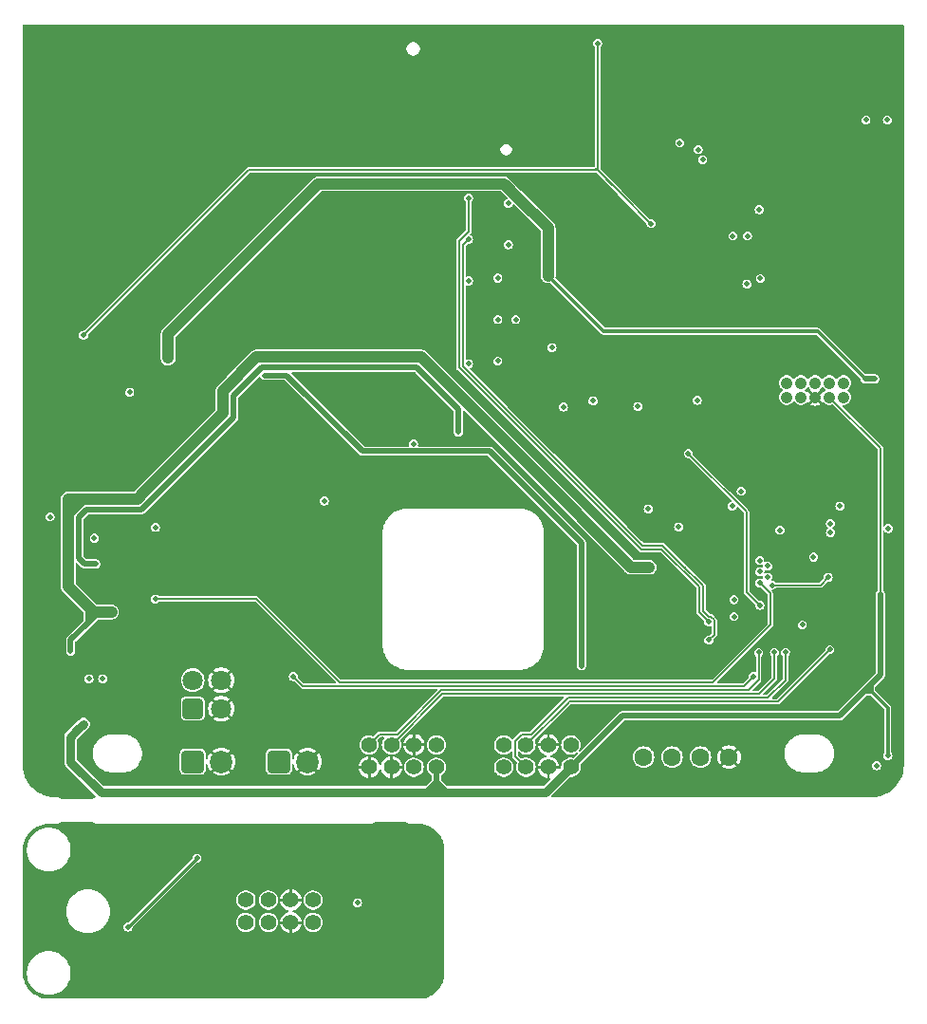
<source format=gbr>
%TF.GenerationSoftware,KiCad,Pcbnew,8.0.2*%
%TF.CreationDate,2024-05-31T14:04:31+07:00*%
%TF.ProjectId,WeatherStation,57656174-6865-4725-9374-6174696f6e2e,rev?*%
%TF.SameCoordinates,Original*%
%TF.FileFunction,Copper,L4,Bot*%
%TF.FilePolarity,Positive*%
%FSLAX46Y46*%
G04 Gerber Fmt 4.6, Leading zero omitted, Abs format (unit mm)*
G04 Created by KiCad (PCBNEW 8.0.2) date 2024-05-31 14:04:31*
%MOMM*%
%LPD*%
G01*
G04 APERTURE LIST*
G04 Aperture macros list*
%AMRoundRect*
0 Rectangle with rounded corners*
0 $1 Rounding radius*
0 $2 $3 $4 $5 $6 $7 $8 $9 X,Y pos of 4 corners*
0 Add a 4 corners polygon primitive as box body*
4,1,4,$2,$3,$4,$5,$6,$7,$8,$9,$2,$3,0*
0 Add four circle primitives for the rounded corners*
1,1,$1+$1,$2,$3*
1,1,$1+$1,$4,$5*
1,1,$1+$1,$6,$7*
1,1,$1+$1,$8,$9*
0 Add four rect primitives between the rounded corners*
20,1,$1+$1,$2,$3,$4,$5,0*
20,1,$1+$1,$4,$5,$6,$7,0*
20,1,$1+$1,$6,$7,$8,$9,0*
20,1,$1+$1,$8,$9,$2,$3,0*%
G04 Aperture macros list end*
%TA.AperFunction,ComponentPad*%
%ADD10C,1.600000*%
%TD*%
%TA.AperFunction,ComponentPad*%
%ADD11C,1.400000*%
%TD*%
%TA.AperFunction,ComponentPad*%
%ADD12RoundRect,0.250000X0.650000X-0.650000X0.650000X0.650000X-0.650000X0.650000X-0.650000X-0.650000X0*%
%TD*%
%TA.AperFunction,ComponentPad*%
%ADD13C,1.800000*%
%TD*%
%TA.AperFunction,ComponentPad*%
%ADD14C,1.050000*%
%TD*%
%TA.AperFunction,ComponentPad*%
%ADD15RoundRect,0.328084X-0.671916X-0.671916X0.671916X-0.671916X0.671916X0.671916X-0.671916X0.671916X0*%
%TD*%
%TA.AperFunction,ComponentPad*%
%ADD16C,2.000000*%
%TD*%
%TA.AperFunction,ViaPad*%
%ADD17C,0.480000*%
%TD*%
%TA.AperFunction,Conductor*%
%ADD18C,0.500000*%
%TD*%
%TA.AperFunction,Conductor*%
%ADD19C,0.300000*%
%TD*%
%TA.AperFunction,Conductor*%
%ADD20C,1.000000*%
%TD*%
%TA.AperFunction,Conductor*%
%ADD21C,0.160000*%
%TD*%
%TA.AperFunction,Conductor*%
%ADD22C,0.800000*%
%TD*%
%TA.AperFunction,Conductor*%
%ADD23C,0.250000*%
%TD*%
G04 APERTURE END LIST*
D10*
%TO.P,J1,1,1*%
%TO.N,GND*%
X254575000Y-100350000D03*
%TO.P,J1,2,2*%
%TO.N,/MCU/USB_P*%
X252035001Y-100350000D03*
%TO.P,J1,3,3*%
%TO.N,/MCU/USB_N*%
X249494999Y-100350000D03*
%TO.P,J1,4,4*%
%TO.N,Net-(F1-Pad1)*%
X246955000Y-100350000D03*
%TD*%
D11*
%TO.P,J8,1,1*%
%TO.N,+3.3V*%
X228465000Y-101250000D03*
%TO.P,J8,2,2*%
%TO.N,/MCU/SCL*%
X228465000Y-99250000D03*
%TO.P,J8,3,3*%
%TO.N,/MCU/SDA*%
X226465000Y-101250000D03*
%TO.P,J8,4,4*%
%TO.N,GND*%
X226465000Y-99250000D03*
%TO.P,J8,5,5*%
X224465000Y-101250000D03*
%TO.P,J8,6,6*%
%TO.N,/MCU/~{WSP_PULSE}*%
X224465000Y-99250000D03*
%TO.P,J8,7,7*%
%TO.N,GND*%
X222465000Y-101250000D03*
%TO.P,J8,8,8*%
%TO.N,/MCU/~{RNF_PULSE}*%
X222465000Y-99250000D03*
%TD*%
D12*
%TO.P,J3,1,1*%
%TO.N,VBAT*%
X206724999Y-96020000D03*
D13*
%TO.P,J3,2,2*%
%TO.N,Net-(C21-Pad1)*%
X206724999Y-93480000D03*
%TO.P,J3,3,3*%
%TO.N,GND*%
X209264999Y-96020000D03*
%TO.P,J3,4,4*%
X209264999Y-93480000D03*
%TD*%
D14*
%TO.P,J4,1,DBG_TXD*%
%TO.N,/MCU/DBG_TXD*%
X264814901Y-66965000D03*
%TO.P,J4,2,~{RESET}*%
%TO.N,/MCU/~{MCLR}*%
X264814901Y-68235000D03*
%TO.P,J4,3,DBG_RX*%
%TO.N,/MCU/DBG_RXD*%
X263544901Y-66965000D03*
%TO.P,J4,4,VDD*%
%TO.N,+3.3V*%
X263544901Y-68235000D03*
%TO.P,J4,5,USB_DP*%
%TO.N,/MCU/NB_USB_P*%
X262274901Y-66965000D03*
%TO.P,J4,6,GND*%
%TO.N,GND*%
X262274901Y-68235000D03*
%TO.P,J4,7,USB_DM*%
%TO.N,/MCU/NB_USB_N*%
X261004901Y-66965000D03*
%TO.P,J4,8,PGD/UPDI*%
%TO.N,/MCU/PGD*%
X261004901Y-68235000D03*
%TO.P,J4,9,USB_VBUS*%
%TO.N,/MCU/NB_VBUS*%
X259734901Y-66965000D03*
%TO.P,J4,10,PGC*%
%TO.N,/MCU/PGC*%
X259734901Y-68235000D03*
%TD*%
D15*
%TO.P,J2,1,1*%
%TO.N,Net-(U1-IN)*%
X214424998Y-100750000D03*
D16*
%TO.P,J2,2,2*%
%TO.N,GND*%
X216965000Y-100750000D03*
%TD*%
D11*
%TO.P,J7,1,1*%
%TO.N,+3.3V*%
X240465000Y-101250000D03*
%TO.P,J7,2,2*%
%TO.N,Net-(C68-Pad1)*%
X240465000Y-99250000D03*
%TO.P,J7,3,3*%
%TO.N,GND*%
X238465000Y-101250000D03*
%TO.P,J7,4,4*%
X238465000Y-99250000D03*
%TO.P,J7,5,5*%
%TO.N,/MCU/~{DUST_IREN}*%
X236465000Y-101250000D03*
%TO.P,J7,6,6*%
%TO.N,/MCU/DUST_SEN*%
X236465000Y-99250000D03*
%TO.P,J7,7,7*%
%TO.N,/MCU/SCL*%
X234465000Y-101250000D03*
%TO.P,J7,8,8*%
%TO.N,/MCU/SDA*%
X234465000Y-99250000D03*
%TD*%
D15*
%TO.P,BAT1,1,+*%
%TO.N,VBAT*%
X206724998Y-100750000D03*
D16*
%TO.P,BAT1,2,-*%
%TO.N,GND*%
X209265000Y-100750000D03*
%TD*%
D11*
%TO.P,J6,1,1*%
%TO.N,VSEN1*%
X217475001Y-113100001D03*
%TO.P,J6,2,2*%
%TO.N,VDD1*%
X217475001Y-115100001D03*
%TO.P,J6,3,3*%
%TO.N,GND1*%
X215475001Y-113100001D03*
%TO.P,J6,4,4*%
X215475001Y-115100001D03*
%TO.P,J6,5,5*%
%TO.N,/SENSORS/~{LED_EN}*%
X213475001Y-113100001D03*
%TO.P,J6,6,6*%
%TO.N,/SENSORS/VOUT*%
X213475001Y-115100001D03*
%TO.P,J6,7,7*%
%TO.N,/SENSORS/SCL1*%
X211475001Y-113100001D03*
%TO.P,J6,8,8*%
%TO.N,/SENSORS/SDA1*%
X211475001Y-115100001D03*
%TD*%
D17*
%TO.N,GND*%
X198174901Y-60350000D03*
X252574901Y-39750000D03*
X269099900Y-52950000D03*
X265919901Y-103400000D03*
X193174901Y-40350000D03*
X228174901Y-45350000D03*
X253419901Y-103400000D03*
X198174901Y-40350000D03*
X218174901Y-60350000D03*
X240919996Y-42210000D03*
X228174901Y-50350000D03*
X193174901Y-35350000D03*
X267374901Y-45550000D03*
X223375000Y-89850000D03*
X230875000Y-77850000D03*
X192724901Y-69324999D03*
X213174901Y-35350000D03*
X237674901Y-35350000D03*
X199674901Y-91400000D03*
X201899902Y-72550000D03*
X223174901Y-60350000D03*
X244374901Y-45350000D03*
X265074901Y-37750000D03*
X259774901Y-47350000D03*
X266919901Y-96900000D03*
X223375000Y-83850000D03*
X264374901Y-47950000D03*
X259174901Y-46750000D03*
X196924901Y-94100000D03*
X232674901Y-35350000D03*
X194324901Y-69324999D03*
X223344997Y-45310000D03*
X194574901Y-85950000D03*
X268374901Y-45550000D03*
X245174901Y-35350000D03*
X215674901Y-35350000D03*
X242674901Y-35350000D03*
X199299902Y-66050000D03*
X208174901Y-55350000D03*
X203174901Y-60350000D03*
X246874901Y-60350000D03*
X213174901Y-45350000D03*
X254169901Y-91650000D03*
X226825000Y-74089997D03*
X255074901Y-35350000D03*
X256774901Y-50350000D03*
X269124901Y-46300000D03*
X263419901Y-103400000D03*
X262574901Y-40250000D03*
X243419901Y-103400000D03*
X217419999Y-96350000D03*
X250174901Y-37750000D03*
X250174901Y-38750000D03*
X238244997Y-51210000D03*
X261374901Y-45550000D03*
X204624901Y-69650000D03*
X269669901Y-96900000D03*
X252574901Y-36750000D03*
X250174901Y-35350000D03*
X252574901Y-35350000D03*
X264374901Y-60350000D03*
X250174901Y-40750000D03*
X267749902Y-48999999D03*
X228875000Y-77850000D03*
X265374901Y-47950000D03*
X266374901Y-45550000D03*
X223375000Y-81850000D03*
X223174901Y-55350000D03*
X255919901Y-103400000D03*
X223375000Y-78850000D03*
X199674901Y-89400000D03*
X269099900Y-54950000D03*
X265374901Y-45550000D03*
X224325000Y-74089997D03*
X235174901Y-35350000D03*
X204624901Y-68650000D03*
X201099902Y-66075001D03*
X238375000Y-85850000D03*
X208174901Y-40350000D03*
X219325000Y-74089997D03*
X241144996Y-45110000D03*
X232875000Y-92850000D03*
X257574901Y-40250000D03*
X214275000Y-83039997D03*
X246955000Y-87250000D03*
X203174901Y-45350000D03*
X258419901Y-103400000D03*
X264374901Y-55350000D03*
X203174901Y-35350000D03*
X264374901Y-57850000D03*
X264374901Y-52850000D03*
X228174901Y-35350000D03*
X261274901Y-77950000D03*
X193174901Y-60350000D03*
X260024901Y-86800000D03*
X193174901Y-55350000D03*
X238375000Y-90850000D03*
X250174901Y-36750000D03*
X213174901Y-55350000D03*
X238375000Y-82850000D03*
X223375000Y-87850000D03*
X223375000Y-86850000D03*
X250174901Y-42750000D03*
X238375000Y-83850000D03*
X223375000Y-90850000D03*
X238375000Y-87850000D03*
X233114949Y-45290048D03*
X255074901Y-42750000D03*
X247624901Y-53950000D03*
X214275000Y-87039997D03*
X194574901Y-83950000D03*
X268049900Y-62750000D03*
X251374901Y-44950000D03*
X261874901Y-55350000D03*
X266599900Y-53950000D03*
X245919901Y-98400000D03*
X201899902Y-70550000D03*
X244844997Y-70560000D03*
X269799901Y-70800000D03*
X204624901Y-67650000D03*
X269799901Y-83300000D03*
X244374901Y-57850000D03*
X244374901Y-40350000D03*
X252574901Y-40750000D03*
X247674901Y-42750000D03*
X252574901Y-42750000D03*
X203174901Y-40350000D03*
X231825000Y-74089997D03*
X252574901Y-37750000D03*
X202624901Y-66650000D03*
X269099900Y-58600000D03*
X262874901Y-77950000D03*
X231875000Y-77850000D03*
X267749902Y-49950000D03*
X238375000Y-89850000D03*
X198674901Y-90400000D03*
X203399902Y-70550000D03*
X265074901Y-42750000D03*
X238375000Y-81850000D03*
X264374901Y-62850000D03*
X261874901Y-52850000D03*
X261874901Y-57850000D03*
X192574901Y-82950000D03*
X205074901Y-89900000D03*
X216275000Y-83039997D03*
X230875000Y-92850000D03*
X229325000Y-74089997D03*
X248419901Y-103400000D03*
X269799901Y-65800000D03*
X238375000Y-84850000D03*
X223375000Y-84850000D03*
X256874901Y-60350000D03*
X225674901Y-35350000D03*
X195774901Y-94010001D03*
X238375000Y-91850000D03*
X269099900Y-51950000D03*
X263374901Y-45550000D03*
X264374901Y-45550000D03*
X240919901Y-103400000D03*
X244374901Y-50350000D03*
X261874901Y-60350000D03*
X260074901Y-37750000D03*
X228875000Y-92850000D03*
X257574901Y-35350000D03*
X218174901Y-40350000D03*
X250174901Y-41750000D03*
X210674901Y-35350000D03*
X260024901Y-84300000D03*
X218174901Y-45350000D03*
X223174901Y-35350000D03*
X218174901Y-55350000D03*
X247674901Y-37750000D03*
X259774901Y-46150000D03*
X223375000Y-79850000D03*
X241794997Y-47310000D03*
X203174901Y-50350000D03*
X266599900Y-58600000D03*
X259374901Y-57850000D03*
X263274901Y-86800000D03*
X193174901Y-45350000D03*
X254374901Y-50350000D03*
X257574901Y-42750000D03*
X229875000Y-77850000D03*
X250774901Y-44350000D03*
X216275000Y-87039997D03*
X254374901Y-47850000D03*
X223375000Y-82850000D03*
X213275000Y-86039997D03*
X249374901Y-57850000D03*
X213174901Y-50350000D03*
X231875000Y-92850000D03*
X197674901Y-89400000D03*
X263374901Y-47950000D03*
X253419901Y-98400000D03*
X240919997Y-40610000D03*
X269799901Y-80800000D03*
X223375000Y-91850000D03*
X259374901Y-64100000D03*
X221825000Y-74089997D03*
X223344997Y-40350000D03*
X238244997Y-50210000D03*
X251919901Y-91650000D03*
X252774901Y-84950000D03*
X266599900Y-54950000D03*
X252774901Y-86700000D03*
X238244997Y-49210000D03*
X260919901Y-103400000D03*
X240919997Y-37410000D03*
X208174901Y-35350000D03*
X203174901Y-55350000D03*
X218174901Y-35350000D03*
X223375000Y-85850000D03*
X197674901Y-91400000D03*
X205674901Y-35350000D03*
X269799901Y-68300000D03*
X247674901Y-35350000D03*
X228174901Y-60350000D03*
X264669901Y-92900000D03*
X232875000Y-77850000D03*
X198174901Y-35350000D03*
X223375000Y-80850000D03*
X261524901Y-83800000D03*
X262374901Y-45550000D03*
X228174901Y-55350000D03*
X267799901Y-47950000D03*
X193174901Y-50350000D03*
X269799901Y-88300000D03*
X223174901Y-50350000D03*
X255074901Y-37750000D03*
X246955000Y-85000000D03*
X252574901Y-41750000D03*
X213275000Y-84039997D03*
X237144997Y-63435001D03*
X246874901Y-55350000D03*
X192574901Y-86950000D03*
X220674901Y-35350000D03*
X259374901Y-60350000D03*
X208275000Y-83039997D03*
X192124901Y-80774999D03*
X252574901Y-38750000D03*
X250919901Y-103400000D03*
X260074901Y-42750000D03*
X255024901Y-89050000D03*
X251974901Y-44350000D03*
X243244997Y-70560000D03*
X208174901Y-50350000D03*
X262374901Y-47950000D03*
X269799901Y-75800000D03*
X240919997Y-39010000D03*
X261374901Y-47950000D03*
X269099900Y-53950000D03*
X250174901Y-39750000D03*
X229875000Y-92850000D03*
X269799901Y-85800000D03*
X223375000Y-88850000D03*
X245919901Y-103400000D03*
X269799901Y-90800000D03*
X198174901Y-55350000D03*
X262457401Y-42867500D03*
X238375000Y-79850000D03*
X238375000Y-88850000D03*
X213174901Y-40350000D03*
X237875000Y-78850000D03*
X269799901Y-78300000D03*
X238375000Y-86850000D03*
X255919901Y-98400000D03*
X211775000Y-79539997D03*
X203624901Y-66650000D03*
X238375000Y-80850000D03*
X251874901Y-60350000D03*
X213174901Y-60350000D03*
X208174901Y-45350000D03*
X264374901Y-50350000D03*
X198174901Y-50350000D03*
X248419901Y-98400000D03*
X218174901Y-50350000D03*
X198174901Y-45350000D03*
X261749902Y-50350000D03*
%TO.N,VDD*%
X230425000Y-70539997D03*
X198074901Y-83100000D03*
X230425000Y-71339997D03*
X197074901Y-83100000D03*
%TO.N,VNB*%
X238444997Y-56400000D03*
X204524901Y-63650000D03*
X204524901Y-64750000D03*
X201099902Y-67800000D03*
X266724901Y-66600000D03*
X238444997Y-57400000D03*
X267574901Y-66600000D03*
X203399902Y-79850000D03*
X268699902Y-43510000D03*
X204524901Y-62600000D03*
X238444997Y-55400000D03*
%TO.N,+5V*%
X209424901Y-68650000D03*
X245855000Y-83400000D03*
X198674901Y-87400000D03*
X209424901Y-67650000D03*
X247455000Y-83400000D03*
X195824901Y-90900000D03*
X246655000Y-83400000D03*
X195824901Y-89900000D03*
X209424901Y-69650000D03*
X199474901Y-87400000D03*
X195599902Y-77310000D03*
X197874901Y-87400000D03*
%TO.N,/MCU/VNB_SEN*%
X257324901Y-84799999D03*
X203399902Y-86250000D03*
%TO.N,/MCU/V5V_SEN*%
X254874901Y-77950000D03*
X259124901Y-80100000D03*
%TO.N,Net-(C21-Pad1)*%
X247374901Y-78200000D03*
%TO.N,/MCU/VBAT_SEN*%
X262124900Y-82500000D03*
X250074901Y-79800000D03*
%TO.N,+3.3V*%
X196424901Y-97950000D03*
X268754902Y-100200000D03*
X266946303Y-94153823D03*
X197024901Y-97400000D03*
X195824901Y-98600000D03*
X268074901Y-85800000D03*
X268074901Y-87400000D03*
%TO.N,GND1*%
X207375000Y-116850000D03*
X216675002Y-109900000D03*
X213875002Y-109900000D03*
X228125002Y-118300000D03*
X197375000Y-111350000D03*
X212750000Y-120575002D03*
X220375000Y-117350000D03*
X216675002Y-108900000D03*
X207375000Y-107850000D03*
X207750000Y-120575002D03*
X217750000Y-120575002D03*
X204375000Y-113850000D03*
X213875002Y-108900000D03*
X209875000Y-107850000D03*
X205250000Y-120575002D03*
X199875000Y-111350000D03*
X207375000Y-113850000D03*
X215250000Y-120575002D03*
X228125002Y-113300000D03*
X228125002Y-110800000D03*
X220250000Y-120575002D03*
X222375000Y-107850000D03*
X204375000Y-116850000D03*
X197375000Y-116850000D03*
X216675002Y-107900000D03*
X225250000Y-120575002D03*
X210375000Y-110350000D03*
X210250000Y-120575002D03*
X193875000Y-116850000D03*
X212375000Y-107850000D03*
X228125002Y-115800000D03*
X222750000Y-120575002D03*
X224875000Y-107850000D03*
X193875000Y-113850000D03*
X197375000Y-108850000D03*
X210875000Y-116850000D03*
X207375000Y-111350000D03*
X202750000Y-120575002D03*
X193875000Y-111350000D03*
X202375000Y-111350000D03*
X213875002Y-107900000D03*
%TO.N,VSEN1*%
X207100004Y-109350000D03*
X200950003Y-115500001D03*
%TO.N,Net-(C68-Pad1)*%
X214125000Y-66289997D03*
X213125000Y-66289997D03*
X241424901Y-91400000D03*
X215125000Y-66289997D03*
X241424901Y-92200000D03*
%TO.N,/MCU/~{WSP_PULSE}*%
X258624902Y-91000000D03*
%TO.N,/MCU/~{RNF_PULSE}*%
X257224901Y-91000000D03*
%TO.N,/MCU/DBG_RXD*%
X263624901Y-80300000D03*
%TO.N,/MCU/DBG_TXD*%
X263624901Y-79500000D03*
%TO.N,/NB MODULE/PWRMON*%
X242844997Y-36660000D03*
X196974901Y-62700000D03*
X264474901Y-77950000D03*
X247624901Y-52750000D03*
%TO.N,/NB MODULE/TXD0*%
X246444997Y-69060000D03*
X256179949Y-58144952D03*
%TO.N,/NB MODULE/RXD0*%
X242444997Y-68560000D03*
X257374901Y-57650000D03*
%TO.N,Net-(MD1-~{ONOFF}{slash}~{WAKE})*%
X231344997Y-57859999D03*
X257274901Y-51500000D03*
%TO.N,/NB MODULE/SDA_1V8*%
X252224901Y-47050000D03*
X234894997Y-54634999D03*
%TO.N,/NB MODULE/SCL_1V8*%
X234894997Y-50934999D03*
X251824901Y-46150000D03*
%TO.N,/NB MODULE/DTR*%
X233944997Y-65010000D03*
X254924901Y-53850000D03*
%TO.N,Net-(MD1-SLED)*%
X250174901Y-45550000D03*
X266799902Y-43510000D03*
%TO.N,/MCU/NB_ONOFF*%
X233944997Y-57610000D03*
X257324901Y-82800000D03*
%TO.N,Net-(U1-EN)*%
X218474900Y-77500000D03*
X215694999Y-93150000D03*
X256724901Y-93150000D03*
%TO.N,/MCU/~{VBAT_LOW}*%
X198674901Y-93350000D03*
X255024901Y-87800000D03*
%TO.N,Net-(U4-STAT2)*%
X197474901Y-93350000D03*
X193999902Y-78910000D03*
%TO.N,/MCU/SDA*%
X231344997Y-54159999D03*
X252774901Y-89900000D03*
%TO.N,/MCU/SCL*%
X231344997Y-50459999D03*
X252774901Y-88300000D03*
%TO.N,/MCU/VNB_EN*%
X263424901Y-84300000D03*
X197949902Y-80810000D03*
X258424901Y-84999999D03*
%TO.N,/MCU/NB_RXD*%
X251744997Y-68510000D03*
X255024901Y-86300001D03*
%TO.N,Net-(U9-B)*%
X239794997Y-69110000D03*
X268799900Y-79950000D03*
%TO.N,/MCU/DUST_EN*%
X226425000Y-72389997D03*
X258024901Y-84300000D03*
%TO.N,/SENSORS/~{LED_EN}*%
X221425002Y-113350000D03*
%TO.N,/MCU/DUST_SEN*%
X263574901Y-90750000D03*
%TO.N,/MCU/~{DUST_IREN}*%
X259624900Y-91000000D03*
%TO.N,/NB MODULE/RING*%
X256224901Y-53850000D03*
X233944997Y-61310000D03*
%TO.N,/MCU/NB_DTR*%
X231344997Y-65259999D03*
X257324901Y-83800001D03*
%TO.N,/MCU/NB_RING*%
X258024901Y-83300000D03*
X235544997Y-61310000D03*
%TO.N,/MCU/VIO_EN*%
X250944997Y-73260000D03*
X257324901Y-86800000D03*
%TO.N,Net-(U15-B)*%
X238794997Y-63810000D03*
X255674901Y-76625001D03*
%TO.N,/MCU/LED_SYS*%
X267749902Y-101110000D03*
X261124902Y-88550000D03*
%TD*%
D18*
%TO.N,VDD*%
X230425000Y-70539997D02*
X230425000Y-70939997D01*
X230425000Y-70539997D02*
X230425000Y-69300099D01*
X212874901Y-65600000D02*
X210374901Y-68100000D01*
X197074901Y-83100000D02*
X198074901Y-83100000D01*
X210374901Y-70050000D02*
X202174901Y-78250000D01*
X230425000Y-70939997D02*
X230425000Y-71339997D01*
X202174901Y-78250000D02*
X197224901Y-78250000D01*
X197224901Y-78250000D02*
X196524901Y-78950000D01*
X210374901Y-68100000D02*
X210374901Y-70050000D01*
X196524901Y-82550000D02*
X197074901Y-83100000D01*
X230425000Y-69300099D02*
X226724901Y-65600000D01*
X196524901Y-78950000D02*
X196524901Y-82550000D01*
X226724901Y-65600000D02*
X212874901Y-65600000D01*
D19*
%TO.N,VNB*%
X262474901Y-62350000D02*
X243394997Y-62350000D01*
X266724901Y-66600000D02*
X262474901Y-62350000D01*
D20*
X238444997Y-55400000D02*
X238444997Y-53149996D01*
X204524901Y-62600000D02*
X204524901Y-64750000D01*
X238444997Y-57400000D02*
X238444997Y-55400000D01*
X217924901Y-49200000D02*
X204524901Y-62600000D01*
X204524901Y-64750000D02*
X204524901Y-63650000D01*
X234495001Y-49200000D02*
X233095001Y-49200000D01*
X235595001Y-50300000D02*
X234635001Y-49340000D01*
D21*
X234275000Y-49200000D02*
X233855000Y-49200000D01*
D20*
X234375000Y-49200000D02*
X233855000Y-49200000D01*
D18*
X267574901Y-66600000D02*
X266724901Y-66600000D01*
D20*
X238444997Y-53149996D02*
X235595001Y-50300000D01*
D19*
X243394997Y-62350000D02*
X238444997Y-57400000D01*
D20*
X235595001Y-50300000D02*
X234495001Y-49200000D01*
X233095001Y-49200000D02*
X217924901Y-49200000D01*
X233855000Y-49200000D02*
X233095001Y-49200000D01*
D18*
%TO.N,+5V*%
X195824901Y-90900000D02*
X195824901Y-89900000D01*
D20*
X245855000Y-83400000D02*
X236684999Y-74229999D01*
X198674901Y-87400000D02*
X199074901Y-87400000D01*
D18*
X197324901Y-88400000D02*
X197399901Y-88325000D01*
X195824901Y-89900000D02*
X197324901Y-88400000D01*
D20*
X195599902Y-77310000D02*
X196874901Y-77310000D01*
X236684998Y-74229999D02*
X236684998Y-74229998D01*
X198324901Y-87400000D02*
X198674901Y-87400000D01*
X195599902Y-78600000D02*
X195599902Y-85125001D01*
X209424901Y-67650000D02*
X209424901Y-69650000D01*
D18*
X197324901Y-88400000D02*
X198324901Y-87400000D01*
D20*
X195599902Y-78600000D02*
X195599902Y-78584999D01*
X227105000Y-64650000D02*
X212424901Y-64650000D01*
D18*
X197399901Y-88325000D02*
X197399901Y-86925000D01*
D20*
X195599902Y-78584999D02*
X196874901Y-77310000D01*
X199074901Y-87400000D02*
X199474901Y-87400000D01*
X195599902Y-85125001D02*
X197399901Y-86925000D01*
X201764902Y-77310000D02*
X202432402Y-76642500D01*
X247455000Y-83400000D02*
X245855000Y-83400000D01*
X209424901Y-69650000D02*
X202432402Y-76642500D01*
X236684999Y-74229999D02*
X236684998Y-74229999D01*
X212424901Y-64650000D02*
X209424901Y-67650000D01*
X197399901Y-86925000D02*
X197874901Y-87400000D01*
X236684998Y-74229998D02*
X227105000Y-64650000D01*
X199074901Y-87400000D02*
X197874901Y-87400000D01*
X196874901Y-77310000D02*
X201764902Y-77310000D01*
X195599902Y-77310000D02*
X195599902Y-78600000D01*
D21*
%TO.N,/MCU/VNB_SEN*%
X258249902Y-85725000D02*
X257324901Y-84799999D01*
X203399902Y-86250000D02*
X212424902Y-86250000D01*
X258249902Y-88550000D02*
X258249902Y-85725000D01*
X219824902Y-93650000D02*
X253149902Y-93650000D01*
X253149902Y-93650000D02*
X258249902Y-88550000D01*
X212424902Y-86250000D02*
X219824902Y-93650000D01*
D18*
%TO.N,+3.3V*%
X268074901Y-85800000D02*
X268074901Y-87400000D01*
D21*
X196974901Y-97400000D02*
X197024901Y-97400000D01*
D18*
X226215000Y-103500000D02*
X225865000Y-103500000D01*
D22*
X238215000Y-103500000D02*
X240465000Y-101250000D01*
D18*
X268074901Y-93025225D02*
X267307563Y-93792563D01*
D22*
X196424901Y-97950000D02*
X196974901Y-97400000D01*
D18*
X264450126Y-96650000D02*
X245065000Y-96650000D01*
X227515000Y-103500000D02*
X227415000Y-103500000D01*
X245065000Y-96650000D02*
X240465000Y-101250000D01*
X228465000Y-102550000D02*
X227515000Y-103500000D01*
D19*
X267403740Y-94611260D02*
X266946303Y-94153823D01*
X268754902Y-95962422D02*
X267403740Y-94611260D01*
D18*
X267307563Y-93792563D02*
X266557563Y-94542563D01*
X228465000Y-101250000D02*
X228465000Y-102550000D01*
X229265000Y-103350000D02*
X229265000Y-103500000D01*
X230715000Y-103500000D02*
X231274998Y-103500000D01*
D19*
X267403740Y-94611260D02*
X267307563Y-94515083D01*
D21*
X268074901Y-85800000D02*
X268074901Y-72765000D01*
X195824901Y-98550000D02*
X195824901Y-98600000D01*
X228465000Y-103440000D02*
X228405000Y-103500000D01*
D22*
X227415000Y-103500000D02*
X228405000Y-103500000D01*
X198555000Y-103500000D02*
X195824901Y-100769901D01*
X225865000Y-103500000D02*
X198555000Y-103500000D01*
X196424901Y-97950000D02*
X195824901Y-98550000D01*
D18*
X228465000Y-102550000D02*
X228465000Y-103440000D01*
D19*
X267307563Y-94515083D02*
X267307563Y-93792563D01*
D21*
X268074901Y-72765000D02*
X263544901Y-68235000D01*
D18*
X268074901Y-87400000D02*
X268074901Y-93025225D01*
D19*
X268754902Y-100200000D02*
X268754902Y-95962422D01*
D22*
X231274998Y-103500000D02*
X229265000Y-103500000D01*
X225865000Y-103500000D02*
X227415000Y-103500000D01*
X195824901Y-100769901D02*
X195824901Y-98550000D01*
D18*
X228465000Y-102550000D02*
X229265000Y-103350000D01*
D19*
X267307563Y-94515083D02*
X266585043Y-94515083D01*
D18*
X266557563Y-94542563D02*
X264450126Y-96650000D01*
D19*
X266585043Y-94515083D02*
X266557563Y-94542563D01*
D22*
X228405000Y-103500000D02*
X238215000Y-103500000D01*
D23*
%TO.N,VSEN1*%
X204987502Y-111462502D02*
X200950003Y-115500001D01*
X207100004Y-109350000D02*
X204987502Y-111462502D01*
D18*
%TO.N,Net-(C68-Pad1)*%
X238949950Y-78775049D02*
X234294949Y-74120048D01*
X241424901Y-81250000D02*
X238949951Y-78775050D01*
X233224901Y-73050000D02*
X221885003Y-73050000D01*
X238949951Y-78775050D02*
X238949951Y-78775049D01*
X213125000Y-66289997D02*
X215125000Y-66289997D01*
X241424901Y-92200000D02*
X241424901Y-90550000D01*
X238949951Y-78775049D02*
X238949950Y-78775049D01*
X234294949Y-74120048D02*
X233224901Y-73050000D01*
X241424901Y-91200000D02*
X241424901Y-81250000D01*
X221885003Y-73050000D02*
X215125000Y-66289997D01*
D21*
%TO.N,/MCU/~{WSP_PULSE}*%
X258624902Y-91000000D02*
X258624902Y-93330098D01*
X257255000Y-94700000D02*
X229015000Y-94700000D01*
X258624902Y-93330098D02*
X257255000Y-94700000D01*
X229015000Y-94700000D02*
X224465000Y-99250000D01*
%TO.N,/MCU/~{RNF_PULSE}*%
X256334902Y-94350000D02*
X228912452Y-94350000D01*
X223415000Y-98300000D02*
X222465000Y-99250000D01*
X228912452Y-94350000D02*
X224962452Y-98300000D01*
X257224901Y-91000000D02*
X257224901Y-93460001D01*
X257224901Y-93460001D02*
X256334902Y-94350000D01*
X224962452Y-98300000D02*
X223415000Y-98300000D01*
%TO.N,/NB MODULE/PWRMON*%
X242605000Y-47970096D02*
X242624901Y-47970096D01*
X242624901Y-47970096D02*
X242844997Y-47750000D01*
X242844997Y-47750000D02*
X242844997Y-47970096D01*
X242844997Y-36660000D02*
X242844997Y-47750000D01*
X242605000Y-47970096D02*
X211704805Y-47970096D01*
X242844997Y-47970096D02*
X242605000Y-47970096D01*
X211704805Y-47970096D02*
X196974901Y-62700000D01*
X242844997Y-47970096D02*
X244864949Y-49990048D01*
X244864949Y-49990048D02*
X243644997Y-48770096D01*
X247624901Y-52750000D02*
X244864949Y-49990048D01*
%TO.N,Net-(U1-EN)*%
X216544999Y-94000000D02*
X215694999Y-93150000D01*
X256724901Y-93150000D02*
X255874901Y-94000000D01*
X255874901Y-94000000D02*
X216544999Y-94000000D01*
%TO.N,/MCU/SDA*%
X250355000Y-83150000D02*
X252255000Y-85050000D01*
X248555000Y-81450000D02*
X248655000Y-81450000D01*
X246834996Y-81450000D02*
X246619998Y-81235002D01*
X252739950Y-87800000D02*
X252955000Y-87800000D01*
X230844997Y-54659999D02*
X230844997Y-65460000D01*
X252955000Y-87800000D02*
X253255000Y-88100000D01*
X247255000Y-81450000D02*
X248555000Y-81450000D01*
X231344997Y-54159999D02*
X230844997Y-54659999D01*
X250355000Y-83150000D02*
X250705000Y-83500000D01*
X252472475Y-87532525D02*
X252739950Y-87800000D01*
X253255000Y-88100000D02*
X253255000Y-89419901D01*
X253255000Y-89419901D02*
X252774901Y-89900000D01*
X230844997Y-65460000D02*
X246619998Y-81235002D01*
X248655000Y-81450000D02*
X250355000Y-83150000D01*
X252255000Y-87315050D02*
X252472475Y-87532525D01*
X252255000Y-85050000D02*
X252255000Y-87315050D01*
X248555000Y-81450000D02*
X246834996Y-81450000D01*
%TO.N,/MCU/SCL*%
X251905000Y-87430099D02*
X252774901Y-88300000D01*
X230494997Y-65562548D02*
X246732449Y-81800000D01*
X251905000Y-85152548D02*
X251905000Y-87430099D01*
X246732449Y-81800000D02*
X248552452Y-81800000D01*
X248552452Y-81800000D02*
X251905000Y-85152548D01*
X230494997Y-54310000D02*
X230494997Y-65562548D01*
X231344997Y-53460000D02*
X230494997Y-54310000D01*
X231344997Y-50459999D02*
X231344997Y-53460000D01*
%TO.N,/MCU/VNB_EN*%
X262724902Y-84999999D02*
X263424901Y-84300000D01*
X259874901Y-84999999D02*
X262724902Y-84999999D01*
X258424901Y-84999999D02*
X259874901Y-84999999D01*
%TO.N,/MCU/DUST_SEN*%
X240315000Y-95400000D02*
X240210000Y-95505000D01*
X260799901Y-93525000D02*
X258924901Y-95400000D01*
X240210000Y-95505000D02*
X236465000Y-99250000D01*
X260799901Y-93525000D02*
X260174901Y-94150000D01*
X258924901Y-95400000D02*
X240315000Y-95400000D01*
X263574901Y-90750000D02*
X260799901Y-93525000D01*
%TO.N,/MCU/~{DUST_IREN}*%
X235474900Y-98890100D02*
X235474900Y-100259900D01*
X258055000Y-95050000D02*
X240212452Y-95050000D01*
X235474900Y-100259900D02*
X236465000Y-101250000D01*
X240212452Y-95050000D02*
X236962452Y-98300000D01*
X236962452Y-98300000D02*
X236065000Y-98300000D01*
X259624900Y-91000000D02*
X259624900Y-93480100D01*
X259624900Y-93480100D02*
X258055000Y-95050000D01*
X236065000Y-98300000D02*
X235474900Y-98890100D01*
%TO.N,/MCU/VIO_EN*%
X256144997Y-85620096D02*
X257324901Y-86800000D01*
X250944997Y-73260000D02*
X256144997Y-78460000D01*
X256144997Y-78460000D02*
X256144997Y-85620096D01*
%TD*%
%TA.AperFunction,Conductor*%
%TO.N,GND*%
G36*
X270146280Y-35018482D02*
G01*
X270173300Y-35065282D01*
X270174500Y-35079000D01*
X270174500Y-101097777D01*
X270174376Y-101102207D01*
X270157145Y-101409016D01*
X270156153Y-101417819D01*
X270105053Y-101718578D01*
X270103081Y-101727215D01*
X270018631Y-102020344D01*
X270015706Y-102028706D01*
X269898959Y-102310559D01*
X269895115Y-102318541D01*
X269747547Y-102585546D01*
X269742833Y-102593047D01*
X269566305Y-102841840D01*
X269560782Y-102848767D01*
X269357501Y-103076237D01*
X269351237Y-103082501D01*
X269123767Y-103285782D01*
X269116840Y-103291305D01*
X268868047Y-103467833D01*
X268860546Y-103472547D01*
X268593541Y-103620115D01*
X268585559Y-103623959D01*
X268303706Y-103740706D01*
X268295344Y-103743631D01*
X268002215Y-103828081D01*
X267993578Y-103830053D01*
X267692819Y-103881153D01*
X267684016Y-103882145D01*
X267377208Y-103899376D01*
X267372778Y-103899500D01*
X238798887Y-103899500D01*
X238748107Y-103881018D01*
X238721087Y-103834218D01*
X238730471Y-103781000D01*
X238743026Y-103764639D01*
X239141465Y-103366201D01*
X240374028Y-102133639D01*
X240423004Y-102110801D01*
X240429889Y-102110500D01*
X240555438Y-102110500D01*
X240555442Y-102110500D01*
X240732374Y-102072892D01*
X240897620Y-101999320D01*
X241043959Y-101892999D01*
X241164994Y-101758575D01*
X241255436Y-101601925D01*
X241311332Y-101429894D01*
X241330240Y-101250000D01*
X241311332Y-101070106D01*
X241306671Y-101055762D01*
X241305225Y-101051310D01*
X241307110Y-100997304D01*
X241324495Y-100971038D01*
X241945533Y-100350000D01*
X245989853Y-100350000D01*
X246008398Y-100538295D01*
X246063316Y-100719337D01*
X246063319Y-100719343D01*
X246063320Y-100719346D01*
X246152510Y-100886207D01*
X246162250Y-100898075D01*
X246272537Y-101032462D01*
X246357523Y-101102207D01*
X246418793Y-101152490D01*
X246585654Y-101241680D01*
X246585659Y-101241681D01*
X246585662Y-101241683D01*
X246766704Y-101296601D01*
X246766706Y-101296601D01*
X246766709Y-101296602D01*
X246955000Y-101315147D01*
X247143291Y-101296602D01*
X247143293Y-101296601D01*
X247143295Y-101296601D01*
X247324337Y-101241683D01*
X247324338Y-101241682D01*
X247324346Y-101241680D01*
X247491207Y-101152490D01*
X247637462Y-101032462D01*
X247757490Y-100886207D01*
X247846680Y-100719346D01*
X247880761Y-100606997D01*
X247901601Y-100538295D01*
X247901601Y-100538293D01*
X247901602Y-100538291D01*
X247920147Y-100350000D01*
X248529852Y-100350000D01*
X248548397Y-100538295D01*
X248603315Y-100719337D01*
X248603318Y-100719343D01*
X248603319Y-100719346D01*
X248692509Y-100886207D01*
X248702249Y-100898075D01*
X248812536Y-101032462D01*
X248897522Y-101102207D01*
X248958792Y-101152490D01*
X249125653Y-101241680D01*
X249125658Y-101241681D01*
X249125661Y-101241683D01*
X249306703Y-101296601D01*
X249306705Y-101296601D01*
X249306708Y-101296602D01*
X249494999Y-101315147D01*
X249683290Y-101296602D01*
X249683292Y-101296601D01*
X249683294Y-101296601D01*
X249864336Y-101241683D01*
X249864337Y-101241682D01*
X249864345Y-101241680D01*
X250031206Y-101152490D01*
X250177461Y-101032462D01*
X250297489Y-100886207D01*
X250386679Y-100719346D01*
X250420760Y-100606997D01*
X250441600Y-100538295D01*
X250441600Y-100538293D01*
X250441601Y-100538291D01*
X250460146Y-100350000D01*
X251069854Y-100350000D01*
X251088399Y-100538295D01*
X251143317Y-100719337D01*
X251143320Y-100719343D01*
X251143321Y-100719346D01*
X251232511Y-100886207D01*
X251242251Y-100898075D01*
X251352538Y-101032462D01*
X251437524Y-101102207D01*
X251498794Y-101152490D01*
X251665655Y-101241680D01*
X251665660Y-101241681D01*
X251665663Y-101241683D01*
X251846705Y-101296601D01*
X251846707Y-101296601D01*
X251846710Y-101296602D01*
X252035001Y-101315147D01*
X252223292Y-101296602D01*
X252223294Y-101296601D01*
X252223296Y-101296601D01*
X252404338Y-101241683D01*
X252404339Y-101241682D01*
X252404347Y-101241680D01*
X252571208Y-101152490D01*
X252717463Y-101032462D01*
X252837491Y-100886207D01*
X252926681Y-100719346D01*
X252960762Y-100606997D01*
X252981602Y-100538295D01*
X252981602Y-100538293D01*
X252981603Y-100538291D01*
X253000148Y-100350000D01*
X253519919Y-100350000D01*
X253540192Y-100555838D01*
X253540194Y-100555845D01*
X253600228Y-100753753D01*
X253600233Y-100753763D01*
X253697733Y-100936173D01*
X253749260Y-100998960D01*
X253749262Y-100998960D01*
X254180872Y-100567350D01*
X254214910Y-100626306D01*
X254298694Y-100710090D01*
X254357648Y-100744127D01*
X253926037Y-101175737D01*
X253926037Y-101175738D01*
X253988826Y-101227266D01*
X254171236Y-101324766D01*
X254171246Y-101324771D01*
X254369154Y-101384805D01*
X254369161Y-101384807D01*
X254575000Y-101405080D01*
X254780838Y-101384807D01*
X254780845Y-101384805D01*
X254978753Y-101324771D01*
X254978763Y-101324766D01*
X255161173Y-101227267D01*
X255223961Y-101175737D01*
X254792351Y-100744127D01*
X254851306Y-100710090D01*
X254935090Y-100626306D01*
X254969127Y-100567351D01*
X255400737Y-100998961D01*
X255452267Y-100936173D01*
X255549766Y-100753763D01*
X255549771Y-100753753D01*
X255609805Y-100555845D01*
X255609807Y-100555838D01*
X255630080Y-100350000D01*
X255609807Y-100144161D01*
X255609805Y-100144154D01*
X255551972Y-99953501D01*
X259549475Y-99953501D01*
X259549500Y-100000001D01*
X259549500Y-100047185D01*
X259549522Y-100047425D01*
X259549561Y-100122485D01*
X259549561Y-100122486D01*
X259584282Y-100363150D01*
X259584283Y-100363158D01*
X259652893Y-100596441D01*
X259652894Y-100596445D01*
X259753986Y-100817580D01*
X259753989Y-100817584D01*
X259753991Y-100817589D01*
X259822333Y-100923852D01*
X259885053Y-101021374D01*
X259885524Y-101022105D01*
X260044815Y-101205828D01*
X260228623Y-101365021D01*
X260228625Y-101365022D01*
X260228626Y-101365023D01*
X260228627Y-101365024D01*
X260433202Y-101496440D01*
X260433204Y-101496441D01*
X260433209Y-101496444D01*
X260654412Y-101597425D01*
X260654420Y-101597427D01*
X260654422Y-101597428D01*
X260669716Y-101601917D01*
X260887730Y-101665909D01*
X260887737Y-101665910D01*
X260887741Y-101665911D01*
X261068904Y-101691949D01*
X261128419Y-101700503D01*
X261250000Y-101700500D01*
X261289882Y-101700500D01*
X262203129Y-101700500D01*
X262203392Y-101700525D01*
X262211022Y-101700521D01*
X262211025Y-101700522D01*
X262248687Y-101700502D01*
X262252990Y-101700500D01*
X262297544Y-101700500D01*
X262297783Y-101700476D01*
X262372488Y-101700438D01*
X262613158Y-101665716D01*
X262846440Y-101597108D01*
X263067588Y-101496009D01*
X263272105Y-101364476D01*
X263455828Y-101205186D01*
X263538269Y-101109997D01*
X267344410Y-101109997D01*
X267344410Y-101110002D01*
X267364255Y-101235302D01*
X267364256Y-101235306D01*
X267421850Y-101348340D01*
X267421852Y-101348343D01*
X267511558Y-101438049D01*
X267511561Y-101438051D01*
X267624595Y-101495645D01*
X267624597Y-101495645D01*
X267624598Y-101495646D01*
X267666366Y-101502261D01*
X267749900Y-101515492D01*
X267749902Y-101515492D01*
X267749904Y-101515492D01*
X267812554Y-101505569D01*
X267875206Y-101495646D01*
X267988244Y-101438050D01*
X268077952Y-101348342D01*
X268135548Y-101235304D01*
X268145471Y-101172652D01*
X268155394Y-101110002D01*
X268155394Y-101109997D01*
X268135548Y-100984697D01*
X268135547Y-100984693D01*
X268077953Y-100871659D01*
X268077951Y-100871656D01*
X267988245Y-100781950D01*
X267988242Y-100781948D01*
X267875208Y-100724354D01*
X267875204Y-100724353D01*
X267749904Y-100704508D01*
X267749900Y-100704508D01*
X267624599Y-100724353D01*
X267624595Y-100724354D01*
X267511561Y-100781948D01*
X267511558Y-100781950D01*
X267421852Y-100871656D01*
X267421850Y-100871659D01*
X267364256Y-100984693D01*
X267364255Y-100984697D01*
X267344410Y-101109997D01*
X263538269Y-101109997D01*
X263615020Y-101021378D01*
X263746444Y-100816792D01*
X263847425Y-100595589D01*
X263850344Y-100585646D01*
X263875283Y-100500678D01*
X263915909Y-100362270D01*
X263917673Y-100350001D01*
X263941615Y-100183420D01*
X263950503Y-100121582D01*
X263950500Y-100047237D01*
X263950524Y-100047002D01*
X263950519Y-100038978D01*
X263950521Y-100038976D01*
X263950500Y-99999094D01*
X263950500Y-99960119D01*
X263950500Y-99952604D01*
X263950476Y-99952359D01*
X263950438Y-99877514D01*
X263947695Y-99858504D01*
X263915716Y-99636843D01*
X263905446Y-99601924D01*
X263882605Y-99524260D01*
X263847108Y-99403561D01*
X263746009Y-99182412D01*
X263709085Y-99125000D01*
X263614483Y-98977906D01*
X263614479Y-98977902D01*
X263614476Y-98977896D01*
X263588260Y-98947659D01*
X263455187Y-98794172D01*
X263272001Y-98635519D01*
X263271378Y-98634979D01*
X263227824Y-98607001D01*
X263153073Y-98558982D01*
X263066791Y-98503556D01*
X262845589Y-98402575D01*
X262845587Y-98402574D01*
X262845578Y-98402571D01*
X262612274Y-98334092D01*
X262612258Y-98334088D01*
X262371586Y-98299497D01*
X262371585Y-98299497D01*
X262371581Y-98299497D01*
X262250000Y-98299500D01*
X261296810Y-98299500D01*
X261296554Y-98299475D01*
X261249092Y-98299500D01*
X261203567Y-98299500D01*
X261203330Y-98299522D01*
X261127514Y-98299561D01*
X261127513Y-98299561D01*
X260886849Y-98334282D01*
X260886841Y-98334283D01*
X260653558Y-98402893D01*
X260653554Y-98402894D01*
X260432419Y-98503986D01*
X260227901Y-98635519D01*
X260227894Y-98635524D01*
X260105756Y-98741421D01*
X260046460Y-98792832D01*
X260044169Y-98794818D01*
X259884976Y-98978626D01*
X259884975Y-98978627D01*
X259753559Y-99183202D01*
X259652576Y-99404408D01*
X259652571Y-99404422D01*
X259584092Y-99637725D01*
X259584088Y-99637741D01*
X259549497Y-99878413D01*
X259549497Y-99878414D01*
X259549498Y-99953256D01*
X259549475Y-99953501D01*
X255551972Y-99953501D01*
X255549771Y-99946246D01*
X255549766Y-99946236D01*
X255452266Y-99763826D01*
X255400737Y-99701037D01*
X254969126Y-100132647D01*
X254935090Y-100073694D01*
X254851306Y-99989910D01*
X254792350Y-99955872D01*
X255223960Y-99524262D01*
X255223960Y-99524260D01*
X255161173Y-99472733D01*
X254978763Y-99375233D01*
X254978753Y-99375228D01*
X254780845Y-99315194D01*
X254780838Y-99315192D01*
X254575000Y-99294919D01*
X254369161Y-99315192D01*
X254369154Y-99315194D01*
X254171246Y-99375228D01*
X254171236Y-99375233D01*
X253988830Y-99472731D01*
X253988829Y-99472731D01*
X253926038Y-99524261D01*
X253926038Y-99524262D01*
X254357648Y-99955872D01*
X254298694Y-99989910D01*
X254214910Y-100073694D01*
X254180872Y-100132648D01*
X253749262Y-99701038D01*
X253749261Y-99701038D01*
X253697731Y-99763829D01*
X253697731Y-99763830D01*
X253600233Y-99946236D01*
X253600228Y-99946246D01*
X253540194Y-100144154D01*
X253540192Y-100144161D01*
X253519919Y-100350000D01*
X253000148Y-100350000D01*
X252981603Y-100161709D01*
X252981602Y-100161706D01*
X252981602Y-100161704D01*
X252926684Y-99980662D01*
X252926682Y-99980659D01*
X252926681Y-99980654D01*
X252837491Y-99813793D01*
X252780215Y-99744002D01*
X252717463Y-99667537D01*
X252571210Y-99547512D01*
X252571211Y-99547512D01*
X252571208Y-99547510D01*
X252404347Y-99458320D01*
X252404344Y-99458319D01*
X252404338Y-99458316D01*
X252223296Y-99403398D01*
X252035001Y-99384853D01*
X251846705Y-99403398D01*
X251665663Y-99458316D01*
X251665657Y-99458319D01*
X251665655Y-99458319D01*
X251665655Y-99458320D01*
X251498794Y-99547510D01*
X251498792Y-99547511D01*
X251498791Y-99547512D01*
X251352538Y-99667537D01*
X251232513Y-99813790D01*
X251232511Y-99813793D01*
X251154297Y-99960119D01*
X251143320Y-99980656D01*
X251143317Y-99980662D01*
X251088399Y-100161704D01*
X251069854Y-100350000D01*
X250460146Y-100350000D01*
X250441601Y-100161709D01*
X250441600Y-100161706D01*
X250441600Y-100161704D01*
X250386682Y-99980662D01*
X250386680Y-99980659D01*
X250386679Y-99980654D01*
X250297489Y-99813793D01*
X250240213Y-99744002D01*
X250177461Y-99667537D01*
X250031208Y-99547512D01*
X250031209Y-99547512D01*
X250031206Y-99547510D01*
X249864345Y-99458320D01*
X249864342Y-99458319D01*
X249864336Y-99458316D01*
X249683294Y-99403398D01*
X249494999Y-99384853D01*
X249306703Y-99403398D01*
X249125661Y-99458316D01*
X249125655Y-99458319D01*
X249125653Y-99458319D01*
X249125653Y-99458320D01*
X248958792Y-99547510D01*
X248958790Y-99547511D01*
X248958789Y-99547512D01*
X248812536Y-99667537D01*
X248692511Y-99813790D01*
X248692509Y-99813793D01*
X248614295Y-99960119D01*
X248603318Y-99980656D01*
X248603315Y-99980662D01*
X248548397Y-100161704D01*
X248529852Y-100350000D01*
X247920147Y-100350000D01*
X247901602Y-100161709D01*
X247901601Y-100161706D01*
X247901601Y-100161704D01*
X247846683Y-99980662D01*
X247846681Y-99980659D01*
X247846680Y-99980654D01*
X247757490Y-99813793D01*
X247700214Y-99744002D01*
X247637462Y-99667537D01*
X247491209Y-99547512D01*
X247491210Y-99547512D01*
X247491207Y-99547510D01*
X247324346Y-99458320D01*
X247324343Y-99458319D01*
X247324337Y-99458316D01*
X247143295Y-99403398D01*
X246955000Y-99384853D01*
X246766704Y-99403398D01*
X246585662Y-99458316D01*
X246585656Y-99458319D01*
X246585654Y-99458319D01*
X246585654Y-99458320D01*
X246418793Y-99547510D01*
X246418791Y-99547511D01*
X246418790Y-99547512D01*
X246272537Y-99667537D01*
X246152512Y-99813790D01*
X246152510Y-99813793D01*
X246074296Y-99960119D01*
X246063319Y-99980656D01*
X246063316Y-99980662D01*
X246008398Y-100161704D01*
X245989853Y-100350000D01*
X241945533Y-100350000D01*
X245211895Y-97083639D01*
X245260871Y-97060801D01*
X245267756Y-97060500D01*
X264504167Y-97060500D01*
X264504169Y-97060500D01*
X264608573Y-97032525D01*
X264702179Y-96978482D01*
X266831939Y-94848722D01*
X266880915Y-94825884D01*
X266887800Y-94825583D01*
X267146227Y-94825583D01*
X267197007Y-94844065D01*
X267202088Y-94848722D01*
X268421263Y-96067896D01*
X268444101Y-96116872D01*
X268444402Y-96123757D01*
X268444402Y-99911833D01*
X268429316Y-99958266D01*
X268426849Y-99961660D01*
X268369256Y-100074693D01*
X268369255Y-100074697D01*
X268349410Y-100199997D01*
X268349410Y-100200002D01*
X268369255Y-100325302D01*
X268369256Y-100325306D01*
X268426850Y-100438340D01*
X268426852Y-100438343D01*
X268516558Y-100528049D01*
X268516561Y-100528051D01*
X268629595Y-100585645D01*
X268629597Y-100585645D01*
X268629598Y-100585646D01*
X268655674Y-100589776D01*
X268754900Y-100605492D01*
X268754902Y-100605492D01*
X268754904Y-100605492D01*
X268817554Y-100595569D01*
X268880206Y-100585646D01*
X268993244Y-100528050D01*
X269082952Y-100438342D01*
X269140548Y-100325304D01*
X269158484Y-100212061D01*
X269160394Y-100200002D01*
X269160394Y-100199997D01*
X269140548Y-100074697D01*
X269140547Y-100074693D01*
X269082954Y-99961660D01*
X269080488Y-99958266D01*
X269065402Y-99911833D01*
X269065402Y-95921546D01*
X269065402Y-95921544D01*
X269044242Y-95842574D01*
X269044242Y-95842573D01*
X269003364Y-95771771D01*
X269003363Y-95771770D01*
X269003362Y-95771768D01*
X267641202Y-94409608D01*
X267618364Y-94360632D01*
X267618063Y-94353747D01*
X267618063Y-94095320D01*
X267636545Y-94044540D01*
X267641202Y-94039459D01*
X268403381Y-93277280D01*
X268403383Y-93277278D01*
X268457426Y-93183672D01*
X268485401Y-93079268D01*
X268485401Y-92971181D01*
X268485401Y-87345957D01*
X268485401Y-87345956D01*
X268485401Y-85745957D01*
X268457426Y-85641553D01*
X268403383Y-85547947D01*
X268403382Y-85547946D01*
X268403381Y-85547944D01*
X268338540Y-85483103D01*
X268315702Y-85434127D01*
X268315401Y-85427242D01*
X268315401Y-80210352D01*
X268333883Y-80159572D01*
X268380683Y-80132552D01*
X268433901Y-80141936D01*
X268464789Y-80174485D01*
X268470476Y-80185645D01*
X268471851Y-80188344D01*
X268561556Y-80278049D01*
X268561559Y-80278051D01*
X268674593Y-80335645D01*
X268674595Y-80335645D01*
X268674596Y-80335646D01*
X268716364Y-80342261D01*
X268799898Y-80355492D01*
X268799900Y-80355492D01*
X268799902Y-80355492D01*
X268862552Y-80345569D01*
X268925204Y-80335646D01*
X269038242Y-80278050D01*
X269127950Y-80188342D01*
X269185546Y-80075304D01*
X269201385Y-79975302D01*
X269205392Y-79950002D01*
X269205392Y-79949997D01*
X269189553Y-79849997D01*
X269185546Y-79824696D01*
X269185545Y-79824695D01*
X269185545Y-79824693D01*
X269127951Y-79711659D01*
X269127949Y-79711656D01*
X269038243Y-79621950D01*
X269038240Y-79621948D01*
X268925206Y-79564354D01*
X268925202Y-79564353D01*
X268799902Y-79544508D01*
X268799898Y-79544508D01*
X268674597Y-79564353D01*
X268674593Y-79564354D01*
X268561559Y-79621948D01*
X268561556Y-79621950D01*
X268471850Y-79711656D01*
X268471850Y-79711657D01*
X268464790Y-79725513D01*
X268425268Y-79762367D01*
X268371303Y-79765195D01*
X268328146Y-79732673D01*
X268315401Y-79689647D01*
X268315401Y-72717163D01*
X268315401Y-72717162D01*
X268278787Y-72628768D01*
X268211133Y-72561114D01*
X264705381Y-69055361D01*
X264682543Y-69006385D01*
X264696529Y-68954187D01*
X264740795Y-68923192D01*
X264761242Y-68920500D01*
X264898136Y-68920500D01*
X265059768Y-68880661D01*
X265207170Y-68803299D01*
X265331774Y-68692909D01*
X265426339Y-68555908D01*
X265485370Y-68400256D01*
X265505436Y-68235000D01*
X265485370Y-68069744D01*
X265426339Y-67914092D01*
X265331774Y-67777091D01*
X265216196Y-67674697D01*
X265207175Y-67666705D01*
X265207172Y-67666703D01*
X265207170Y-67666701D01*
X265207166Y-67666699D01*
X265204734Y-67665021D01*
X265203817Y-67663730D01*
X265203593Y-67663532D01*
X265203639Y-67663479D01*
X265173437Y-67620967D01*
X265177780Y-67567102D01*
X265204734Y-67534979D01*
X265207160Y-67533303D01*
X265207170Y-67533299D01*
X265331774Y-67422909D01*
X265426339Y-67285908D01*
X265485370Y-67130256D01*
X265505436Y-66965000D01*
X265485370Y-66799744D01*
X265469708Y-66758448D01*
X265429086Y-66651336D01*
X265426339Y-66644092D01*
X265331774Y-66507091D01*
X265207170Y-66396701D01*
X265129807Y-66356098D01*
X265059767Y-66319338D01*
X264898139Y-66279500D01*
X264898136Y-66279500D01*
X264731666Y-66279500D01*
X264731662Y-66279500D01*
X264570035Y-66319338D01*
X264570034Y-66319338D01*
X264422632Y-66396701D01*
X264422629Y-66396703D01*
X264298028Y-66507090D01*
X264244917Y-66584036D01*
X264200860Y-66615328D01*
X264146996Y-66610980D01*
X264114885Y-66584036D01*
X264088602Y-66545959D01*
X264061774Y-66507091D01*
X263937170Y-66396701D01*
X263859807Y-66356098D01*
X263789767Y-66319338D01*
X263628139Y-66279500D01*
X263628136Y-66279500D01*
X263461666Y-66279500D01*
X263461662Y-66279500D01*
X263300035Y-66319338D01*
X263300034Y-66319338D01*
X263152632Y-66396701D01*
X263152629Y-66396703D01*
X263028028Y-66507090D01*
X262974917Y-66584036D01*
X262930860Y-66615328D01*
X262876996Y-66610980D01*
X262844885Y-66584036D01*
X262818602Y-66545959D01*
X262791774Y-66507091D01*
X262667170Y-66396701D01*
X262589807Y-66356098D01*
X262519767Y-66319338D01*
X262358139Y-66279500D01*
X262358136Y-66279500D01*
X262191666Y-66279500D01*
X262191662Y-66279500D01*
X262030035Y-66319338D01*
X262030034Y-66319338D01*
X261882632Y-66396701D01*
X261882629Y-66396703D01*
X261758028Y-66507090D01*
X261704917Y-66584036D01*
X261660860Y-66615328D01*
X261606996Y-66610980D01*
X261574885Y-66584036D01*
X261548602Y-66545959D01*
X261521774Y-66507091D01*
X261397170Y-66396701D01*
X261319807Y-66356098D01*
X261249767Y-66319338D01*
X261088139Y-66279500D01*
X261088136Y-66279500D01*
X260921666Y-66279500D01*
X260921662Y-66279500D01*
X260760035Y-66319338D01*
X260760034Y-66319338D01*
X260612632Y-66396701D01*
X260612629Y-66396703D01*
X260488028Y-66507090D01*
X260434917Y-66584036D01*
X260390860Y-66615328D01*
X260336996Y-66610980D01*
X260304885Y-66584036D01*
X260278602Y-66545959D01*
X260251774Y-66507091D01*
X260127170Y-66396701D01*
X260049807Y-66356098D01*
X259979767Y-66319338D01*
X259818139Y-66279500D01*
X259818136Y-66279500D01*
X259651666Y-66279500D01*
X259651662Y-66279500D01*
X259490035Y-66319338D01*
X259490034Y-66319338D01*
X259342632Y-66396701D01*
X259342629Y-66396703D01*
X259218028Y-66507090D01*
X259123461Y-66644095D01*
X259064432Y-66799741D01*
X259044366Y-66965000D01*
X259064432Y-67130258D01*
X259101864Y-67228957D01*
X259123463Y-67285908D01*
X259158826Y-67337140D01*
X259218028Y-67422909D01*
X259342631Y-67533298D01*
X259345072Y-67534983D01*
X259345987Y-67536271D01*
X259346209Y-67536468D01*
X259346163Y-67536519D01*
X259376365Y-67579039D01*
X259372019Y-67632903D01*
X259345072Y-67665017D01*
X259342631Y-67666701D01*
X259218028Y-67777090D01*
X259123461Y-67914095D01*
X259064432Y-68069741D01*
X259044366Y-68235000D01*
X259064432Y-68400258D01*
X259121957Y-68551937D01*
X259123463Y-68555908D01*
X259218028Y-68692909D01*
X259342632Y-68803299D01*
X259490034Y-68880661D01*
X259651666Y-68920500D01*
X259818136Y-68920500D01*
X259979768Y-68880661D01*
X260127170Y-68803299D01*
X260251774Y-68692909D01*
X260304886Y-68615961D01*
X260348942Y-68584671D01*
X260402806Y-68589019D01*
X260434914Y-68615960D01*
X260488028Y-68692909D01*
X260612632Y-68803299D01*
X260760034Y-68880661D01*
X260921666Y-68920500D01*
X261088136Y-68920500D01*
X261249768Y-68880661D01*
X261397170Y-68803299D01*
X261521774Y-68692909D01*
X261521778Y-68692902D01*
X261524939Y-68689335D01*
X261526896Y-68691069D01*
X261563314Y-68665110D01*
X261617185Y-68669368D01*
X261638281Y-68687828D01*
X261644585Y-68688538D01*
X261992594Y-68340529D01*
X261995345Y-68350796D01*
X262034841Y-68419205D01*
X262090696Y-68475060D01*
X262159105Y-68514556D01*
X262169370Y-68517306D01*
X261821361Y-68865314D01*
X261936510Y-68937667D01*
X261936509Y-68937667D01*
X262101361Y-68995351D01*
X262274898Y-69014904D01*
X262274904Y-69014904D01*
X262448440Y-68995351D01*
X262448441Y-68995351D01*
X262613292Y-68937667D01*
X262728439Y-68865314D01*
X262380431Y-68517306D01*
X262390697Y-68514556D01*
X262459106Y-68475060D01*
X262514961Y-68419205D01*
X262554457Y-68350796D01*
X262557207Y-68340530D01*
X262905215Y-68688538D01*
X262913432Y-68687612D01*
X262941171Y-68666051D01*
X262995172Y-68668069D01*
X263023337Y-68690680D01*
X263024859Y-68689332D01*
X263028027Y-68692908D01*
X263028028Y-68692909D01*
X263152632Y-68803299D01*
X263300034Y-68880661D01*
X263461666Y-68920500D01*
X263628136Y-68920500D01*
X263674915Y-68908969D01*
X263794408Y-68879518D01*
X263795018Y-68881993D01*
X263839929Y-68881326D01*
X263869876Y-68900094D01*
X267811262Y-72841479D01*
X267834100Y-72890455D01*
X267834401Y-72897340D01*
X267834401Y-85427242D01*
X267815919Y-85478022D01*
X267811262Y-85483103D01*
X267746420Y-85547944D01*
X267692376Y-85641552D01*
X267664401Y-85745956D01*
X267664401Y-92822468D01*
X267645919Y-92873248D01*
X267641262Y-92878329D01*
X266979081Y-93540510D01*
X266979079Y-93540512D01*
X266456992Y-94062598D01*
X266294398Y-94225192D01*
X266294396Y-94225194D01*
X264303230Y-96216361D01*
X264254254Y-96239199D01*
X264247369Y-96239500D01*
X245010955Y-96239500D01*
X244906553Y-96267474D01*
X244906551Y-96267475D01*
X244812946Y-96321518D01*
X244774732Y-96359732D01*
X244736518Y-96397947D01*
X244736516Y-96397949D01*
X241301213Y-99833250D01*
X241252237Y-99856088D01*
X241200039Y-99842102D01*
X241169044Y-99797836D01*
X241173754Y-99744002D01*
X241176926Y-99737907D01*
X241255436Y-99601925D01*
X241311332Y-99429894D01*
X241330240Y-99250000D01*
X241328751Y-99235837D01*
X241323136Y-99182412D01*
X241311332Y-99070106D01*
X241255436Y-98898075D01*
X241164994Y-98741425D01*
X241043959Y-98607001D01*
X241043956Y-98606999D01*
X241043955Y-98606997D01*
X240897625Y-98500683D01*
X240897622Y-98500681D01*
X240897620Y-98500680D01*
X240795185Y-98455073D01*
X240732377Y-98427109D01*
X240732372Y-98427107D01*
X240660997Y-98411936D01*
X240555442Y-98389500D01*
X240374558Y-98389500D01*
X240295391Y-98406327D01*
X240197627Y-98427107D01*
X240197622Y-98427109D01*
X240032384Y-98500678D01*
X240032374Y-98500683D01*
X239886044Y-98606997D01*
X239886041Y-98607001D01*
X239765005Y-98741425D01*
X239674564Y-98898075D01*
X239674561Y-98898082D01*
X239618670Y-99070096D01*
X239618668Y-99070105D01*
X239599760Y-99249998D01*
X239599760Y-99250001D01*
X239618668Y-99429894D01*
X239618670Y-99429903D01*
X239674561Y-99601917D01*
X239674564Y-99601925D01*
X239726780Y-99692366D01*
X239747959Y-99729050D01*
X239765006Y-99758575D01*
X239886041Y-99892999D01*
X239886042Y-99893000D01*
X239886044Y-99893002D01*
X240032363Y-99999308D01*
X240032380Y-99999320D01*
X240197626Y-100072892D01*
X240374558Y-100110500D01*
X240374562Y-100110500D01*
X240555438Y-100110500D01*
X240555442Y-100110500D01*
X240732374Y-100072892D01*
X240897620Y-99999320D01*
X240954138Y-99958256D01*
X241006081Y-99943362D01*
X241055449Y-99965342D01*
X241079138Y-100013912D01*
X241066065Y-100066346D01*
X241056432Y-100078031D01*
X240742072Y-100392391D01*
X240693096Y-100415229D01*
X240669787Y-100413804D01*
X240611597Y-100401436D01*
X240555442Y-100389500D01*
X240374558Y-100389500D01*
X240295391Y-100406327D01*
X240197627Y-100427107D01*
X240197622Y-100427109D01*
X240032384Y-100500678D01*
X240032374Y-100500683D01*
X239886044Y-100606997D01*
X239886041Y-100607001D01*
X239765005Y-100741425D01*
X239674564Y-100898075D01*
X239674561Y-100898082D01*
X239618670Y-101070096D01*
X239618668Y-101070105D01*
X239599760Y-101249998D01*
X239599760Y-101250002D01*
X239602723Y-101278195D01*
X239589650Y-101330628D01*
X239580017Y-101342313D01*
X239532541Y-101389789D01*
X239483565Y-101412627D01*
X239431367Y-101398641D01*
X239418145Y-101386981D01*
X239407286Y-101375000D01*
X238793853Y-101375000D01*
X238815000Y-101296078D01*
X238815000Y-101203922D01*
X238793853Y-101125000D01*
X239407285Y-101125000D01*
X239401254Y-101063763D01*
X239401253Y-101063760D01*
X239346935Y-100884697D01*
X239346933Y-100884694D01*
X239258715Y-100719651D01*
X239140002Y-100574997D01*
X238995348Y-100456284D01*
X238830305Y-100368066D01*
X238830302Y-100368064D01*
X238690308Y-100325598D01*
X238647080Y-100293171D01*
X238634809Y-100240543D01*
X238659237Y-100192341D01*
X238690308Y-100174402D01*
X238830302Y-100131935D01*
X238830305Y-100131933D01*
X238995348Y-100043715D01*
X239140002Y-99925002D01*
X239258715Y-99780348D01*
X239346933Y-99615305D01*
X239346935Y-99615302D01*
X239401253Y-99436239D01*
X239401254Y-99436236D01*
X239407285Y-99375000D01*
X238793853Y-99375000D01*
X238815000Y-99296078D01*
X238815000Y-99203922D01*
X238793853Y-99125000D01*
X239407285Y-99125000D01*
X239401254Y-99063763D01*
X239401253Y-99063760D01*
X239346935Y-98884697D01*
X239346933Y-98884694D01*
X239258715Y-98719651D01*
X239140002Y-98574997D01*
X238995348Y-98456284D01*
X238830305Y-98368066D01*
X238830302Y-98368064D01*
X238651239Y-98313746D01*
X238651236Y-98313745D01*
X238590000Y-98307714D01*
X238590000Y-98921147D01*
X238511078Y-98900000D01*
X238418922Y-98900000D01*
X238340000Y-98921147D01*
X238340000Y-98307714D01*
X238278763Y-98313745D01*
X238278760Y-98313746D01*
X238099697Y-98368064D01*
X238099694Y-98368066D01*
X237934651Y-98456284D01*
X237789997Y-98574997D01*
X237671284Y-98719651D01*
X237583066Y-98884694D01*
X237583064Y-98884697D01*
X237528746Y-99063760D01*
X237528745Y-99063763D01*
X237522715Y-99125000D01*
X238136147Y-99125000D01*
X238115000Y-99203922D01*
X238115000Y-99296078D01*
X238136147Y-99375000D01*
X237522715Y-99375000D01*
X237528745Y-99436236D01*
X237528746Y-99436239D01*
X237583064Y-99615302D01*
X237583066Y-99615305D01*
X237671284Y-99780348D01*
X237789997Y-99925002D01*
X237934651Y-100043715D01*
X238099694Y-100131933D01*
X238099698Y-100131935D01*
X238239691Y-100174402D01*
X238282919Y-100206829D01*
X238295190Y-100259457D01*
X238270762Y-100307659D01*
X238239691Y-100325598D01*
X238099698Y-100368064D01*
X238099694Y-100368066D01*
X237934651Y-100456284D01*
X237789997Y-100574997D01*
X237671284Y-100719651D01*
X237583066Y-100884694D01*
X237583064Y-100884697D01*
X237528746Y-101063760D01*
X237528745Y-101063763D01*
X237522715Y-101125000D01*
X238136147Y-101125000D01*
X238115000Y-101203922D01*
X238115000Y-101296078D01*
X238136147Y-101375000D01*
X237522715Y-101375000D01*
X237528745Y-101436236D01*
X237528746Y-101436239D01*
X237583064Y-101615302D01*
X237583066Y-101615305D01*
X237671284Y-101780348D01*
X237789997Y-101925002D01*
X237934651Y-102043715D01*
X238099694Y-102131933D01*
X238099700Y-102131936D01*
X238278758Y-102186252D01*
X238278765Y-102186254D01*
X238339999Y-102192284D01*
X238340000Y-102192284D01*
X238340000Y-101578852D01*
X238418922Y-101600000D01*
X238511078Y-101600000D01*
X238590000Y-101578852D01*
X238590000Y-102192285D01*
X238601982Y-102203146D01*
X238627195Y-102250943D01*
X238615786Y-102303764D01*
X238604790Y-102317541D01*
X238005973Y-102916361D01*
X237956997Y-102939199D01*
X237950111Y-102939500D01*
X229467757Y-102939500D01*
X229416977Y-102921018D01*
X229411896Y-102916361D01*
X228898639Y-102403104D01*
X228875801Y-102354128D01*
X228875500Y-102347243D01*
X228875500Y-102055643D01*
X228893982Y-102004863D01*
X228908058Y-101991735D01*
X229043959Y-101892999D01*
X229164994Y-101758575D01*
X229255436Y-101601925D01*
X229311332Y-101429894D01*
X229330240Y-101250000D01*
X229330240Y-101249998D01*
X233599760Y-101249998D01*
X233599760Y-101250001D01*
X233618668Y-101429894D01*
X233618670Y-101429903D01*
X233674379Y-101601356D01*
X233674564Y-101601925D01*
X233726780Y-101692366D01*
X233731477Y-101700502D01*
X233765006Y-101758575D01*
X233886041Y-101892999D01*
X233886042Y-101893000D01*
X233886044Y-101893002D01*
X234013651Y-101985713D01*
X234032380Y-101999320D01*
X234197626Y-102072892D01*
X234374558Y-102110500D01*
X234374562Y-102110500D01*
X234555438Y-102110500D01*
X234555442Y-102110500D01*
X234732374Y-102072892D01*
X234897620Y-101999320D01*
X235043959Y-101892999D01*
X235164994Y-101758575D01*
X235255436Y-101601925D01*
X235311332Y-101429894D01*
X235330240Y-101250000D01*
X235311332Y-101070106D01*
X235310621Y-101067919D01*
X235255438Y-100898082D01*
X235255436Y-100898075D01*
X235164994Y-100741425D01*
X235043959Y-100607001D01*
X235043956Y-100606999D01*
X235043955Y-100606997D01*
X234897625Y-100500683D01*
X234897622Y-100500681D01*
X234897620Y-100500680D01*
X234797905Y-100456284D01*
X234732377Y-100427109D01*
X234732372Y-100427107D01*
X234648330Y-100409244D01*
X234555442Y-100389500D01*
X234374558Y-100389500D01*
X234295391Y-100406327D01*
X234197627Y-100427107D01*
X234197622Y-100427109D01*
X234032384Y-100500678D01*
X234032374Y-100500683D01*
X233886044Y-100606997D01*
X233886041Y-100607001D01*
X233765005Y-100741425D01*
X233674564Y-100898075D01*
X233674561Y-100898082D01*
X233618670Y-101070096D01*
X233618668Y-101070105D01*
X233599760Y-101249998D01*
X229330240Y-101249998D01*
X229311332Y-101070106D01*
X229310621Y-101067919D01*
X229255438Y-100898082D01*
X229255436Y-100898075D01*
X229164994Y-100741425D01*
X229043959Y-100607001D01*
X229043956Y-100606999D01*
X229043955Y-100606997D01*
X228897625Y-100500683D01*
X228897622Y-100500681D01*
X228897620Y-100500680D01*
X228797905Y-100456284D01*
X228732377Y-100427109D01*
X228732372Y-100427107D01*
X228648330Y-100409244D01*
X228555442Y-100389500D01*
X228374558Y-100389500D01*
X228295391Y-100406327D01*
X228197627Y-100427107D01*
X228197622Y-100427109D01*
X228032384Y-100500678D01*
X228032374Y-100500683D01*
X227886044Y-100606997D01*
X227886041Y-100607001D01*
X227765005Y-100741425D01*
X227674564Y-100898075D01*
X227674561Y-100898082D01*
X227618670Y-101070096D01*
X227618668Y-101070105D01*
X227599760Y-101249998D01*
X227599760Y-101250001D01*
X227618668Y-101429894D01*
X227618670Y-101429903D01*
X227674379Y-101601356D01*
X227674564Y-101601925D01*
X227726780Y-101692366D01*
X227731477Y-101700502D01*
X227765006Y-101758575D01*
X227886041Y-101892999D01*
X228021936Y-101991732D01*
X228052153Y-102036531D01*
X228054500Y-102055643D01*
X228054500Y-102347243D01*
X228036018Y-102398023D01*
X228031361Y-102403104D01*
X227518104Y-102916361D01*
X227469128Y-102939199D01*
X227462243Y-102939500D01*
X198819888Y-102939500D01*
X198769108Y-102921018D01*
X198764027Y-102916361D01*
X196408540Y-100560874D01*
X196385702Y-100511898D01*
X196385401Y-100505013D01*
X196385401Y-99953501D01*
X197799475Y-99953501D01*
X197799500Y-100000001D01*
X197799500Y-100047185D01*
X197799522Y-100047425D01*
X197799561Y-100122485D01*
X197799561Y-100122486D01*
X197834282Y-100363150D01*
X197834283Y-100363158D01*
X197902893Y-100596441D01*
X197902894Y-100596445D01*
X198003986Y-100817580D01*
X198003989Y-100817584D01*
X198003991Y-100817589D01*
X198072333Y-100923852D01*
X198135053Y-101021374D01*
X198135524Y-101022105D01*
X198294815Y-101205828D01*
X198478623Y-101365021D01*
X198478625Y-101365022D01*
X198478626Y-101365023D01*
X198478627Y-101365024D01*
X198683202Y-101496440D01*
X198683204Y-101496441D01*
X198683209Y-101496444D01*
X198904412Y-101597425D01*
X198904420Y-101597427D01*
X198904422Y-101597428D01*
X198919716Y-101601917D01*
X199137730Y-101665909D01*
X199137737Y-101665910D01*
X199137741Y-101665911D01*
X199318904Y-101691949D01*
X199378419Y-101700503D01*
X199500000Y-101700500D01*
X199539882Y-101700500D01*
X200453129Y-101700500D01*
X200453392Y-101700525D01*
X200461022Y-101700521D01*
X200461025Y-101700522D01*
X200498687Y-101700502D01*
X200502990Y-101700500D01*
X200547544Y-101700500D01*
X200547783Y-101700476D01*
X200622488Y-101700438D01*
X200863158Y-101665716D01*
X201096440Y-101597108D01*
X201317588Y-101496009D01*
X201522105Y-101364476D01*
X201705828Y-101205186D01*
X201865020Y-101021378D01*
X201996444Y-100816792D01*
X202097425Y-100595589D01*
X202100344Y-100585646D01*
X202125283Y-100500678D01*
X202165909Y-100362270D01*
X202167673Y-100350001D01*
X202191615Y-100183420D01*
X202200503Y-100121582D01*
X202200500Y-100047237D01*
X202200524Y-100047002D01*
X202200519Y-100038978D01*
X202200521Y-100038976D01*
X202200517Y-100031344D01*
X205564498Y-100031344D01*
X205564498Y-101468655D01*
X205570753Y-101526838D01*
X205570754Y-101526840D01*
X205619853Y-101658477D01*
X205619854Y-101658479D01*
X205704047Y-101770950D01*
X205816518Y-101855143D01*
X205816521Y-101855145D01*
X205948158Y-101904244D01*
X205955432Y-101905026D01*
X206006343Y-101910500D01*
X206006350Y-101910500D01*
X207443653Y-101910500D01*
X207488906Y-101905634D01*
X207501838Y-101904244D01*
X207633475Y-101855145D01*
X207745948Y-101770950D01*
X207830143Y-101658477D01*
X207879242Y-101526840D01*
X207882596Y-101495645D01*
X207885498Y-101468655D01*
X207885498Y-101031322D01*
X207903980Y-100980542D01*
X207950780Y-100953522D01*
X208003998Y-100962906D01*
X208038734Y-101004302D01*
X208040806Y-101010875D01*
X208085898Y-101179161D01*
X208085898Y-101179162D01*
X208178329Y-101377381D01*
X208294678Y-101543545D01*
X208834270Y-101003953D01*
X208864901Y-101057007D01*
X208957993Y-101150099D01*
X209011045Y-101180728D01*
X208471453Y-101720320D01*
X208637618Y-101836670D01*
X208835838Y-101929101D01*
X209047107Y-101985711D01*
X209047119Y-101985713D01*
X209264996Y-102004775D01*
X209265004Y-102004775D01*
X209482880Y-101985713D01*
X209482892Y-101985711D01*
X209694161Y-101929101D01*
X209694162Y-101929101D01*
X209892381Y-101836670D01*
X210058545Y-101720320D01*
X209518954Y-101180729D01*
X209572007Y-101150099D01*
X209665099Y-101057007D01*
X209695729Y-101003954D01*
X210235320Y-101543545D01*
X210351670Y-101377381D01*
X210444101Y-101179162D01*
X210444101Y-101179161D01*
X210500711Y-100967892D01*
X210500713Y-100967880D01*
X210519775Y-100750004D01*
X210519775Y-100749995D01*
X210500713Y-100532119D01*
X210500711Y-100532107D01*
X210444101Y-100320838D01*
X210444101Y-100320837D01*
X210351670Y-100122619D01*
X210287759Y-100031344D01*
X213264498Y-100031344D01*
X213264498Y-101468655D01*
X213270753Y-101526838D01*
X213270754Y-101526840D01*
X213319853Y-101658477D01*
X213319854Y-101658479D01*
X213404047Y-101770950D01*
X213516518Y-101855143D01*
X213516521Y-101855145D01*
X213648158Y-101904244D01*
X213655432Y-101905026D01*
X213706343Y-101910500D01*
X213706350Y-101910500D01*
X215143653Y-101910500D01*
X215188906Y-101905634D01*
X215201838Y-101904244D01*
X215333475Y-101855145D01*
X215445948Y-101770950D01*
X215530143Y-101658477D01*
X215579242Y-101526840D01*
X215582596Y-101495645D01*
X215585498Y-101468655D01*
X215585498Y-101031322D01*
X215603980Y-100980542D01*
X215650780Y-100953522D01*
X215703998Y-100962906D01*
X215738734Y-101004302D01*
X215740806Y-101010875D01*
X215785898Y-101179161D01*
X215785898Y-101179162D01*
X215878329Y-101377381D01*
X215994678Y-101543545D01*
X216534270Y-101003953D01*
X216564901Y-101057007D01*
X216657993Y-101150099D01*
X216711045Y-101180728D01*
X216171453Y-101720320D01*
X216337618Y-101836670D01*
X216535838Y-101929101D01*
X216747107Y-101985711D01*
X216747119Y-101985713D01*
X216964996Y-102004775D01*
X216965004Y-102004775D01*
X217182880Y-101985713D01*
X217182892Y-101985711D01*
X217394161Y-101929101D01*
X217394162Y-101929101D01*
X217592381Y-101836670D01*
X217758545Y-101720320D01*
X217218954Y-101180729D01*
X217272007Y-101150099D01*
X217365099Y-101057007D01*
X217395729Y-101003954D01*
X217935320Y-101543545D01*
X218051670Y-101377381D01*
X218144101Y-101179162D01*
X218144101Y-101179161D01*
X218158614Y-101125000D01*
X221522715Y-101125000D01*
X222136147Y-101125000D01*
X222115000Y-101203922D01*
X222115000Y-101296078D01*
X222136147Y-101375000D01*
X221522715Y-101375000D01*
X221528745Y-101436236D01*
X221528746Y-101436239D01*
X221583064Y-101615302D01*
X221583066Y-101615305D01*
X221671284Y-101780348D01*
X221789997Y-101925002D01*
X221934651Y-102043715D01*
X222099694Y-102131933D01*
X222099700Y-102131936D01*
X222278758Y-102186252D01*
X222278765Y-102186254D01*
X222339999Y-102192284D01*
X222340000Y-102192284D01*
X222340000Y-101578852D01*
X222418922Y-101600000D01*
X222511078Y-101600000D01*
X222590000Y-101578852D01*
X222590000Y-102192284D01*
X222651234Y-102186254D01*
X222651241Y-102186252D01*
X222830299Y-102131936D01*
X222830305Y-102131933D01*
X222995348Y-102043715D01*
X223140002Y-101925002D01*
X223258715Y-101780348D01*
X223346933Y-101615305D01*
X223346935Y-101615302D01*
X223389402Y-101475308D01*
X223421829Y-101432080D01*
X223474457Y-101419809D01*
X223522659Y-101444237D01*
X223540598Y-101475308D01*
X223583064Y-101615302D01*
X223583066Y-101615305D01*
X223671284Y-101780348D01*
X223789997Y-101925002D01*
X223934651Y-102043715D01*
X224099694Y-102131933D01*
X224099700Y-102131936D01*
X224278758Y-102186252D01*
X224278765Y-102186254D01*
X224339999Y-102192284D01*
X224340000Y-102192284D01*
X224340000Y-101578852D01*
X224418922Y-101600000D01*
X224511078Y-101600000D01*
X224590000Y-101578852D01*
X224590000Y-102192284D01*
X224651234Y-102186254D01*
X224651241Y-102186252D01*
X224830299Y-102131936D01*
X224830305Y-102131933D01*
X224995348Y-102043715D01*
X225140002Y-101925002D01*
X225258715Y-101780348D01*
X225346933Y-101615305D01*
X225346935Y-101615302D01*
X225401253Y-101436239D01*
X225401254Y-101436236D01*
X225407285Y-101375000D01*
X224793853Y-101375000D01*
X224815000Y-101296078D01*
X224815000Y-101249998D01*
X225599760Y-101249998D01*
X225599760Y-101250001D01*
X225618668Y-101429894D01*
X225618670Y-101429903D01*
X225674379Y-101601356D01*
X225674564Y-101601925D01*
X225726780Y-101692366D01*
X225731477Y-101700502D01*
X225765006Y-101758575D01*
X225886041Y-101892999D01*
X225886042Y-101893000D01*
X225886044Y-101893002D01*
X226013651Y-101985713D01*
X226032380Y-101999320D01*
X226197626Y-102072892D01*
X226374558Y-102110500D01*
X226374562Y-102110500D01*
X226555438Y-102110500D01*
X226555442Y-102110500D01*
X226732374Y-102072892D01*
X226897620Y-101999320D01*
X227043959Y-101892999D01*
X227164994Y-101758575D01*
X227255436Y-101601925D01*
X227311332Y-101429894D01*
X227330240Y-101250000D01*
X227311332Y-101070106D01*
X227310621Y-101067919D01*
X227255438Y-100898082D01*
X227255436Y-100898075D01*
X227164994Y-100741425D01*
X227043959Y-100607001D01*
X227043956Y-100606999D01*
X227043955Y-100606997D01*
X226897625Y-100500683D01*
X226897622Y-100500681D01*
X226897620Y-100500680D01*
X226797905Y-100456284D01*
X226732377Y-100427109D01*
X226732372Y-100427107D01*
X226648330Y-100409244D01*
X226555442Y-100389500D01*
X226374558Y-100389500D01*
X226295391Y-100406327D01*
X226197627Y-100427107D01*
X226197622Y-100427109D01*
X226032384Y-100500678D01*
X226032374Y-100500683D01*
X225886044Y-100606997D01*
X225886041Y-100607001D01*
X225765005Y-100741425D01*
X225674564Y-100898075D01*
X225674561Y-100898082D01*
X225618670Y-101070096D01*
X225618668Y-101070105D01*
X225599760Y-101249998D01*
X224815000Y-101249998D01*
X224815000Y-101203922D01*
X224793853Y-101125000D01*
X225407285Y-101125000D01*
X225401254Y-101063763D01*
X225401253Y-101063760D01*
X225346935Y-100884697D01*
X225346933Y-100884694D01*
X225258715Y-100719651D01*
X225140002Y-100574997D01*
X224995348Y-100456284D01*
X224830305Y-100368066D01*
X224830302Y-100368064D01*
X224651239Y-100313746D01*
X224651236Y-100313745D01*
X224590000Y-100307714D01*
X224590000Y-100921147D01*
X224511078Y-100900000D01*
X224418922Y-100900000D01*
X224340000Y-100921147D01*
X224340000Y-100307714D01*
X224278763Y-100313745D01*
X224278760Y-100313746D01*
X224099697Y-100368064D01*
X224099694Y-100368066D01*
X223934651Y-100456284D01*
X223789997Y-100574997D01*
X223671284Y-100719651D01*
X223583066Y-100884694D01*
X223583064Y-100884698D01*
X223540598Y-101024691D01*
X223508171Y-101067919D01*
X223455543Y-101080190D01*
X223407341Y-101055762D01*
X223389402Y-101024691D01*
X223346935Y-100884698D01*
X223346933Y-100884694D01*
X223258715Y-100719651D01*
X223140002Y-100574997D01*
X222995348Y-100456284D01*
X222830305Y-100368066D01*
X222830302Y-100368064D01*
X222651239Y-100313746D01*
X222651236Y-100313745D01*
X222590000Y-100307714D01*
X222590000Y-100921147D01*
X222511078Y-100900000D01*
X222418922Y-100900000D01*
X222340000Y-100921147D01*
X222340000Y-100307714D01*
X222278763Y-100313745D01*
X222278760Y-100313746D01*
X222099697Y-100368064D01*
X222099694Y-100368066D01*
X221934651Y-100456284D01*
X221789997Y-100574997D01*
X221671284Y-100719651D01*
X221583066Y-100884694D01*
X221583064Y-100884697D01*
X221528746Y-101063760D01*
X221528745Y-101063763D01*
X221522715Y-101125000D01*
X218158614Y-101125000D01*
X218200711Y-100967892D01*
X218200713Y-100967880D01*
X218219775Y-100750004D01*
X218219775Y-100749995D01*
X218200713Y-100532119D01*
X218200711Y-100532107D01*
X218144101Y-100320838D01*
X218144101Y-100320837D01*
X218051670Y-100122619D01*
X217935320Y-99956453D01*
X217395728Y-100496045D01*
X217365099Y-100442993D01*
X217272007Y-100349901D01*
X217218953Y-100319270D01*
X217758545Y-99779678D01*
X217592381Y-99663329D01*
X217394161Y-99570898D01*
X217182892Y-99514288D01*
X217182880Y-99514286D01*
X216965004Y-99495225D01*
X216964996Y-99495225D01*
X216747119Y-99514286D01*
X216747107Y-99514288D01*
X216535838Y-99570898D01*
X216535837Y-99570898D01*
X216337616Y-99663330D01*
X216171453Y-99779677D01*
X216171453Y-99779678D01*
X216711046Y-100319270D01*
X216657993Y-100349901D01*
X216564901Y-100442993D01*
X216534270Y-100496045D01*
X215994678Y-99956453D01*
X215994677Y-99956453D01*
X215878330Y-100122616D01*
X215785898Y-100320837D01*
X215785898Y-100320838D01*
X215740806Y-100489124D01*
X215709810Y-100533390D01*
X215657613Y-100547376D01*
X215608636Y-100524538D01*
X215585799Y-100475562D01*
X215585498Y-100468677D01*
X215585498Y-100031344D01*
X215579242Y-99973161D01*
X215579242Y-99973160D01*
X215530143Y-99841523D01*
X215522628Y-99831484D01*
X215445948Y-99729049D01*
X215333477Y-99644856D01*
X215333475Y-99644855D01*
X215201838Y-99595756D01*
X215201836Y-99595755D01*
X215143653Y-99589500D01*
X215143646Y-99589500D01*
X213706350Y-99589500D01*
X213706343Y-99589500D01*
X213648159Y-99595755D01*
X213648157Y-99595756D01*
X213516520Y-99644855D01*
X213516518Y-99644856D01*
X213404047Y-99729049D01*
X213319854Y-99841520D01*
X213319853Y-99841522D01*
X213270754Y-99973159D01*
X213270753Y-99973161D01*
X213264498Y-100031344D01*
X210287759Y-100031344D01*
X210235320Y-99956453D01*
X209695728Y-100496045D01*
X209665099Y-100442993D01*
X209572007Y-100349901D01*
X209518953Y-100319270D01*
X210058545Y-99779678D01*
X209892381Y-99663329D01*
X209694161Y-99570898D01*
X209482892Y-99514288D01*
X209482880Y-99514286D01*
X209265004Y-99495225D01*
X209264996Y-99495225D01*
X209047119Y-99514286D01*
X209047107Y-99514288D01*
X208835838Y-99570898D01*
X208835837Y-99570898D01*
X208637616Y-99663330D01*
X208471453Y-99779677D01*
X208471453Y-99779678D01*
X209011046Y-100319270D01*
X208957993Y-100349901D01*
X208864901Y-100442993D01*
X208834270Y-100496045D01*
X208294678Y-99956453D01*
X208294677Y-99956453D01*
X208178330Y-100122616D01*
X208085898Y-100320837D01*
X208085898Y-100320838D01*
X208040806Y-100489124D01*
X208009810Y-100533390D01*
X207957613Y-100547376D01*
X207908636Y-100524538D01*
X207885799Y-100475562D01*
X207885498Y-100468677D01*
X207885498Y-100031344D01*
X207879242Y-99973161D01*
X207879242Y-99973160D01*
X207830143Y-99841523D01*
X207822628Y-99831484D01*
X207745948Y-99729049D01*
X207633477Y-99644856D01*
X207633475Y-99644855D01*
X207501838Y-99595756D01*
X207501836Y-99595755D01*
X207443653Y-99589500D01*
X207443646Y-99589500D01*
X206006350Y-99589500D01*
X206006343Y-99589500D01*
X205948159Y-99595755D01*
X205948157Y-99595756D01*
X205816520Y-99644855D01*
X205816518Y-99644856D01*
X205704047Y-99729049D01*
X205619854Y-99841520D01*
X205619853Y-99841522D01*
X205570754Y-99973159D01*
X205570753Y-99973161D01*
X205564498Y-100031344D01*
X202200517Y-100031344D01*
X202200500Y-99999094D01*
X202200500Y-99960119D01*
X202200500Y-99952604D01*
X202200476Y-99952359D01*
X202200438Y-99877514D01*
X202197695Y-99858504D01*
X202165716Y-99636843D01*
X202155446Y-99601924D01*
X202132605Y-99524260D01*
X202097108Y-99403561D01*
X201996009Y-99182412D01*
X201959085Y-99125000D01*
X201864483Y-98977906D01*
X201864479Y-98977902D01*
X201864476Y-98977896D01*
X201838260Y-98947659D01*
X201705187Y-98794172D01*
X201522001Y-98635519D01*
X201521378Y-98634979D01*
X201477824Y-98607001D01*
X201403073Y-98558982D01*
X201316791Y-98503556D01*
X201095589Y-98402575D01*
X201095587Y-98402574D01*
X201095578Y-98402571D01*
X200862274Y-98334092D01*
X200862258Y-98334088D01*
X200621586Y-98299497D01*
X200621585Y-98299497D01*
X200621581Y-98299497D01*
X200500000Y-98299500D01*
X199546810Y-98299500D01*
X199546554Y-98299475D01*
X199499092Y-98299500D01*
X199453567Y-98299500D01*
X199453330Y-98299522D01*
X199377514Y-98299561D01*
X199377513Y-98299561D01*
X199136849Y-98334282D01*
X199136841Y-98334283D01*
X198903558Y-98402893D01*
X198903554Y-98402894D01*
X198682419Y-98503986D01*
X198477901Y-98635519D01*
X198477894Y-98635524D01*
X198355756Y-98741421D01*
X198296460Y-98792832D01*
X198294169Y-98794818D01*
X198134976Y-98978626D01*
X198134975Y-98978627D01*
X198003559Y-99183202D01*
X197902576Y-99404408D01*
X197902571Y-99404422D01*
X197834092Y-99637725D01*
X197834088Y-99637741D01*
X197799497Y-99878413D01*
X197799497Y-99878414D01*
X197799498Y-99953256D01*
X197799475Y-99953501D01*
X196385401Y-99953501D01*
X196385401Y-98814888D01*
X196403883Y-98764108D01*
X196408540Y-98759027D01*
X196910721Y-98256846D01*
X196910727Y-98256838D01*
X197423412Y-97744156D01*
X197497204Y-97616345D01*
X197535401Y-97473792D01*
X197535401Y-97326209D01*
X197497204Y-97183655D01*
X197423412Y-97055845D01*
X197423411Y-97055844D01*
X197423410Y-97055842D01*
X197319058Y-96951490D01*
X197191247Y-96877697D01*
X197191243Y-96877696D01*
X197048694Y-96839500D01*
X197048692Y-96839500D01*
X196901109Y-96839500D01*
X196901108Y-96839500D01*
X196758556Y-96877696D01*
X196758554Y-96877697D01*
X196630744Y-96951489D01*
X196528387Y-97053847D01*
X196080746Y-97501489D01*
X195480748Y-98101486D01*
X195480746Y-98101488D01*
X195428567Y-98153666D01*
X195376389Y-98205844D01*
X195322282Y-98299561D01*
X195302598Y-98333653D01*
X195302597Y-98333657D01*
X195265450Y-98472295D01*
X195265448Y-98472302D01*
X195264401Y-98476208D01*
X195264401Y-100843695D01*
X195295699Y-100960500D01*
X195302597Y-100986245D01*
X195376390Y-101114058D01*
X195485242Y-101222910D01*
X195485256Y-101222922D01*
X198074545Y-103812211D01*
X198097383Y-103861187D01*
X198083397Y-103913385D01*
X198045704Y-103942308D01*
X197865705Y-104007822D01*
X197724382Y-104089416D01*
X197684882Y-104100000D01*
X195065118Y-104100000D01*
X195025618Y-104089416D01*
X194884293Y-104007821D01*
X194740760Y-103955580D01*
X194686899Y-103935976D01*
X194686896Y-103935975D01*
X194686895Y-103935975D01*
X194480033Y-103899500D01*
X194480030Y-103899500D01*
X194377222Y-103899500D01*
X194372792Y-103899376D01*
X194065983Y-103882145D01*
X194057180Y-103881153D01*
X193756421Y-103830053D01*
X193747784Y-103828081D01*
X193454655Y-103743631D01*
X193446293Y-103740706D01*
X193164440Y-103623959D01*
X193156458Y-103620115D01*
X192889453Y-103472547D01*
X192881956Y-103467835D01*
X192633156Y-103291303D01*
X192626244Y-103285792D01*
X192398755Y-103082494D01*
X192392505Y-103076244D01*
X192189206Y-102848753D01*
X192183694Y-102841840D01*
X192007160Y-102593038D01*
X192002457Y-102585555D01*
X191854883Y-102318540D01*
X191851040Y-102310559D01*
X191848225Y-102303764D01*
X191734292Y-102028704D01*
X191731368Y-102020344D01*
X191726883Y-102004775D01*
X191646915Y-101727204D01*
X191644948Y-101718589D01*
X191593845Y-101417816D01*
X191592854Y-101409016D01*
X191592271Y-101398641D01*
X191576337Y-101114905D01*
X191575624Y-101102207D01*
X191575500Y-101097777D01*
X191575500Y-95337697D01*
X205664499Y-95337697D01*
X205664499Y-96702303D01*
X205673994Y-96762253D01*
X205679724Y-96798433D01*
X205720111Y-96877697D01*
X205738759Y-96914296D01*
X205830702Y-97006239D01*
X205830704Y-97006240D01*
X205830705Y-97006241D01*
X205946566Y-97065275D01*
X206042692Y-97080500D01*
X207407305Y-97080499D01*
X207503432Y-97065275D01*
X207619293Y-97006241D01*
X207711240Y-96914294D01*
X207770274Y-96798433D01*
X207785499Y-96702307D01*
X207785498Y-96020000D01*
X208110072Y-96020000D01*
X208129737Y-96232219D01*
X208188061Y-96437206D01*
X208283056Y-96627984D01*
X208367893Y-96740327D01*
X208834268Y-96273952D01*
X208864900Y-96327007D01*
X208957992Y-96420099D01*
X209011045Y-96450729D01*
X208543431Y-96918342D01*
X208543431Y-96918343D01*
X208568994Y-96941647D01*
X208569003Y-96941654D01*
X208750202Y-97053847D01*
X208750206Y-97053849D01*
X208948935Y-97130837D01*
X209158436Y-97170000D01*
X209371561Y-97170000D01*
X209581062Y-97130837D01*
X209779791Y-97053849D01*
X209779795Y-97053847D01*
X209960996Y-96941652D01*
X209961000Y-96941649D01*
X209986564Y-96918343D01*
X209986565Y-96918342D01*
X209518952Y-96450729D01*
X209572006Y-96420099D01*
X209665098Y-96327007D01*
X209695728Y-96273953D01*
X210162103Y-96740328D01*
X210246936Y-96627992D01*
X210246941Y-96627984D01*
X210341936Y-96437206D01*
X210400260Y-96232219D01*
X210419925Y-96020000D01*
X210400260Y-95807780D01*
X210341936Y-95602793D01*
X210246941Y-95412015D01*
X210246932Y-95412001D01*
X210162103Y-95299670D01*
X209695727Y-95766045D01*
X209665098Y-95712993D01*
X209572006Y-95619901D01*
X209518951Y-95589269D01*
X209986565Y-95121655D01*
X209961003Y-95098352D01*
X209960994Y-95098345D01*
X209779795Y-94986152D01*
X209779791Y-94986150D01*
X209581062Y-94909162D01*
X209371562Y-94870000D01*
X209158436Y-94870000D01*
X208948935Y-94909162D01*
X208750206Y-94986150D01*
X208750202Y-94986152D01*
X208569004Y-95098344D01*
X208569001Y-95098347D01*
X208543432Y-95121656D01*
X208543432Y-95121657D01*
X209011045Y-95589270D01*
X208957992Y-95619901D01*
X208864900Y-95712993D01*
X208834269Y-95766046D01*
X208367893Y-95299670D01*
X208367892Y-95299670D01*
X208283060Y-95412007D01*
X208188061Y-95602793D01*
X208129737Y-95807780D01*
X208110072Y-96020000D01*
X207785498Y-96020000D01*
X207785498Y-95337694D01*
X207770274Y-95241567D01*
X207711240Y-95125706D01*
X207711239Y-95125705D01*
X207711238Y-95125703D01*
X207619295Y-95033760D01*
X207601394Y-95024639D01*
X207503432Y-94974725D01*
X207503428Y-94974724D01*
X207503425Y-94974723D01*
X207407317Y-94959501D01*
X207407309Y-94959500D01*
X207407306Y-94959500D01*
X207407301Y-94959500D01*
X206042695Y-94959500D01*
X205964655Y-94971860D01*
X205946566Y-94974725D01*
X205889697Y-95003700D01*
X205830702Y-95033760D01*
X205738759Y-95125703D01*
X205721539Y-95159500D01*
X205679724Y-95241567D01*
X205679724Y-95241568D01*
X205679722Y-95241573D01*
X205664500Y-95337681D01*
X205664499Y-95337697D01*
X191575500Y-95337697D01*
X191575500Y-93349997D01*
X197069409Y-93349997D01*
X197069409Y-93350002D01*
X197089254Y-93475302D01*
X197089255Y-93475306D01*
X197146849Y-93588340D01*
X197146851Y-93588343D01*
X197236557Y-93678049D01*
X197236560Y-93678051D01*
X197349594Y-93735645D01*
X197349596Y-93735645D01*
X197349597Y-93735646D01*
X197377081Y-93739999D01*
X197474899Y-93755492D01*
X197474901Y-93755492D01*
X197474903Y-93755492D01*
X197537553Y-93745569D01*
X197600205Y-93735646D01*
X197713243Y-93678050D01*
X197802951Y-93588342D01*
X197860547Y-93475304D01*
X197872705Y-93398539D01*
X197880393Y-93350002D01*
X197880393Y-93349997D01*
X198269409Y-93349997D01*
X198269409Y-93350002D01*
X198289254Y-93475302D01*
X198289255Y-93475306D01*
X198346849Y-93588340D01*
X198346851Y-93588343D01*
X198436557Y-93678049D01*
X198436560Y-93678051D01*
X198549594Y-93735645D01*
X198549596Y-93735645D01*
X198549597Y-93735646D01*
X198577081Y-93739999D01*
X198674899Y-93755492D01*
X198674901Y-93755492D01*
X198674903Y-93755492D01*
X198737553Y-93745569D01*
X198800205Y-93735646D01*
X198913243Y-93678050D01*
X199002951Y-93588342D01*
X199058154Y-93480000D01*
X205659368Y-93480000D01*
X205679844Y-93687898D01*
X205740480Y-93887790D01*
X205740483Y-93887796D01*
X205740484Y-93887799D01*
X205771553Y-93945925D01*
X205838959Y-94072034D01*
X205971483Y-94233515D01*
X206132964Y-94366039D01*
X206132966Y-94366040D01*
X206317200Y-94464515D01*
X206317205Y-94464516D01*
X206317208Y-94464518D01*
X206517100Y-94525154D01*
X206517102Y-94525154D01*
X206517105Y-94525155D01*
X206724999Y-94545631D01*
X206932893Y-94525155D01*
X206932895Y-94525154D01*
X206932897Y-94525154D01*
X207132789Y-94464518D01*
X207132790Y-94464517D01*
X207132798Y-94464515D01*
X207317032Y-94366040D01*
X207478514Y-94233515D01*
X207611039Y-94072033D01*
X207709514Y-93887799D01*
X207749250Y-93756808D01*
X207770153Y-93687898D01*
X207770153Y-93687896D01*
X207770154Y-93687894D01*
X207790630Y-93480000D01*
X208110072Y-93480000D01*
X208129737Y-93692219D01*
X208188061Y-93897206D01*
X208283056Y-94087984D01*
X208367893Y-94200327D01*
X208834268Y-93733952D01*
X208864900Y-93787007D01*
X208957992Y-93880099D01*
X209011045Y-93910729D01*
X208543431Y-94378342D01*
X208543431Y-94378343D01*
X208568994Y-94401647D01*
X208569003Y-94401654D01*
X208750202Y-94513847D01*
X208750206Y-94513849D01*
X208948935Y-94590837D01*
X209158436Y-94630000D01*
X209371561Y-94630000D01*
X209581062Y-94590837D01*
X209779791Y-94513849D01*
X209779795Y-94513847D01*
X209960996Y-94401652D01*
X209961000Y-94401649D01*
X209986564Y-94378343D01*
X209986565Y-94378342D01*
X209518952Y-93910729D01*
X209572006Y-93880099D01*
X209665098Y-93787007D01*
X209695728Y-93733953D01*
X210162103Y-94200328D01*
X210246936Y-94087992D01*
X210246941Y-94087984D01*
X210341936Y-93897206D01*
X210400260Y-93692219D01*
X210419925Y-93480000D01*
X210400260Y-93267780D01*
X210341936Y-93062793D01*
X210246941Y-92872015D01*
X210246932Y-92872001D01*
X210162103Y-92759670D01*
X209695727Y-93226045D01*
X209665098Y-93172993D01*
X209572006Y-93079901D01*
X209518951Y-93049269D01*
X209986565Y-92581655D01*
X209961003Y-92558352D01*
X209960994Y-92558345D01*
X209779795Y-92446152D01*
X209779791Y-92446150D01*
X209581062Y-92369162D01*
X209371562Y-92330000D01*
X209158436Y-92330000D01*
X208948935Y-92369162D01*
X208750206Y-92446150D01*
X208750202Y-92446152D01*
X208569004Y-92558344D01*
X208569001Y-92558347D01*
X208543432Y-92581656D01*
X208543432Y-92581657D01*
X209011045Y-93049270D01*
X208957992Y-93079901D01*
X208864900Y-93172993D01*
X208834269Y-93226046D01*
X208367893Y-92759670D01*
X208367892Y-92759670D01*
X208283060Y-92872007D01*
X208188061Y-93062793D01*
X208129737Y-93267780D01*
X208110072Y-93480000D01*
X207790630Y-93480000D01*
X207770154Y-93272106D01*
X207770153Y-93272103D01*
X207770153Y-93272101D01*
X207709517Y-93072209D01*
X207709515Y-93072206D01*
X207709514Y-93072201D01*
X207611039Y-92887967D01*
X207611038Y-92887965D01*
X207478514Y-92726484D01*
X207317033Y-92593960D01*
X207175691Y-92518412D01*
X207132798Y-92495485D01*
X207132795Y-92495484D01*
X207132789Y-92495481D01*
X206932897Y-92434845D01*
X206724999Y-92414369D01*
X206517100Y-92434845D01*
X206317208Y-92495481D01*
X206317198Y-92495486D01*
X206132964Y-92593960D01*
X205971483Y-92726484D01*
X205838959Y-92887965D01*
X205740485Y-93072199D01*
X205740480Y-93072209D01*
X205679844Y-93272101D01*
X205659368Y-93480000D01*
X199058154Y-93480000D01*
X199060547Y-93475304D01*
X199072705Y-93398539D01*
X199080393Y-93350002D01*
X199080393Y-93349997D01*
X199060547Y-93224697D01*
X199060546Y-93224693D01*
X199002952Y-93111659D01*
X199002950Y-93111656D01*
X198913244Y-93021950D01*
X198913241Y-93021948D01*
X198800207Y-92964354D01*
X198800203Y-92964353D01*
X198674903Y-92944508D01*
X198674899Y-92944508D01*
X198549598Y-92964353D01*
X198549594Y-92964354D01*
X198436560Y-93021948D01*
X198436557Y-93021950D01*
X198346851Y-93111656D01*
X198346849Y-93111659D01*
X198289255Y-93224693D01*
X198289254Y-93224697D01*
X198269409Y-93349997D01*
X197880393Y-93349997D01*
X197860547Y-93224697D01*
X197860546Y-93224693D01*
X197802952Y-93111659D01*
X197802950Y-93111656D01*
X197713244Y-93021950D01*
X197713241Y-93021948D01*
X197600207Y-92964354D01*
X197600203Y-92964353D01*
X197474903Y-92944508D01*
X197474899Y-92944508D01*
X197349598Y-92964353D01*
X197349594Y-92964354D01*
X197236560Y-93021948D01*
X197236557Y-93021950D01*
X197146851Y-93111656D01*
X197146849Y-93111659D01*
X197089255Y-93224693D01*
X197089254Y-93224697D01*
X197069409Y-93349997D01*
X191575500Y-93349997D01*
X191575500Y-78909997D01*
X193594410Y-78909997D01*
X193594410Y-78910002D01*
X193614255Y-79035302D01*
X193614256Y-79035306D01*
X193671850Y-79148340D01*
X193671852Y-79148343D01*
X193761558Y-79238049D01*
X193761561Y-79238051D01*
X193874595Y-79295645D01*
X193874597Y-79295645D01*
X193874598Y-79295646D01*
X193916366Y-79302261D01*
X193999900Y-79315492D01*
X193999902Y-79315492D01*
X193999904Y-79315492D01*
X194062554Y-79305569D01*
X194125206Y-79295646D01*
X194238244Y-79238050D01*
X194327952Y-79148342D01*
X194385548Y-79035304D01*
X194395471Y-78972652D01*
X194405394Y-78910002D01*
X194405394Y-78909997D01*
X194385548Y-78784697D01*
X194385547Y-78784693D01*
X194327953Y-78671659D01*
X194327951Y-78671656D01*
X194238245Y-78581950D01*
X194238242Y-78581948D01*
X194125208Y-78524354D01*
X194125204Y-78524353D01*
X193999904Y-78504508D01*
X193999900Y-78504508D01*
X193874599Y-78524353D01*
X193874595Y-78524354D01*
X193761561Y-78581948D01*
X193761558Y-78581950D01*
X193671852Y-78671656D01*
X193671850Y-78671659D01*
X193614256Y-78784693D01*
X193614255Y-78784697D01*
X193594410Y-78909997D01*
X191575500Y-78909997D01*
X191575500Y-77244946D01*
X194939402Y-77244946D01*
X194939402Y-78534946D01*
X194939402Y-85059947D01*
X194939402Y-85190055D01*
X194946356Y-85225015D01*
X194964784Y-85317663D01*
X194964784Y-85317665D01*
X194989678Y-85377761D01*
X194989678Y-85377762D01*
X195014573Y-85437862D01*
X195014574Y-85437865D01*
X195045733Y-85484498D01*
X195045735Y-85484500D01*
X195086856Y-85546043D01*
X195086862Y-85546050D01*
X196886857Y-87346044D01*
X196966262Y-87425449D01*
X196989100Y-87474425D01*
X196989401Y-87481310D01*
X196989401Y-88122242D01*
X196970919Y-88173022D01*
X196966262Y-88178103D01*
X195561736Y-89582628D01*
X195561734Y-89582631D01*
X195496420Y-89647944D01*
X195442376Y-89741551D01*
X195442375Y-89741553D01*
X195414401Y-89845956D01*
X195414401Y-90954043D01*
X195442375Y-91058446D01*
X195442376Y-91058448D01*
X195496420Y-91152055D01*
X195572845Y-91228480D01*
X195572847Y-91228481D01*
X195572848Y-91228482D01*
X195666454Y-91282525D01*
X195770858Y-91310500D01*
X195770860Y-91310500D01*
X195878942Y-91310500D01*
X195878944Y-91310500D01*
X195983348Y-91282525D01*
X196076954Y-91228482D01*
X196153383Y-91152053D01*
X196207426Y-91058447D01*
X196235401Y-90954043D01*
X196235401Y-90102755D01*
X196253883Y-90051975D01*
X196258529Y-90046905D01*
X197570446Y-88734987D01*
X197570456Y-88734980D01*
X198221797Y-88083639D01*
X198270773Y-88060801D01*
X198277658Y-88060500D01*
X199539955Y-88060500D01*
X199667562Y-88035117D01*
X199667564Y-88035116D01*
X199787765Y-87985328D01*
X199895945Y-87913044D01*
X199987945Y-87821044D01*
X200060229Y-87712864D01*
X200110018Y-87592661D01*
X200135401Y-87465054D01*
X200135401Y-87334946D01*
X200110018Y-87207339D01*
X200060229Y-87087136D01*
X199987945Y-86978956D01*
X199987940Y-86978950D01*
X199895950Y-86886960D01*
X199895943Y-86886954D01*
X199787766Y-86814673D01*
X199787765Y-86814672D01*
X199787762Y-86814671D01*
X199787761Y-86814670D01*
X199667564Y-86764883D01*
X199667562Y-86764882D01*
X199539955Y-86739500D01*
X199139955Y-86739500D01*
X198181211Y-86739500D01*
X198130431Y-86721018D01*
X198125350Y-86716361D01*
X197658986Y-86249997D01*
X202994410Y-86249997D01*
X202994410Y-86250002D01*
X203014255Y-86375302D01*
X203014256Y-86375306D01*
X203071850Y-86488340D01*
X203071852Y-86488343D01*
X203161558Y-86578049D01*
X203161561Y-86578051D01*
X203274595Y-86635645D01*
X203274597Y-86635645D01*
X203274598Y-86635646D01*
X203316366Y-86642261D01*
X203399900Y-86655492D01*
X203399902Y-86655492D01*
X203399904Y-86655492D01*
X203462554Y-86645569D01*
X203525206Y-86635646D01*
X203638244Y-86578050D01*
X203702655Y-86513638D01*
X203751630Y-86490801D01*
X203758516Y-86490500D01*
X212292561Y-86490500D01*
X212343341Y-86508982D01*
X212348422Y-86513639D01*
X215937538Y-90102755D01*
X219459423Y-93624639D01*
X219482261Y-93673615D01*
X219468275Y-93725813D01*
X219424009Y-93756808D01*
X219403562Y-93759500D01*
X216677339Y-93759500D01*
X216626559Y-93741018D01*
X216621478Y-93736361D01*
X216120015Y-93234897D01*
X216097177Y-93185921D01*
X216097849Y-93166678D01*
X216100491Y-93150000D01*
X216094418Y-93111659D01*
X216080645Y-93024697D01*
X216080644Y-93024693D01*
X216023050Y-92911659D01*
X216023048Y-92911656D01*
X215933342Y-92821950D01*
X215933339Y-92821948D01*
X215820305Y-92764354D01*
X215820301Y-92764353D01*
X215695001Y-92744508D01*
X215694997Y-92744508D01*
X215569696Y-92764353D01*
X215569692Y-92764354D01*
X215456658Y-92821948D01*
X215456655Y-92821950D01*
X215366949Y-92911656D01*
X215366947Y-92911659D01*
X215309353Y-93024693D01*
X215309352Y-93024697D01*
X215289507Y-93149997D01*
X215289507Y-93150002D01*
X215309352Y-93275302D01*
X215309353Y-93275306D01*
X215366947Y-93388340D01*
X215366949Y-93388343D01*
X215456655Y-93478049D01*
X215456658Y-93478051D01*
X215569692Y-93535645D01*
X215569694Y-93535645D01*
X215569695Y-93535646D01*
X215600405Y-93540510D01*
X215694996Y-93555492D01*
X215694997Y-93555491D01*
X215694999Y-93555492D01*
X215711675Y-93552850D01*
X215764720Y-93563159D01*
X215779896Y-93575016D01*
X216341113Y-94136232D01*
X216408767Y-94203886D01*
X216497161Y-94240500D01*
X228491112Y-94240500D01*
X228541892Y-94258982D01*
X228568912Y-94305782D01*
X228559528Y-94359000D01*
X228546973Y-94375360D01*
X226709340Y-96212993D01*
X224885972Y-98036361D01*
X224836996Y-98059199D01*
X224830111Y-98059500D01*
X223462839Y-98059500D01*
X223367161Y-98059500D01*
X223308231Y-98083909D01*
X223278766Y-98096114D01*
X222919806Y-98455073D01*
X222870830Y-98477910D01*
X222831813Y-98471381D01*
X222732377Y-98427109D01*
X222732372Y-98427107D01*
X222660997Y-98411936D01*
X222555442Y-98389500D01*
X222374558Y-98389500D01*
X222295391Y-98406327D01*
X222197627Y-98427107D01*
X222197622Y-98427109D01*
X222032384Y-98500678D01*
X222032374Y-98500683D01*
X221886044Y-98606997D01*
X221886041Y-98607001D01*
X221765005Y-98741425D01*
X221674564Y-98898075D01*
X221674561Y-98898082D01*
X221618670Y-99070096D01*
X221618668Y-99070105D01*
X221599760Y-99249998D01*
X221599760Y-99250001D01*
X221618668Y-99429894D01*
X221618670Y-99429903D01*
X221674561Y-99601917D01*
X221674564Y-99601925D01*
X221726780Y-99692366D01*
X221747959Y-99729050D01*
X221765006Y-99758575D01*
X221886041Y-99892999D01*
X221886042Y-99893000D01*
X221886044Y-99893002D01*
X222032363Y-99999308D01*
X222032380Y-99999320D01*
X222197626Y-100072892D01*
X222374558Y-100110500D01*
X222374562Y-100110500D01*
X222555438Y-100110500D01*
X222555442Y-100110500D01*
X222732374Y-100072892D01*
X222897620Y-99999320D01*
X223043959Y-99892999D01*
X223164994Y-99758575D01*
X223255436Y-99601925D01*
X223311332Y-99429894D01*
X223330240Y-99250000D01*
X223328751Y-99235837D01*
X223323136Y-99182412D01*
X223311332Y-99070106D01*
X223255436Y-98898075D01*
X223249731Y-98888193D01*
X223240347Y-98834975D01*
X223262286Y-98792832D01*
X223491481Y-98563638D01*
X223540457Y-98540801D01*
X223547342Y-98540500D01*
X223768483Y-98540500D01*
X223819263Y-98558982D01*
X223846283Y-98605782D01*
X223836899Y-98659000D01*
X223827191Y-98672361D01*
X223765008Y-98741421D01*
X223765006Y-98741424D01*
X223674564Y-98898075D01*
X223674561Y-98898082D01*
X223618670Y-99070096D01*
X223618668Y-99070105D01*
X223599760Y-99249998D01*
X223599760Y-99250001D01*
X223618668Y-99429894D01*
X223618670Y-99429903D01*
X223674561Y-99601917D01*
X223674564Y-99601925D01*
X223726780Y-99692366D01*
X223747959Y-99729050D01*
X223765006Y-99758575D01*
X223886041Y-99892999D01*
X223886042Y-99893000D01*
X223886044Y-99893002D01*
X224032363Y-99999308D01*
X224032380Y-99999320D01*
X224197626Y-100072892D01*
X224374558Y-100110500D01*
X224374562Y-100110500D01*
X224555438Y-100110500D01*
X224555442Y-100110500D01*
X224732374Y-100072892D01*
X224897620Y-99999320D01*
X225043959Y-99892999D01*
X225164994Y-99758575D01*
X225255436Y-99601925D01*
X225311332Y-99429894D01*
X225330240Y-99250000D01*
X225328751Y-99235837D01*
X225323136Y-99182412D01*
X225317102Y-99125000D01*
X225522715Y-99125000D01*
X226136147Y-99125000D01*
X226115000Y-99203922D01*
X226115000Y-99296078D01*
X226136147Y-99375000D01*
X225522715Y-99375000D01*
X225528745Y-99436236D01*
X225528746Y-99436239D01*
X225583064Y-99615302D01*
X225583066Y-99615305D01*
X225671284Y-99780348D01*
X225789997Y-99925002D01*
X225934651Y-100043715D01*
X226099694Y-100131933D01*
X226099700Y-100131936D01*
X226278758Y-100186252D01*
X226278765Y-100186254D01*
X226339999Y-100192284D01*
X226340000Y-100192284D01*
X226340000Y-99578852D01*
X226418922Y-99600000D01*
X226511078Y-99600000D01*
X226590000Y-99578852D01*
X226590000Y-100192284D01*
X226651234Y-100186254D01*
X226651241Y-100186252D01*
X226830299Y-100131936D01*
X226830305Y-100131933D01*
X226995348Y-100043715D01*
X227140002Y-99925002D01*
X227258715Y-99780348D01*
X227346933Y-99615305D01*
X227346935Y-99615302D01*
X227401253Y-99436239D01*
X227401254Y-99436236D01*
X227407285Y-99375000D01*
X226793853Y-99375000D01*
X226815000Y-99296078D01*
X226815000Y-99249998D01*
X227599760Y-99249998D01*
X227599760Y-99250001D01*
X227618668Y-99429894D01*
X227618670Y-99429903D01*
X227674561Y-99601917D01*
X227674564Y-99601925D01*
X227726780Y-99692366D01*
X227747959Y-99729050D01*
X227765006Y-99758575D01*
X227886041Y-99892999D01*
X227886042Y-99893000D01*
X227886044Y-99893002D01*
X228032363Y-99999308D01*
X228032380Y-99999320D01*
X228197626Y-100072892D01*
X228374558Y-100110500D01*
X228374562Y-100110500D01*
X228555438Y-100110500D01*
X228555442Y-100110500D01*
X228732374Y-100072892D01*
X228897620Y-99999320D01*
X229043959Y-99892999D01*
X229164994Y-99758575D01*
X229255436Y-99601925D01*
X229311332Y-99429894D01*
X229330240Y-99250000D01*
X229328751Y-99235837D01*
X229323136Y-99182412D01*
X229311332Y-99070106D01*
X229255436Y-98898075D01*
X229164994Y-98741425D01*
X229043959Y-98607001D01*
X229043956Y-98606999D01*
X229043955Y-98606997D01*
X228897625Y-98500683D01*
X228897622Y-98500681D01*
X228897620Y-98500680D01*
X228795185Y-98455073D01*
X228732377Y-98427109D01*
X228732372Y-98427107D01*
X228660997Y-98411936D01*
X228555442Y-98389500D01*
X228374558Y-98389500D01*
X228295391Y-98406327D01*
X228197627Y-98427107D01*
X228197622Y-98427109D01*
X228032384Y-98500678D01*
X228032374Y-98500683D01*
X227886044Y-98606997D01*
X227886041Y-98607001D01*
X227765005Y-98741425D01*
X227674564Y-98898075D01*
X227674561Y-98898082D01*
X227618670Y-99070096D01*
X227618668Y-99070105D01*
X227599760Y-99249998D01*
X226815000Y-99249998D01*
X226815000Y-99203922D01*
X226793853Y-99125000D01*
X227407285Y-99125000D01*
X227401254Y-99063763D01*
X227401253Y-99063760D01*
X227346935Y-98884697D01*
X227346933Y-98884694D01*
X227258715Y-98719651D01*
X227140002Y-98574997D01*
X226995348Y-98456284D01*
X226830305Y-98368066D01*
X226830302Y-98368064D01*
X226651239Y-98313746D01*
X226651236Y-98313745D01*
X226590000Y-98307714D01*
X226590000Y-98921147D01*
X226511078Y-98900000D01*
X226418922Y-98900000D01*
X226340000Y-98921147D01*
X226340000Y-98307714D01*
X226278763Y-98313745D01*
X226278760Y-98313746D01*
X226099697Y-98368064D01*
X226099694Y-98368066D01*
X225934651Y-98456284D01*
X225789997Y-98574997D01*
X225671284Y-98719651D01*
X225583066Y-98884694D01*
X225583064Y-98884697D01*
X225528746Y-99063760D01*
X225528745Y-99063763D01*
X225522715Y-99125000D01*
X225317102Y-99125000D01*
X225311332Y-99070106D01*
X225255436Y-98898075D01*
X225249731Y-98888193D01*
X225240346Y-98834975D01*
X225262283Y-98792833D01*
X229091479Y-94963639D01*
X229140455Y-94940801D01*
X229147340Y-94940500D01*
X239791111Y-94940500D01*
X239841891Y-94958982D01*
X239868911Y-95005782D01*
X239859527Y-95059000D01*
X239846972Y-95075361D01*
X236885972Y-98036361D01*
X236836996Y-98059199D01*
X236830111Y-98059500D01*
X236017162Y-98059500D01*
X235965383Y-98080947D01*
X235928769Y-98096113D01*
X235928768Y-98096113D01*
X235928768Y-98096114D01*
X235928767Y-98096115D01*
X235819038Y-98205844D01*
X235279985Y-98744895D01*
X235231009Y-98767732D01*
X235178811Y-98753746D01*
X235165415Y-98741894D01*
X235164996Y-98741428D01*
X235164994Y-98741425D01*
X235043959Y-98607001D01*
X235043956Y-98606999D01*
X235043955Y-98606997D01*
X234897625Y-98500683D01*
X234897622Y-98500681D01*
X234897620Y-98500680D01*
X234795185Y-98455073D01*
X234732377Y-98427109D01*
X234732372Y-98427107D01*
X234660997Y-98411936D01*
X234555442Y-98389500D01*
X234374558Y-98389500D01*
X234295391Y-98406327D01*
X234197627Y-98427107D01*
X234197622Y-98427109D01*
X234032384Y-98500678D01*
X234032374Y-98500683D01*
X233886044Y-98606997D01*
X233886041Y-98607001D01*
X233765005Y-98741425D01*
X233674564Y-98898075D01*
X233674561Y-98898082D01*
X233618670Y-99070096D01*
X233618668Y-99070105D01*
X233599760Y-99249998D01*
X233599760Y-99250001D01*
X233618668Y-99429894D01*
X233618670Y-99429903D01*
X233674561Y-99601917D01*
X233674564Y-99601925D01*
X233726780Y-99692366D01*
X233747959Y-99729050D01*
X233765006Y-99758575D01*
X233886041Y-99892999D01*
X233886042Y-99893000D01*
X233886044Y-99893002D01*
X234032363Y-99999308D01*
X234032380Y-99999320D01*
X234197626Y-100072892D01*
X234374558Y-100110500D01*
X234374562Y-100110500D01*
X234555438Y-100110500D01*
X234555442Y-100110500D01*
X234732374Y-100072892D01*
X234897620Y-99999320D01*
X235043959Y-99892999D01*
X235096692Y-99834432D01*
X235144405Y-99809063D01*
X235197263Y-99820298D01*
X235230533Y-99862881D01*
X235234400Y-99887294D01*
X235234400Y-100212061D01*
X235234400Y-100307739D01*
X235271014Y-100396133D01*
X235667714Y-100792833D01*
X235690552Y-100841808D01*
X235680271Y-100888190D01*
X235674563Y-100898075D01*
X235674561Y-100898082D01*
X235618670Y-101070096D01*
X235618668Y-101070105D01*
X235599760Y-101249998D01*
X235599760Y-101250001D01*
X235618668Y-101429894D01*
X235618670Y-101429903D01*
X235674379Y-101601356D01*
X235674564Y-101601925D01*
X235726780Y-101692366D01*
X235731477Y-101700502D01*
X235765006Y-101758575D01*
X235886041Y-101892999D01*
X235886042Y-101893000D01*
X235886044Y-101893002D01*
X236013651Y-101985713D01*
X236032380Y-101999320D01*
X236197626Y-102072892D01*
X236374558Y-102110500D01*
X236374562Y-102110500D01*
X236555438Y-102110500D01*
X236555442Y-102110500D01*
X236732374Y-102072892D01*
X236897620Y-101999320D01*
X237043959Y-101892999D01*
X237164994Y-101758575D01*
X237255436Y-101601925D01*
X237311332Y-101429894D01*
X237330240Y-101250000D01*
X237311332Y-101070106D01*
X237310621Y-101067919D01*
X237255438Y-100898082D01*
X237255436Y-100898075D01*
X237164994Y-100741425D01*
X237043959Y-100607001D01*
X237043956Y-100606999D01*
X237043955Y-100606997D01*
X236897625Y-100500683D01*
X236897622Y-100500681D01*
X236897620Y-100500680D01*
X236797905Y-100456284D01*
X236732377Y-100427109D01*
X236732372Y-100427107D01*
X236648330Y-100409244D01*
X236555442Y-100389500D01*
X236374558Y-100389500D01*
X236295391Y-100406327D01*
X236197627Y-100427107D01*
X236197618Y-100427110D01*
X236098183Y-100471381D01*
X236044276Y-100475150D01*
X236010191Y-100455072D01*
X235738539Y-100183420D01*
X235715701Y-100134444D01*
X235715400Y-100127559D01*
X235715400Y-99909284D01*
X235733882Y-99858504D01*
X235780682Y-99831484D01*
X235833900Y-99840868D01*
X235853105Y-99856420D01*
X235886041Y-99892999D01*
X235886042Y-99893000D01*
X235886044Y-99893002D01*
X236032363Y-99999308D01*
X236032380Y-99999320D01*
X236197626Y-100072892D01*
X236374558Y-100110500D01*
X236374562Y-100110500D01*
X236555438Y-100110500D01*
X236555442Y-100110500D01*
X236732374Y-100072892D01*
X236897620Y-99999320D01*
X237043959Y-99892999D01*
X237164994Y-99758575D01*
X237255436Y-99601925D01*
X237311332Y-99429894D01*
X237330240Y-99250000D01*
X237328751Y-99235837D01*
X237323136Y-99182412D01*
X237311332Y-99070106D01*
X237255436Y-98898075D01*
X237249731Y-98888193D01*
X237240346Y-98834975D01*
X237262283Y-98792833D01*
X240335119Y-95719997D01*
X240335123Y-95719995D01*
X240346232Y-95708886D01*
X240346233Y-95708886D01*
X240391480Y-95663638D01*
X240440455Y-95640801D01*
X240447341Y-95640500D01*
X258972738Y-95640500D01*
X258972740Y-95640500D01*
X259061134Y-95603886D01*
X260300022Y-94364995D01*
X260300026Y-94364993D01*
X260311133Y-94353886D01*
X260311134Y-94353886D01*
X260925021Y-93739996D01*
X260925027Y-93739993D01*
X260936134Y-93728886D01*
X263490002Y-91175015D01*
X263538977Y-91152178D01*
X263558220Y-91152849D01*
X263574901Y-91155492D01*
X263574903Y-91155492D01*
X263637553Y-91145569D01*
X263700205Y-91135646D01*
X263813243Y-91078050D01*
X263902951Y-90988342D01*
X263960547Y-90875304D01*
X263971455Y-90806435D01*
X263980393Y-90750002D01*
X263980393Y-90749997D01*
X263960547Y-90624697D01*
X263960546Y-90624693D01*
X263902952Y-90511659D01*
X263902950Y-90511656D01*
X263813244Y-90421950D01*
X263813241Y-90421948D01*
X263700207Y-90364354D01*
X263700203Y-90364353D01*
X263574903Y-90344508D01*
X263574899Y-90344508D01*
X263449598Y-90364353D01*
X263449594Y-90364354D01*
X263336560Y-90421948D01*
X263336557Y-90421950D01*
X263246851Y-90511656D01*
X263246849Y-90511659D01*
X263189255Y-90624693D01*
X263189254Y-90624697D01*
X263169409Y-90749997D01*
X263169409Y-90750002D01*
X263172050Y-90766678D01*
X263161739Y-90819725D01*
X263149884Y-90834897D01*
X260596015Y-93388767D01*
X258848421Y-95136361D01*
X258799445Y-95159199D01*
X258792560Y-95159500D01*
X258476341Y-95159500D01*
X258425561Y-95141018D01*
X258398541Y-95094218D01*
X258407925Y-95041000D01*
X258420480Y-95024639D01*
X259828785Y-93616334D01*
X259828786Y-93616333D01*
X259865400Y-93527939D01*
X259865400Y-93432261D01*
X259865400Y-91358614D01*
X259883882Y-91307834D01*
X259888528Y-91302763D01*
X259952950Y-91238342D01*
X260010546Y-91125304D01*
X260030392Y-91000000D01*
X260028545Y-90988340D01*
X260015507Y-90906022D01*
X260010546Y-90874696D01*
X260010545Y-90874695D01*
X260010545Y-90874693D01*
X259952951Y-90761659D01*
X259952949Y-90761656D01*
X259863243Y-90671950D01*
X259863240Y-90671948D01*
X259750206Y-90614354D01*
X259750202Y-90614353D01*
X259624902Y-90594508D01*
X259624898Y-90594508D01*
X259499597Y-90614353D01*
X259499593Y-90614354D01*
X259386559Y-90671948D01*
X259386556Y-90671950D01*
X259296850Y-90761656D01*
X259296848Y-90761659D01*
X259239254Y-90874693D01*
X259239253Y-90874697D01*
X259219408Y-90999997D01*
X259219408Y-91000002D01*
X259239253Y-91125302D01*
X259239254Y-91125306D01*
X259296848Y-91238340D01*
X259296849Y-91238341D01*
X259296850Y-91238342D01*
X259361261Y-91302753D01*
X259384099Y-91351728D01*
X259384400Y-91358614D01*
X259384400Y-93347759D01*
X259365918Y-93398539D01*
X259361261Y-93403620D01*
X257978520Y-94786361D01*
X257929544Y-94809199D01*
X257922659Y-94809500D01*
X257676341Y-94809500D01*
X257625561Y-94791018D01*
X257598541Y-94744218D01*
X257607925Y-94691000D01*
X257620480Y-94674639D01*
X258828787Y-93466332D01*
X258828788Y-93466331D01*
X258865402Y-93377937D01*
X258865402Y-93282259D01*
X258865402Y-91358614D01*
X258883884Y-91307834D01*
X258888530Y-91302763D01*
X258952952Y-91238342D01*
X259010548Y-91125304D01*
X259030394Y-91000000D01*
X259028547Y-90988340D01*
X259015509Y-90906022D01*
X259010548Y-90874696D01*
X259010547Y-90874695D01*
X259010547Y-90874693D01*
X258952953Y-90761659D01*
X258952951Y-90761656D01*
X258863245Y-90671950D01*
X258863242Y-90671948D01*
X258750208Y-90614354D01*
X258750204Y-90614353D01*
X258624904Y-90594508D01*
X258624900Y-90594508D01*
X258499599Y-90614353D01*
X258499595Y-90614354D01*
X258386561Y-90671948D01*
X258386558Y-90671950D01*
X258296852Y-90761656D01*
X258296850Y-90761659D01*
X258239256Y-90874693D01*
X258239255Y-90874697D01*
X258219410Y-90999997D01*
X258219410Y-91000002D01*
X258239255Y-91125302D01*
X258239256Y-91125306D01*
X258296850Y-91238340D01*
X258296851Y-91238341D01*
X258296852Y-91238342D01*
X258361263Y-91302753D01*
X258384101Y-91351728D01*
X258384402Y-91358614D01*
X258384402Y-93197757D01*
X258365920Y-93248537D01*
X258361263Y-93253618D01*
X257178520Y-94436361D01*
X257129544Y-94459199D01*
X257122659Y-94459500D01*
X256756243Y-94459500D01*
X256705463Y-94441018D01*
X256678443Y-94394218D01*
X256687827Y-94341000D01*
X256700382Y-94324639D01*
X257428784Y-93596236D01*
X257428786Y-93596234D01*
X257428785Y-93596234D01*
X257428787Y-93596233D01*
X257465401Y-93507839D01*
X257465401Y-93412162D01*
X257465401Y-91358614D01*
X257483883Y-91307834D01*
X257488529Y-91302763D01*
X257552951Y-91238342D01*
X257610547Y-91125304D01*
X257630393Y-91000000D01*
X257628546Y-90988340D01*
X257615508Y-90906022D01*
X257610547Y-90874696D01*
X257610546Y-90874695D01*
X257610546Y-90874693D01*
X257552952Y-90761659D01*
X257552950Y-90761656D01*
X257463244Y-90671950D01*
X257463241Y-90671948D01*
X257350207Y-90614354D01*
X257350203Y-90614353D01*
X257224903Y-90594508D01*
X257224899Y-90594508D01*
X257099598Y-90614353D01*
X257099594Y-90614354D01*
X256986560Y-90671948D01*
X256986557Y-90671950D01*
X256896851Y-90761656D01*
X256896849Y-90761659D01*
X256839255Y-90874693D01*
X256839254Y-90874697D01*
X256819409Y-90999997D01*
X256819409Y-91000002D01*
X256839254Y-91125302D01*
X256839255Y-91125306D01*
X256896849Y-91238340D01*
X256896850Y-91238341D01*
X256896851Y-91238342D01*
X256961262Y-91302753D01*
X256984100Y-91351728D01*
X256984401Y-91358614D01*
X256984401Y-92703813D01*
X256965919Y-92754593D01*
X256919119Y-92781613D01*
X256869538Y-92774204D01*
X256850203Y-92764353D01*
X256724903Y-92744508D01*
X256724899Y-92744508D01*
X256599598Y-92764353D01*
X256599594Y-92764354D01*
X256486560Y-92821948D01*
X256486557Y-92821950D01*
X256396851Y-92911656D01*
X256396849Y-92911659D01*
X256339255Y-93024693D01*
X256339254Y-93024697D01*
X256319409Y-93149997D01*
X256319409Y-93150002D01*
X256322050Y-93166678D01*
X256311739Y-93219725D01*
X256299884Y-93234897D01*
X255798421Y-93736361D01*
X255749445Y-93759199D01*
X255742560Y-93759500D01*
X253571243Y-93759500D01*
X253520463Y-93741018D01*
X253493443Y-93694218D01*
X253502827Y-93641000D01*
X253515382Y-93624639D01*
X258453787Y-88686234D01*
X258453788Y-88686233D01*
X258490402Y-88597839D01*
X258490402Y-88549997D01*
X260719410Y-88549997D01*
X260719410Y-88550002D01*
X260739255Y-88675302D01*
X260739256Y-88675306D01*
X260796850Y-88788340D01*
X260796852Y-88788343D01*
X260886558Y-88878049D01*
X260886561Y-88878051D01*
X260999595Y-88935645D01*
X260999597Y-88935645D01*
X260999598Y-88935646D01*
X261041366Y-88942261D01*
X261124900Y-88955492D01*
X261124902Y-88955492D01*
X261124904Y-88955492D01*
X261187554Y-88945569D01*
X261250206Y-88935646D01*
X261363244Y-88878050D01*
X261452952Y-88788342D01*
X261510548Y-88675304D01*
X261522817Y-88597839D01*
X261530394Y-88550002D01*
X261530394Y-88549997D01*
X261514616Y-88450381D01*
X261510548Y-88424696D01*
X261510547Y-88424695D01*
X261510547Y-88424693D01*
X261452953Y-88311659D01*
X261452951Y-88311656D01*
X261363245Y-88221950D01*
X261363242Y-88221948D01*
X261250208Y-88164354D01*
X261250204Y-88164353D01*
X261124904Y-88144508D01*
X261124900Y-88144508D01*
X260999599Y-88164353D01*
X260999595Y-88164354D01*
X260886561Y-88221948D01*
X260886558Y-88221950D01*
X260796852Y-88311656D01*
X260796850Y-88311659D01*
X260739256Y-88424693D01*
X260739255Y-88424697D01*
X260719410Y-88549997D01*
X258490402Y-88549997D01*
X258490402Y-88502162D01*
X258490402Y-85677162D01*
X258475653Y-85641553D01*
X258475652Y-85641550D01*
X258475652Y-85641549D01*
X258453789Y-85588768D01*
X258453785Y-85588763D01*
X258401256Y-85536234D01*
X258378418Y-85487258D01*
X258392404Y-85435060D01*
X258436670Y-85404065D01*
X258444759Y-85402346D01*
X258481001Y-85396605D01*
X258550205Y-85385645D01*
X258663243Y-85328049D01*
X258727654Y-85263637D01*
X258776629Y-85240800D01*
X258783515Y-85240499D01*
X262772739Y-85240499D01*
X262772741Y-85240499D01*
X262861135Y-85203885D01*
X263340004Y-84725014D01*
X263388977Y-84702178D01*
X263408220Y-84702849D01*
X263424901Y-84705492D01*
X263424901Y-84705491D01*
X263424902Y-84705492D01*
X263424903Y-84705492D01*
X263487553Y-84695569D01*
X263550205Y-84685646D01*
X263571696Y-84674696D01*
X263663241Y-84628051D01*
X263663244Y-84628049D01*
X263752950Y-84538343D01*
X263752952Y-84538340D01*
X263810546Y-84425306D01*
X263810546Y-84425305D01*
X263810547Y-84425304D01*
X263830393Y-84300000D01*
X263810547Y-84174696D01*
X263810546Y-84174695D01*
X263810546Y-84174693D01*
X263752952Y-84061659D01*
X263752950Y-84061656D01*
X263663244Y-83971950D01*
X263663241Y-83971948D01*
X263550207Y-83914354D01*
X263550203Y-83914353D01*
X263424903Y-83894508D01*
X263424899Y-83894508D01*
X263299598Y-83914353D01*
X263299594Y-83914354D01*
X263186560Y-83971948D01*
X263186557Y-83971950D01*
X263096851Y-84061656D01*
X263096849Y-84061659D01*
X263039255Y-84174693D01*
X263039254Y-84174697D01*
X263019409Y-84299997D01*
X263019409Y-84300002D01*
X263022050Y-84316677D01*
X263011739Y-84369723D01*
X262999885Y-84384896D01*
X262648422Y-84736360D01*
X262599445Y-84759198D01*
X262592560Y-84759499D01*
X258783515Y-84759499D01*
X258732735Y-84741017D01*
X258727664Y-84736370D01*
X258663243Y-84671949D01*
X258663240Y-84671947D01*
X258663241Y-84671947D01*
X258550207Y-84614353D01*
X258550203Y-84614352D01*
X258439239Y-84596777D01*
X258391975Y-84570579D01*
X258372609Y-84520129D01*
X258381208Y-84482884D01*
X258386781Y-84471947D01*
X258410547Y-84425304D01*
X258430393Y-84300000D01*
X258410547Y-84174696D01*
X258410546Y-84174695D01*
X258410546Y-84174693D01*
X258352952Y-84061659D01*
X258352950Y-84061656D01*
X258263244Y-83971950D01*
X258263241Y-83971948D01*
X258150207Y-83914354D01*
X258150203Y-83914353D01*
X258024903Y-83894508D01*
X258024899Y-83894508D01*
X257899599Y-83914353D01*
X257833984Y-83947785D01*
X257780347Y-83954370D01*
X257735026Y-83924938D01*
X257719227Y-83873260D01*
X257720090Y-83865046D01*
X257730393Y-83800001D01*
X257720092Y-83734962D01*
X257730403Y-83681916D01*
X257772399Y-83647908D01*
X257826430Y-83648851D01*
X257833984Y-83652215D01*
X257899594Y-83685645D01*
X257899596Y-83685645D01*
X257899597Y-83685646D01*
X257941365Y-83692261D01*
X258024899Y-83705492D01*
X258024901Y-83705492D01*
X258024903Y-83705492D01*
X258087553Y-83695569D01*
X258150205Y-83685646D01*
X258263243Y-83628050D01*
X258352951Y-83538342D01*
X258410547Y-83425304D01*
X258430393Y-83300000D01*
X258410547Y-83174696D01*
X258410546Y-83174695D01*
X258410546Y-83174693D01*
X258352952Y-83061659D01*
X258352950Y-83061656D01*
X258263244Y-82971950D01*
X258263241Y-82971948D01*
X258150207Y-82914354D01*
X258150203Y-82914353D01*
X258024903Y-82894508D01*
X258024899Y-82894508D01*
X257899599Y-82914353D01*
X257833984Y-82947785D01*
X257780347Y-82954370D01*
X257735026Y-82924938D01*
X257719227Y-82873260D01*
X257720092Y-82865036D01*
X257725951Y-82828049D01*
X257730393Y-82800000D01*
X257720627Y-82738342D01*
X257710547Y-82674697D01*
X257710546Y-82674693D01*
X257652952Y-82561659D01*
X257652950Y-82561656D01*
X257591291Y-82499997D01*
X261719408Y-82499997D01*
X261719408Y-82500002D01*
X261739253Y-82625302D01*
X261739254Y-82625306D01*
X261796848Y-82738340D01*
X261796850Y-82738343D01*
X261886556Y-82828049D01*
X261886559Y-82828051D01*
X261999593Y-82885645D01*
X261999595Y-82885645D01*
X261999596Y-82885646D01*
X262041364Y-82892261D01*
X262124898Y-82905492D01*
X262124900Y-82905492D01*
X262124902Y-82905492D01*
X262194251Y-82894508D01*
X262250204Y-82885646D01*
X262363242Y-82828050D01*
X262452950Y-82738342D01*
X262510546Y-82625304D01*
X262530392Y-82500000D01*
X262525949Y-82471950D01*
X262513684Y-82394508D01*
X262510546Y-82374696D01*
X262510545Y-82374695D01*
X262510545Y-82374693D01*
X262452951Y-82261659D01*
X262452949Y-82261656D01*
X262363243Y-82171950D01*
X262363240Y-82171948D01*
X262250206Y-82114354D01*
X262250202Y-82114353D01*
X262124902Y-82094508D01*
X262124898Y-82094508D01*
X261999597Y-82114353D01*
X261999593Y-82114354D01*
X261886559Y-82171948D01*
X261886556Y-82171950D01*
X261796850Y-82261656D01*
X261796848Y-82261659D01*
X261739254Y-82374693D01*
X261739253Y-82374697D01*
X261719408Y-82499997D01*
X257591291Y-82499997D01*
X257563244Y-82471950D01*
X257563241Y-82471948D01*
X257450207Y-82414354D01*
X257450203Y-82414353D01*
X257324903Y-82394508D01*
X257324899Y-82394508D01*
X257199598Y-82414353D01*
X257199594Y-82414354D01*
X257086560Y-82471948D01*
X257086557Y-82471950D01*
X256996851Y-82561656D01*
X256996849Y-82561659D01*
X256939255Y-82674693D01*
X256939254Y-82674697D01*
X256919409Y-82799997D01*
X256919409Y-82800002D01*
X256939254Y-82925302D01*
X256939255Y-82925306D01*
X256996849Y-83038340D01*
X256996851Y-83038343D01*
X257086557Y-83128049D01*
X257086560Y-83128051D01*
X257199594Y-83185645D01*
X257199596Y-83185645D01*
X257199597Y-83185646D01*
X257241365Y-83192261D01*
X257324899Y-83205492D01*
X257324901Y-83205492D01*
X257324903Y-83205492D01*
X257387553Y-83195569D01*
X257450205Y-83185646D01*
X257515816Y-83152214D01*
X257569452Y-83145629D01*
X257614774Y-83175060D01*
X257630574Y-83226738D01*
X257629709Y-83234962D01*
X257619409Y-83299997D01*
X257619409Y-83300002D01*
X257629709Y-83365038D01*
X257619398Y-83418085D01*
X257577401Y-83452092D01*
X257523370Y-83451149D01*
X257515817Y-83447786D01*
X257450202Y-83414353D01*
X257324903Y-83394509D01*
X257324899Y-83394509D01*
X257199598Y-83414354D01*
X257199594Y-83414355D01*
X257086560Y-83471949D01*
X257086557Y-83471951D01*
X256996851Y-83561657D01*
X256996849Y-83561660D01*
X256939255Y-83674694D01*
X256939254Y-83674698D01*
X256919409Y-83799998D01*
X256919409Y-83800003D01*
X256939254Y-83925303D01*
X256939255Y-83925307D01*
X256996849Y-84038341D01*
X256996851Y-84038344D01*
X257086557Y-84128050D01*
X257086560Y-84128052D01*
X257199594Y-84185646D01*
X257199596Y-84185646D01*
X257199597Y-84185647D01*
X257241365Y-84192262D01*
X257324899Y-84205493D01*
X257324901Y-84205493D01*
X257324903Y-84205493D01*
X257387553Y-84195570D01*
X257450205Y-84185647D01*
X257515816Y-84152215D01*
X257569452Y-84145630D01*
X257614774Y-84175061D01*
X257630574Y-84226739D01*
X257629709Y-84234963D01*
X257619409Y-84299997D01*
X257619409Y-84300002D01*
X257629709Y-84365036D01*
X257619398Y-84418082D01*
X257577402Y-84452090D01*
X257523371Y-84451147D01*
X257515817Y-84447784D01*
X257450202Y-84414351D01*
X257324903Y-84394507D01*
X257324899Y-84394507D01*
X257199598Y-84414352D01*
X257199594Y-84414353D01*
X257086560Y-84471947D01*
X257086557Y-84471949D01*
X256996851Y-84561655D01*
X256996849Y-84561658D01*
X256939255Y-84674692D01*
X256939254Y-84674696D01*
X256919409Y-84799996D01*
X256919409Y-84800001D01*
X256939254Y-84925301D01*
X256939255Y-84925305D01*
X256996849Y-85038339D01*
X256996851Y-85038342D01*
X257086557Y-85128048D01*
X257086560Y-85128050D01*
X257199594Y-85185644D01*
X257199596Y-85185644D01*
X257199597Y-85185645D01*
X257227428Y-85190053D01*
X257324898Y-85205491D01*
X257324899Y-85205490D01*
X257324901Y-85205491D01*
X257341577Y-85202849D01*
X257394622Y-85213158D01*
X257409798Y-85225015D01*
X257986263Y-85801480D01*
X258009101Y-85850456D01*
X258009402Y-85857341D01*
X258009402Y-88417659D01*
X257990920Y-88468439D01*
X257986263Y-88473520D01*
X253073422Y-93386361D01*
X253024446Y-93409199D01*
X253017561Y-93409500D01*
X219957242Y-93409500D01*
X219906462Y-93391018D01*
X219901381Y-93386361D01*
X212561138Y-86046116D01*
X212561136Y-86046114D01*
X212531670Y-86033909D01*
X212472741Y-86009500D01*
X212472740Y-86009500D01*
X212472739Y-86009500D01*
X203758516Y-86009500D01*
X203707736Y-85991018D01*
X203702665Y-85986371D01*
X203638244Y-85921950D01*
X203638241Y-85921948D01*
X203638242Y-85921948D01*
X203525208Y-85864354D01*
X203525204Y-85864353D01*
X203399904Y-85844508D01*
X203399900Y-85844508D01*
X203274599Y-85864353D01*
X203274595Y-85864354D01*
X203161561Y-85921948D01*
X203161558Y-85921950D01*
X203071852Y-86011656D01*
X203071850Y-86011659D01*
X203014256Y-86124693D01*
X203014255Y-86124697D01*
X202994410Y-86249997D01*
X197658986Y-86249997D01*
X196283541Y-84874552D01*
X196260703Y-84825576D01*
X196260402Y-84818691D01*
X196260402Y-83056757D01*
X196278884Y-83005977D01*
X196325684Y-82978957D01*
X196378902Y-82988341D01*
X196395263Y-83000896D01*
X196743655Y-83349288D01*
X196743660Y-83349294D01*
X196743661Y-83349294D01*
X196746417Y-83352050D01*
X196746419Y-83352053D01*
X196822848Y-83428482D01*
X196856284Y-83447786D01*
X196898135Y-83471949D01*
X196898139Y-83471951D01*
X196916454Y-83482525D01*
X197020857Y-83510500D01*
X197020858Y-83510500D01*
X197020859Y-83510500D01*
X198128942Y-83510500D01*
X198128944Y-83510500D01*
X198233348Y-83482525D01*
X198326954Y-83428482D01*
X198403383Y-83352053D01*
X198457426Y-83258447D01*
X198485401Y-83154043D01*
X198485401Y-83045957D01*
X198457426Y-82941553D01*
X198403383Y-82847947D01*
X198403382Y-82847946D01*
X198403381Y-82847944D01*
X198326956Y-82771519D01*
X198233349Y-82717475D01*
X198233347Y-82717474D01*
X198128944Y-82689500D01*
X197277658Y-82689500D01*
X197226878Y-82671018D01*
X197221796Y-82666361D01*
X196958539Y-82403103D01*
X196935702Y-82354127D01*
X196935401Y-82347242D01*
X196935401Y-80809997D01*
X197544410Y-80809997D01*
X197544410Y-80810002D01*
X197564255Y-80935302D01*
X197564256Y-80935306D01*
X197621850Y-81048340D01*
X197621852Y-81048343D01*
X197711558Y-81138049D01*
X197711561Y-81138051D01*
X197824595Y-81195645D01*
X197824597Y-81195645D01*
X197824598Y-81195646D01*
X197866366Y-81202261D01*
X197949900Y-81215492D01*
X197949902Y-81215492D01*
X197949904Y-81215492D01*
X198012554Y-81205569D01*
X198075206Y-81195646D01*
X198188244Y-81138050D01*
X198277952Y-81048342D01*
X198335548Y-80935304D01*
X198355394Y-80810000D01*
X198335548Y-80684696D01*
X198335547Y-80684695D01*
X198335547Y-80684693D01*
X198277953Y-80571659D01*
X198277951Y-80571656D01*
X198188245Y-80481950D01*
X198188242Y-80481948D01*
X198075208Y-80424354D01*
X198075204Y-80424353D01*
X197949904Y-80404508D01*
X197949900Y-80404508D01*
X197824599Y-80424353D01*
X197824595Y-80424354D01*
X197711561Y-80481948D01*
X197711558Y-80481950D01*
X197621852Y-80571656D01*
X197621850Y-80571659D01*
X197564256Y-80684693D01*
X197564255Y-80684697D01*
X197544410Y-80809997D01*
X196935401Y-80809997D01*
X196935401Y-79849997D01*
X202994410Y-79849997D01*
X202994410Y-79850002D01*
X203014255Y-79975302D01*
X203014256Y-79975306D01*
X203071850Y-80088340D01*
X203071852Y-80088343D01*
X203161558Y-80178049D01*
X203161561Y-80178051D01*
X203274595Y-80235645D01*
X203274597Y-80235645D01*
X203274598Y-80235646D01*
X203316366Y-80242261D01*
X203399900Y-80255492D01*
X203399902Y-80255492D01*
X203399904Y-80255492D01*
X203462554Y-80245569D01*
X203525206Y-80235646D01*
X203562013Y-80216892D01*
X223674499Y-80216892D01*
X223674499Y-90483107D01*
X223706587Y-90747375D01*
X223706590Y-90747391D01*
X223770292Y-91005839D01*
X223770300Y-91005866D01*
X223864689Y-91254748D01*
X223864693Y-91254758D01*
X223864696Y-91254764D01*
X223864697Y-91254765D01*
X223988407Y-91490477D01*
X223988408Y-91490478D01*
X224139633Y-91709568D01*
X224316166Y-91908833D01*
X224515431Y-92085366D01*
X224519514Y-92088184D01*
X224734517Y-92236589D01*
X224734521Y-92236591D01*
X224734522Y-92236592D01*
X224801318Y-92271649D01*
X224970236Y-92360304D01*
X224970247Y-92360308D01*
X224970251Y-92360310D01*
X225219133Y-92454699D01*
X225219141Y-92454701D01*
X225219148Y-92454704D01*
X225477624Y-92518413D01*
X225690255Y-92544231D01*
X225741892Y-92550501D01*
X225741894Y-92550501D01*
X236008108Y-92550501D01*
X236055148Y-92544789D01*
X236272376Y-92518413D01*
X236530852Y-92454704D01*
X236530862Y-92454700D01*
X236530866Y-92454699D01*
X236779748Y-92360310D01*
X236779747Y-92360310D01*
X236779764Y-92360304D01*
X237015483Y-92236589D01*
X237234571Y-92085364D01*
X237433833Y-91908833D01*
X237610364Y-91709571D01*
X237761589Y-91490483D01*
X237885304Y-91254764D01*
X237902313Y-91209912D01*
X237979699Y-91005866D01*
X237979700Y-91005862D01*
X237979704Y-91005852D01*
X238043413Y-90747376D01*
X238075501Y-90483106D01*
X238075501Y-90350000D01*
X238075501Y-90310118D01*
X238075501Y-90294407D01*
X238075500Y-90294401D01*
X238075500Y-80382725D01*
X238075501Y-80382722D01*
X238075501Y-80216892D01*
X238046167Y-79975304D01*
X238043413Y-79952624D01*
X237979704Y-79694148D01*
X237979701Y-79694141D01*
X237979699Y-79694133D01*
X237885310Y-79445251D01*
X237885308Y-79445247D01*
X237885304Y-79445236D01*
X237761590Y-79209517D01*
X237719364Y-79148342D01*
X237610366Y-78990431D01*
X237433833Y-78791166D01*
X237234568Y-78614633D01*
X237015482Y-78463409D01*
X236897623Y-78401553D01*
X236779764Y-78339696D01*
X236779758Y-78339693D01*
X236779748Y-78339689D01*
X236530866Y-78245300D01*
X236530839Y-78245292D01*
X236272391Y-78181590D01*
X236272373Y-78181586D01*
X236008108Y-78149499D01*
X236008105Y-78149499D01*
X235914881Y-78149499D01*
X225914882Y-78149499D01*
X225875000Y-78149499D01*
X225741894Y-78149499D01*
X225741892Y-78149499D01*
X225477624Y-78181587D01*
X225477608Y-78181590D01*
X225219160Y-78245292D01*
X225219133Y-78245300D01*
X224970251Y-78339689D01*
X224970234Y-78339697D01*
X224734522Y-78463407D01*
X224734521Y-78463408D01*
X224515431Y-78614633D01*
X224316166Y-78791166D01*
X224139633Y-78990431D01*
X223988408Y-79209521D01*
X223988407Y-79209522D01*
X223864697Y-79445234D01*
X223864689Y-79445251D01*
X223770300Y-79694133D01*
X223770292Y-79694160D01*
X223706590Y-79952608D01*
X223706587Y-79952624D01*
X223674499Y-80216892D01*
X203562013Y-80216892D01*
X203638244Y-80178050D01*
X203727952Y-80088342D01*
X203785548Y-79975304D01*
X203802364Y-79869133D01*
X203805394Y-79850002D01*
X203805394Y-79849997D01*
X203785548Y-79724697D01*
X203785547Y-79724693D01*
X203727953Y-79611659D01*
X203727951Y-79611656D01*
X203638245Y-79521950D01*
X203638242Y-79521948D01*
X203525208Y-79464354D01*
X203525204Y-79464353D01*
X203399904Y-79444508D01*
X203399900Y-79444508D01*
X203274599Y-79464353D01*
X203274595Y-79464354D01*
X203161561Y-79521948D01*
X203161558Y-79521950D01*
X203071852Y-79611656D01*
X203071850Y-79611659D01*
X203014256Y-79724693D01*
X203014255Y-79724697D01*
X202994410Y-79849997D01*
X196935401Y-79849997D01*
X196935401Y-79152757D01*
X196953883Y-79101977D01*
X196958540Y-79096896D01*
X197371797Y-78683639D01*
X197420773Y-78660801D01*
X197427658Y-78660500D01*
X202228942Y-78660500D01*
X202228944Y-78660500D01*
X202333348Y-78632525D01*
X202426954Y-78578482D01*
X203505439Y-77499997D01*
X218069408Y-77499997D01*
X218069408Y-77500002D01*
X218089253Y-77625302D01*
X218089254Y-77625306D01*
X218146848Y-77738340D01*
X218146850Y-77738343D01*
X218236556Y-77828049D01*
X218236559Y-77828051D01*
X218349593Y-77885645D01*
X218349595Y-77885645D01*
X218349596Y-77885646D01*
X218391364Y-77892261D01*
X218474898Y-77905492D01*
X218474900Y-77905492D01*
X218474902Y-77905492D01*
X218537552Y-77895569D01*
X218600204Y-77885646D01*
X218713242Y-77828050D01*
X218802950Y-77738342D01*
X218860546Y-77625304D01*
X218873343Y-77544508D01*
X218880392Y-77500002D01*
X218880392Y-77499997D01*
X218860546Y-77374697D01*
X218860545Y-77374693D01*
X218802951Y-77261659D01*
X218802949Y-77261656D01*
X218713243Y-77171950D01*
X218713240Y-77171948D01*
X218600206Y-77114354D01*
X218600202Y-77114353D01*
X218474902Y-77094508D01*
X218474898Y-77094508D01*
X218349597Y-77114353D01*
X218349593Y-77114354D01*
X218236559Y-77171948D01*
X218236556Y-77171950D01*
X218146850Y-77261656D01*
X218146848Y-77261659D01*
X218089254Y-77374693D01*
X218089253Y-77374697D01*
X218069408Y-77499997D01*
X203505439Y-77499997D01*
X210620446Y-70384987D01*
X210620456Y-70384980D01*
X210703381Y-70302055D01*
X210703383Y-70302053D01*
X210757426Y-70208447D01*
X210785401Y-70104043D01*
X210785401Y-68302757D01*
X210803883Y-68251977D01*
X210808540Y-68246896D01*
X211709473Y-67345963D01*
X212620085Y-66435350D01*
X212669060Y-66412513D01*
X212721258Y-66426499D01*
X212744361Y-66451712D01*
X212796519Y-66542052D01*
X212872944Y-66618477D01*
X212872946Y-66618478D01*
X212872947Y-66618479D01*
X212917316Y-66644095D01*
X212934537Y-66654038D01*
X212966553Y-66672522D01*
X213070957Y-66700497D01*
X214922243Y-66700497D01*
X214973023Y-66718979D01*
X214978104Y-66723636D01*
X221632947Y-73378480D01*
X221632949Y-73378481D01*
X221632950Y-73378482D01*
X221726556Y-73432525D01*
X221830960Y-73460500D01*
X221939047Y-73460500D01*
X233022144Y-73460500D01*
X233072924Y-73478982D01*
X233078005Y-73483639D01*
X233963703Y-74369336D01*
X233963708Y-74369342D01*
X240991262Y-81396896D01*
X241014100Y-81445872D01*
X241014401Y-81452757D01*
X241014401Y-92254043D01*
X241042375Y-92358446D01*
X241042376Y-92358448D01*
X241096420Y-92452055D01*
X241172845Y-92528480D01*
X241172847Y-92528481D01*
X241172848Y-92528482D01*
X241224571Y-92558344D01*
X241264950Y-92581657D01*
X241266454Y-92582525D01*
X241370858Y-92610500D01*
X241370860Y-92610500D01*
X241478942Y-92610500D01*
X241478944Y-92610500D01*
X241583348Y-92582525D01*
X241676954Y-92528482D01*
X241753383Y-92452053D01*
X241807426Y-92358447D01*
X241835401Y-92254043D01*
X241835401Y-90495957D01*
X241835401Y-81195957D01*
X241807426Y-81091553D01*
X241753383Y-80997947D01*
X241676954Y-80921518D01*
X239282942Y-78527506D01*
X239282937Y-78527500D01*
X239259945Y-78504508D01*
X239202004Y-78446567D01*
X239202001Y-78446565D01*
X239199245Y-78443809D01*
X239199245Y-78443808D01*
X239199239Y-78443803D01*
X234544248Y-73788812D01*
X234544237Y-73788802D01*
X233476956Y-72721519D01*
X233383349Y-72667475D01*
X233383347Y-72667474D01*
X233278944Y-72639500D01*
X226876280Y-72639500D01*
X226825500Y-72621018D01*
X226798480Y-72574218D01*
X226805890Y-72524635D01*
X226810646Y-72515301D01*
X226830492Y-72389997D01*
X226810646Y-72264693D01*
X226810645Y-72264692D01*
X226810645Y-72264690D01*
X226753051Y-72151656D01*
X226753049Y-72151653D01*
X226663343Y-72061947D01*
X226663340Y-72061945D01*
X226550306Y-72004351D01*
X226550302Y-72004350D01*
X226425002Y-71984505D01*
X226424998Y-71984505D01*
X226299697Y-72004350D01*
X226299693Y-72004351D01*
X226186659Y-72061945D01*
X226186656Y-72061947D01*
X226096950Y-72151653D01*
X226096948Y-72151656D01*
X226039354Y-72264690D01*
X226039353Y-72264694D01*
X226019508Y-72389994D01*
X226019508Y-72389999D01*
X226039353Y-72515298D01*
X226039353Y-72515299D01*
X226039354Y-72515301D01*
X226044110Y-72524635D01*
X226050695Y-72578272D01*
X226021263Y-72623593D01*
X225973720Y-72639500D01*
X222087760Y-72639500D01*
X222036980Y-72621018D01*
X222031899Y-72616361D01*
X215560899Y-66145361D01*
X215538061Y-66096385D01*
X215552047Y-66044187D01*
X215596313Y-66013192D01*
X215616760Y-66010500D01*
X226522144Y-66010500D01*
X226572924Y-66028982D01*
X226578005Y-66033639D01*
X229991361Y-69446994D01*
X230014199Y-69495970D01*
X230014500Y-69502855D01*
X230014500Y-71394040D01*
X230042474Y-71498443D01*
X230042475Y-71498445D01*
X230096519Y-71592052D01*
X230172944Y-71668477D01*
X230172946Y-71668478D01*
X230172947Y-71668479D01*
X230266553Y-71722522D01*
X230370957Y-71750497D01*
X230370959Y-71750497D01*
X230479041Y-71750497D01*
X230479043Y-71750497D01*
X230583447Y-71722522D01*
X230677053Y-71668479D01*
X230753482Y-71592050D01*
X230807525Y-71498444D01*
X230835500Y-71394040D01*
X230835500Y-70885954D01*
X230835500Y-70485954D01*
X230835500Y-69505310D01*
X230853982Y-69454530D01*
X230900782Y-69427510D01*
X230954000Y-69436894D01*
X230970361Y-69449449D01*
X236169957Y-74649045D01*
X236169971Y-74649060D01*
X236171953Y-74651042D01*
X236171954Y-74651043D01*
X236263954Y-74743043D01*
X236263956Y-74743044D01*
X236266713Y-74745801D01*
X236266712Y-74745801D01*
X236266718Y-74745806D01*
X245341956Y-83821044D01*
X245394172Y-83873260D01*
X245433956Y-83913044D01*
X245433957Y-83913045D01*
X245452303Y-83925303D01*
X245542136Y-83985328D01*
X245577342Y-83999911D01*
X245662339Y-84035118D01*
X245789946Y-84060500D01*
X245789947Y-84060500D01*
X247520054Y-84060500D01*
X247647661Y-84035117D01*
X247647663Y-84035116D01*
X247767864Y-83985328D01*
X247876044Y-83913044D01*
X247968044Y-83821044D01*
X248040328Y-83712864D01*
X248090117Y-83592661D01*
X248115500Y-83465054D01*
X248115500Y-83334946D01*
X248090117Y-83207339D01*
X248076596Y-83174697D01*
X248040329Y-83087139D01*
X248040328Y-83087136D01*
X247968044Y-82978956D01*
X247968039Y-82978950D01*
X247876049Y-82886960D01*
X247876042Y-82886954D01*
X247767865Y-82814673D01*
X247767864Y-82814672D01*
X247767861Y-82814671D01*
X247767860Y-82814670D01*
X247647663Y-82764883D01*
X247647661Y-82764882D01*
X247520054Y-82739500D01*
X246161310Y-82739500D01*
X246110530Y-82721018D01*
X246105449Y-82716361D01*
X237106042Y-73716954D01*
X227526049Y-64136960D01*
X227526042Y-64136954D01*
X227501416Y-64120500D01*
X227417865Y-64064673D01*
X227417866Y-64064673D01*
X227417864Y-64064672D01*
X227378442Y-64048343D01*
X227347787Y-64035645D01*
X227297659Y-64014881D01*
X227297660Y-64014881D01*
X227195435Y-63994548D01*
X227170054Y-63989500D01*
X212489955Y-63989500D01*
X212359847Y-63989500D01*
X212317311Y-63997960D01*
X212232238Y-64014882D01*
X212232236Y-64014882D01*
X212151464Y-64048341D01*
X212151463Y-64048341D01*
X212112040Y-64064670D01*
X212112035Y-64064673D01*
X212028485Y-64120500D01*
X212003858Y-64136954D01*
X212003851Y-64136960D01*
X209744112Y-66396701D01*
X209003857Y-67136956D01*
X208957856Y-67182956D01*
X208911856Y-67228956D01*
X208911855Y-67228957D01*
X208839573Y-67337136D01*
X208839570Y-67337140D01*
X208815972Y-67394116D01*
X208815971Y-67394118D01*
X208789782Y-67457341D01*
X208769033Y-67561658D01*
X208764401Y-67584945D01*
X208764401Y-69343690D01*
X208745919Y-69394470D01*
X208741262Y-69399551D01*
X202011358Y-76129456D01*
X201514453Y-76626361D01*
X201465477Y-76649199D01*
X201458592Y-76649500D01*
X195534848Y-76649500D01*
X195407240Y-76674882D01*
X195407238Y-76674883D01*
X195287041Y-76724670D01*
X195287036Y-76724673D01*
X195178859Y-76796954D01*
X195178852Y-76796960D01*
X195086862Y-76888950D01*
X195086856Y-76888957D01*
X195014575Y-76997134D01*
X195014572Y-76997139D01*
X194964785Y-77117336D01*
X194964784Y-77117338D01*
X194939402Y-77244946D01*
X191575500Y-77244946D01*
X191575500Y-67799997D01*
X200694410Y-67799997D01*
X200694410Y-67800002D01*
X200714255Y-67925302D01*
X200714256Y-67925306D01*
X200771850Y-68038340D01*
X200771852Y-68038343D01*
X200861558Y-68128049D01*
X200861561Y-68128051D01*
X200974595Y-68185645D01*
X200974597Y-68185645D01*
X200974598Y-68185646D01*
X201016366Y-68192261D01*
X201099900Y-68205492D01*
X201099902Y-68205492D01*
X201099904Y-68205492D01*
X201162964Y-68195504D01*
X201225206Y-68185646D01*
X201338244Y-68128050D01*
X201427952Y-68038342D01*
X201485548Y-67925304D01*
X201505394Y-67800000D01*
X201502604Y-67782386D01*
X201485548Y-67674697D01*
X201485547Y-67674693D01*
X201427952Y-67561657D01*
X201338245Y-67471950D01*
X201338242Y-67471948D01*
X201225208Y-67414354D01*
X201225204Y-67414353D01*
X201099904Y-67394508D01*
X201099900Y-67394508D01*
X200974599Y-67414353D01*
X200974595Y-67414354D01*
X200861561Y-67471948D01*
X200861558Y-67471950D01*
X200771852Y-67561656D01*
X200771852Y-67561657D01*
X200714256Y-67674693D01*
X200714255Y-67674697D01*
X200694410Y-67799997D01*
X191575500Y-67799997D01*
X191575500Y-62699997D01*
X196569409Y-62699997D01*
X196569409Y-62700002D01*
X196589254Y-62825302D01*
X196589255Y-62825306D01*
X196646849Y-62938340D01*
X196646851Y-62938343D01*
X196736557Y-63028049D01*
X196736560Y-63028051D01*
X196849594Y-63085645D01*
X196849596Y-63085645D01*
X196849597Y-63085646D01*
X196891365Y-63092261D01*
X196974899Y-63105492D01*
X196974901Y-63105492D01*
X196974903Y-63105492D01*
X197037553Y-63095569D01*
X197100205Y-63085646D01*
X197213243Y-63028050D01*
X197302951Y-62938342D01*
X197360547Y-62825304D01*
X197380393Y-62700000D01*
X197377751Y-62683321D01*
X197388061Y-62630276D01*
X197399913Y-62615105D01*
X197480072Y-62534946D01*
X203864401Y-62534946D01*
X203864401Y-64815053D01*
X203889783Y-64942661D01*
X203889784Y-64942663D01*
X203939571Y-65062860D01*
X203939574Y-65062865D01*
X204011855Y-65171042D01*
X204011861Y-65171049D01*
X204103851Y-65263039D01*
X204103857Y-65263044D01*
X204212037Y-65335328D01*
X204272138Y-65360222D01*
X204332237Y-65385116D01*
X204332239Y-65385117D01*
X204459847Y-65410500D01*
X204589955Y-65410500D01*
X204717562Y-65385117D01*
X204717564Y-65385116D01*
X204837765Y-65335328D01*
X204945945Y-65263044D01*
X205037945Y-65171044D01*
X205110229Y-65062864D01*
X205160018Y-64942661D01*
X205185401Y-64815054D01*
X205185401Y-63584946D01*
X205185401Y-62906310D01*
X205203883Y-62855530D01*
X205208540Y-62850449D01*
X213796827Y-54262162D01*
X230254497Y-54262162D01*
X230254497Y-65514709D01*
X230254497Y-65610387D01*
X230278906Y-65669316D01*
X230291111Y-65698782D01*
X230291113Y-65698784D01*
X246528563Y-81936232D01*
X246596217Y-82003886D01*
X246684611Y-82040500D01*
X248420111Y-82040500D01*
X248470891Y-82058982D01*
X248475972Y-82063639D01*
X251641361Y-85229028D01*
X251664199Y-85278004D01*
X251664500Y-85284889D01*
X251664500Y-87382260D01*
X251664500Y-87477938D01*
X251701114Y-87566332D01*
X252349884Y-88215101D01*
X252372722Y-88264077D01*
X252372051Y-88283319D01*
X252369409Y-88300002D01*
X252369409Y-88300003D01*
X252389254Y-88425302D01*
X252389255Y-88425306D01*
X252446849Y-88538340D01*
X252446851Y-88538343D01*
X252536557Y-88628049D01*
X252536560Y-88628051D01*
X252649594Y-88685645D01*
X252649596Y-88685645D01*
X252649597Y-88685646D01*
X252653310Y-88686234D01*
X252774899Y-88705492D01*
X252774901Y-88705492D01*
X252774903Y-88705492D01*
X252837553Y-88695569D01*
X252900205Y-88685646D01*
X252900208Y-88685644D01*
X252906118Y-88683725D01*
X252906560Y-88685086D01*
X252953269Y-88679350D01*
X252998591Y-88708781D01*
X253014500Y-88756326D01*
X253014500Y-89287560D01*
X252996018Y-89338340D01*
X252991371Y-89343410D01*
X252867045Y-89467737D01*
X252859798Y-89474984D01*
X252810822Y-89497821D01*
X252791579Y-89497149D01*
X252774904Y-89494508D01*
X252774899Y-89494508D01*
X252649598Y-89514353D01*
X252649594Y-89514354D01*
X252536560Y-89571948D01*
X252536557Y-89571950D01*
X252446851Y-89661656D01*
X252446849Y-89661659D01*
X252389255Y-89774693D01*
X252389254Y-89774697D01*
X252369409Y-89899997D01*
X252369409Y-89900002D01*
X252389254Y-90025302D01*
X252389255Y-90025306D01*
X252446849Y-90138340D01*
X252446851Y-90138343D01*
X252536557Y-90228049D01*
X252536560Y-90228051D01*
X252649594Y-90285645D01*
X252649596Y-90285645D01*
X252649597Y-90285646D01*
X252691365Y-90292261D01*
X252774899Y-90305492D01*
X252774901Y-90305492D01*
X252774903Y-90305492D01*
X252837553Y-90295569D01*
X252900205Y-90285646D01*
X253013243Y-90228050D01*
X253102951Y-90138342D01*
X253160547Y-90025304D01*
X253180393Y-89900000D01*
X253177751Y-89883321D01*
X253188061Y-89830276D01*
X253199913Y-89815105D01*
X253458886Y-89556133D01*
X253495500Y-89467739D01*
X253495500Y-89372062D01*
X253495500Y-88052162D01*
X253490670Y-88040500D01*
X253489776Y-88038342D01*
X253458888Y-87963770D01*
X253458883Y-87963763D01*
X253295117Y-87799997D01*
X254619409Y-87799997D01*
X254619409Y-87800002D01*
X254639254Y-87925302D01*
X254639255Y-87925306D01*
X254696849Y-88038340D01*
X254696851Y-88038343D01*
X254786557Y-88128049D01*
X254786560Y-88128051D01*
X254899594Y-88185645D01*
X254899596Y-88185645D01*
X254899597Y-88185646D01*
X254941365Y-88192261D01*
X255024899Y-88205492D01*
X255024901Y-88205492D01*
X255024903Y-88205492D01*
X255087553Y-88195569D01*
X255150205Y-88185646D01*
X255263243Y-88128050D01*
X255352951Y-88038342D01*
X255410547Y-87925304D01*
X255427060Y-87821044D01*
X255430393Y-87800002D01*
X255430393Y-87799997D01*
X255410547Y-87674697D01*
X255410546Y-87674693D01*
X255352952Y-87561659D01*
X255352950Y-87561656D01*
X255263244Y-87471950D01*
X255263241Y-87471948D01*
X255150207Y-87414354D01*
X255150203Y-87414353D01*
X255024903Y-87394508D01*
X255024899Y-87394508D01*
X254899598Y-87414353D01*
X254899594Y-87414354D01*
X254786560Y-87471948D01*
X254786557Y-87471950D01*
X254696851Y-87561656D01*
X254696849Y-87561659D01*
X254639255Y-87674693D01*
X254639254Y-87674697D01*
X254619409Y-87799997D01*
X253295117Y-87799997D01*
X253091234Y-87596114D01*
X253061768Y-87583909D01*
X253002839Y-87559500D01*
X253002838Y-87559500D01*
X253002837Y-87559500D01*
X252872291Y-87559500D01*
X252821511Y-87541018D01*
X252816430Y-87536361D01*
X252518639Y-87238570D01*
X252495801Y-87189594D01*
X252495500Y-87182709D01*
X252495500Y-86299998D01*
X254619409Y-86299998D01*
X254619409Y-86300003D01*
X254639254Y-86425303D01*
X254639255Y-86425307D01*
X254696849Y-86538341D01*
X254696851Y-86538344D01*
X254786557Y-86628050D01*
X254786560Y-86628052D01*
X254899594Y-86685646D01*
X254899596Y-86685646D01*
X254899597Y-86685647D01*
X254941365Y-86692262D01*
X255024899Y-86705493D01*
X255024901Y-86705493D01*
X255024903Y-86705493D01*
X255087553Y-86695570D01*
X255150205Y-86685647D01*
X255171696Y-86674697D01*
X255263241Y-86628052D01*
X255263244Y-86628050D01*
X255352950Y-86538344D01*
X255352952Y-86538341D01*
X255410546Y-86425307D01*
X255410546Y-86425306D01*
X255410547Y-86425305D01*
X255430393Y-86300001D01*
X255410547Y-86174697D01*
X255410546Y-86174696D01*
X255410546Y-86174694D01*
X255352952Y-86061660D01*
X255352950Y-86061657D01*
X255263244Y-85971951D01*
X255263241Y-85971949D01*
X255150207Y-85914355D01*
X255150203Y-85914354D01*
X255024903Y-85894509D01*
X255024899Y-85894509D01*
X254899598Y-85914354D01*
X254899594Y-85914355D01*
X254786560Y-85971949D01*
X254786557Y-85971951D01*
X254696851Y-86061657D01*
X254696849Y-86061660D01*
X254639255Y-86174694D01*
X254639254Y-86174698D01*
X254619409Y-86299998D01*
X252495500Y-86299998D01*
X252495500Y-85002163D01*
X252486379Y-84980142D01*
X252458886Y-84913768D01*
X252391232Y-84846114D01*
X250491233Y-82946114D01*
X249659472Y-82114353D01*
X248791236Y-81246116D01*
X248791234Y-81246114D01*
X248761768Y-81233909D01*
X248702839Y-81209500D01*
X248702838Y-81209500D01*
X248702837Y-81209500D01*
X246967337Y-81209500D01*
X246916557Y-81191018D01*
X246911476Y-81186361D01*
X246756231Y-81031116D01*
X245525112Y-79799997D01*
X249669409Y-79799997D01*
X249669409Y-79800002D01*
X249689254Y-79925302D01*
X249689255Y-79925306D01*
X249746849Y-80038340D01*
X249746851Y-80038343D01*
X249836557Y-80128049D01*
X249836560Y-80128051D01*
X249949594Y-80185645D01*
X249949596Y-80185645D01*
X249949597Y-80185646D01*
X249966632Y-80188344D01*
X250074899Y-80205492D01*
X250074901Y-80205492D01*
X250074903Y-80205492D01*
X250137553Y-80195569D01*
X250200205Y-80185646D01*
X250221696Y-80174696D01*
X250313241Y-80128051D01*
X250313244Y-80128049D01*
X250402950Y-80038343D01*
X250402952Y-80038340D01*
X250460546Y-79925306D01*
X250460546Y-79925305D01*
X250460547Y-79925304D01*
X250475370Y-79831713D01*
X250480393Y-79800002D01*
X250480393Y-79799997D01*
X250460547Y-79674697D01*
X250460546Y-79674693D01*
X250402952Y-79561659D01*
X250402950Y-79561656D01*
X250313244Y-79471950D01*
X250313241Y-79471948D01*
X250200207Y-79414354D01*
X250200203Y-79414353D01*
X250074903Y-79394508D01*
X250074899Y-79394508D01*
X249949598Y-79414353D01*
X249949594Y-79414354D01*
X249836560Y-79471948D01*
X249836557Y-79471950D01*
X249746851Y-79561656D01*
X249746849Y-79561659D01*
X249689255Y-79674693D01*
X249689254Y-79674697D01*
X249669409Y-79799997D01*
X245525112Y-79799997D01*
X243925112Y-78199997D01*
X246969409Y-78199997D01*
X246969409Y-78200002D01*
X246989254Y-78325302D01*
X246989255Y-78325306D01*
X247046849Y-78438340D01*
X247046851Y-78438343D01*
X247136557Y-78528049D01*
X247136560Y-78528051D01*
X247249594Y-78585645D01*
X247249596Y-78585645D01*
X247249597Y-78585646D01*
X247291365Y-78592261D01*
X247374899Y-78605492D01*
X247374901Y-78605492D01*
X247374903Y-78605492D01*
X247457940Y-78592340D01*
X247500205Y-78585646D01*
X247613243Y-78528050D01*
X247702951Y-78438342D01*
X247760547Y-78325304D01*
X247780393Y-78200000D01*
X247778546Y-78188340D01*
X247765508Y-78106022D01*
X247760547Y-78074696D01*
X247760546Y-78074695D01*
X247760546Y-78074693D01*
X247702952Y-77961659D01*
X247702950Y-77961656D01*
X247613244Y-77871950D01*
X247613241Y-77871948D01*
X247500207Y-77814354D01*
X247500203Y-77814353D01*
X247374903Y-77794508D01*
X247374899Y-77794508D01*
X247249598Y-77814353D01*
X247249594Y-77814354D01*
X247136560Y-77871948D01*
X247136557Y-77871950D01*
X247046851Y-77961656D01*
X247046849Y-77961659D01*
X246989255Y-78074693D01*
X246989254Y-78074697D01*
X246969409Y-78199997D01*
X243925112Y-78199997D01*
X238985113Y-73259997D01*
X250539505Y-73259997D01*
X250539505Y-73260002D01*
X250559350Y-73385302D01*
X250559351Y-73385306D01*
X250616945Y-73498340D01*
X250616947Y-73498343D01*
X250706653Y-73588049D01*
X250706656Y-73588051D01*
X250819690Y-73645645D01*
X250819692Y-73645645D01*
X250819693Y-73645646D01*
X250851019Y-73650607D01*
X250944994Y-73665492D01*
X250944995Y-73665491D01*
X250944997Y-73665492D01*
X250961673Y-73662850D01*
X251014718Y-73673159D01*
X251029894Y-73685016D01*
X254778926Y-77434048D01*
X254801764Y-77483024D01*
X254787778Y-77535222D01*
X254754339Y-77559966D01*
X254755136Y-77561531D01*
X254636560Y-77621948D01*
X254636557Y-77621950D01*
X254546851Y-77711656D01*
X254546849Y-77711659D01*
X254489255Y-77824693D01*
X254489254Y-77824697D01*
X254469409Y-77949997D01*
X254469409Y-77950002D01*
X254489254Y-78075302D01*
X254489255Y-78075306D01*
X254546849Y-78188340D01*
X254546851Y-78188343D01*
X254636557Y-78278049D01*
X254636560Y-78278051D01*
X254749594Y-78335645D01*
X254749596Y-78335645D01*
X254749597Y-78335646D01*
X254791365Y-78342261D01*
X254874899Y-78355492D01*
X254874901Y-78355492D01*
X254874903Y-78355492D01*
X254937553Y-78345569D01*
X255000205Y-78335646D01*
X255113243Y-78278050D01*
X255202951Y-78188342D01*
X255222743Y-78149499D01*
X255263370Y-78069765D01*
X255265141Y-78070667D01*
X255293110Y-78034850D01*
X255345966Y-78023601D01*
X255390852Y-78045974D01*
X255881358Y-78536479D01*
X255904196Y-78585455D01*
X255904497Y-78592340D01*
X255904497Y-85572257D01*
X255904497Y-85667935D01*
X255908320Y-85677164D01*
X255941111Y-85756330D01*
X255941113Y-85756332D01*
X256899884Y-86715102D01*
X256922722Y-86764078D01*
X256922051Y-86783317D01*
X256919410Y-86799997D01*
X256919409Y-86800002D01*
X256939254Y-86925302D01*
X256939255Y-86925306D01*
X256996849Y-87038340D01*
X256996851Y-87038343D01*
X257086557Y-87128049D01*
X257086560Y-87128051D01*
X257199594Y-87185645D01*
X257199596Y-87185645D01*
X257199597Y-87185646D01*
X257224524Y-87189594D01*
X257324899Y-87205492D01*
X257324901Y-87205492D01*
X257324903Y-87205492D01*
X257387553Y-87195569D01*
X257450205Y-87185646D01*
X257563243Y-87128050D01*
X257652951Y-87038342D01*
X257710547Y-86925304D01*
X257730393Y-86800000D01*
X257727751Y-86783320D01*
X257710547Y-86674697D01*
X257710546Y-86674693D01*
X257652952Y-86561659D01*
X257652950Y-86561656D01*
X257563244Y-86471950D01*
X257563241Y-86471948D01*
X257450207Y-86414354D01*
X257450203Y-86414353D01*
X257324903Y-86394508D01*
X257324901Y-86394508D01*
X257308220Y-86397149D01*
X257255175Y-86386838D01*
X257240003Y-86374983D01*
X256408636Y-85543616D01*
X256385798Y-85494640D01*
X256385497Y-85487755D01*
X256385497Y-80099997D01*
X258719409Y-80099997D01*
X258719409Y-80100002D01*
X258739254Y-80225302D01*
X258739255Y-80225306D01*
X258796849Y-80338340D01*
X258796851Y-80338343D01*
X258886557Y-80428049D01*
X258886560Y-80428051D01*
X258999594Y-80485645D01*
X258999596Y-80485645D01*
X258999597Y-80485646D01*
X259041365Y-80492261D01*
X259124899Y-80505492D01*
X259124901Y-80505492D01*
X259124903Y-80505492D01*
X259187553Y-80495569D01*
X259250205Y-80485646D01*
X259363243Y-80428050D01*
X259452951Y-80338342D01*
X259510547Y-80225304D01*
X259525950Y-80128051D01*
X259530393Y-80100002D01*
X259530393Y-80099997D01*
X259515508Y-80006022D01*
X259510547Y-79974696D01*
X259510546Y-79974695D01*
X259510546Y-79974693D01*
X259452952Y-79861659D01*
X259452950Y-79861656D01*
X259363244Y-79771950D01*
X259363241Y-79771948D01*
X259250207Y-79714354D01*
X259250203Y-79714353D01*
X259124903Y-79694508D01*
X259124899Y-79694508D01*
X258999598Y-79714353D01*
X258999594Y-79714354D01*
X258886560Y-79771948D01*
X258886557Y-79771950D01*
X258796851Y-79861656D01*
X258796849Y-79861659D01*
X258739255Y-79974693D01*
X258739254Y-79974697D01*
X258719409Y-80099997D01*
X256385497Y-80099997D01*
X256385497Y-79499997D01*
X263219409Y-79499997D01*
X263219409Y-79500002D01*
X263239254Y-79625302D01*
X263239255Y-79625306D01*
X263296849Y-79738340D01*
X263296851Y-79738343D01*
X263386557Y-79828049D01*
X263389622Y-79829611D01*
X263391544Y-79831672D01*
X263391589Y-79831705D01*
X263391582Y-79831713D01*
X263426476Y-79869133D01*
X263429304Y-79923098D01*
X263396782Y-79966255D01*
X263389622Y-79970389D01*
X263386558Y-79971950D01*
X263386557Y-79971950D01*
X263296851Y-80061656D01*
X263296849Y-80061659D01*
X263239255Y-80174693D01*
X263239254Y-80174697D01*
X263219409Y-80299997D01*
X263219409Y-80300002D01*
X263239254Y-80425302D01*
X263239255Y-80425306D01*
X263296849Y-80538340D01*
X263296851Y-80538343D01*
X263386557Y-80628049D01*
X263386560Y-80628051D01*
X263499594Y-80685645D01*
X263499596Y-80685645D01*
X263499597Y-80685646D01*
X263541365Y-80692261D01*
X263624899Y-80705492D01*
X263624901Y-80705492D01*
X263624903Y-80705492D01*
X263687553Y-80695569D01*
X263750205Y-80685646D01*
X263752070Y-80684696D01*
X263863241Y-80628051D01*
X263863244Y-80628049D01*
X263952950Y-80538343D01*
X263952952Y-80538340D01*
X264010546Y-80425306D01*
X264010546Y-80425305D01*
X264010547Y-80425304D01*
X264024747Y-80335646D01*
X264030393Y-80300002D01*
X264030393Y-80299997D01*
X264010547Y-80174697D01*
X264010546Y-80174693D01*
X263952952Y-80061659D01*
X263952950Y-80061656D01*
X263863245Y-79971951D01*
X263860183Y-79970391D01*
X263858260Y-79968329D01*
X263858213Y-79968295D01*
X263858219Y-79968285D01*
X263823326Y-79930871D01*
X263820496Y-79876906D01*
X263853016Y-79833747D01*
X263860183Y-79829609D01*
X263863243Y-79828050D01*
X263952951Y-79738342D01*
X264010547Y-79625304D01*
X264023344Y-79544508D01*
X264030393Y-79500002D01*
X264030393Y-79499997D01*
X264010547Y-79374697D01*
X264010546Y-79374693D01*
X263952952Y-79261659D01*
X263952950Y-79261656D01*
X263863244Y-79171950D01*
X263863241Y-79171948D01*
X263750207Y-79114354D01*
X263750203Y-79114353D01*
X263624903Y-79094508D01*
X263624899Y-79094508D01*
X263499598Y-79114353D01*
X263499594Y-79114354D01*
X263386560Y-79171948D01*
X263386557Y-79171950D01*
X263296851Y-79261656D01*
X263296849Y-79261659D01*
X263239255Y-79374693D01*
X263239254Y-79374697D01*
X263219409Y-79499997D01*
X256385497Y-79499997D01*
X256385497Y-78412163D01*
X256385497Y-78412162D01*
X256348883Y-78323768D01*
X256281229Y-78256114D01*
X255975112Y-77949997D01*
X264069409Y-77949997D01*
X264069409Y-77950002D01*
X264089254Y-78075302D01*
X264089255Y-78075306D01*
X264146849Y-78188340D01*
X264146851Y-78188343D01*
X264236557Y-78278049D01*
X264236560Y-78278051D01*
X264349594Y-78335645D01*
X264349596Y-78335645D01*
X264349597Y-78335646D01*
X264391365Y-78342261D01*
X264474899Y-78355492D01*
X264474901Y-78355492D01*
X264474903Y-78355492D01*
X264537553Y-78345569D01*
X264600205Y-78335646D01*
X264713243Y-78278050D01*
X264802951Y-78188342D01*
X264860547Y-78075304D01*
X264870470Y-78012652D01*
X264880393Y-77950002D01*
X264880393Y-77949997D01*
X264860547Y-77824697D01*
X264860546Y-77824693D01*
X264802952Y-77711659D01*
X264802950Y-77711656D01*
X264713244Y-77621950D01*
X264713241Y-77621948D01*
X264600207Y-77564354D01*
X264600203Y-77564353D01*
X264474903Y-77544508D01*
X264474899Y-77544508D01*
X264349598Y-77564353D01*
X264349594Y-77564354D01*
X264236560Y-77621948D01*
X264236557Y-77621950D01*
X264146851Y-77711656D01*
X264146849Y-77711659D01*
X264089255Y-77824693D01*
X264089254Y-77824697D01*
X264069409Y-77949997D01*
X255975112Y-77949997D01*
X254650113Y-76624998D01*
X255269409Y-76624998D01*
X255269409Y-76625003D01*
X255289254Y-76750303D01*
X255289255Y-76750307D01*
X255346849Y-76863341D01*
X255346851Y-76863344D01*
X255436557Y-76953050D01*
X255436560Y-76953052D01*
X255549594Y-77010646D01*
X255549596Y-77010646D01*
X255549597Y-77010647D01*
X255591365Y-77017262D01*
X255674899Y-77030493D01*
X255674901Y-77030493D01*
X255674903Y-77030493D01*
X255737553Y-77020570D01*
X255800205Y-77010647D01*
X255913243Y-76953051D01*
X256002951Y-76863343D01*
X256060547Y-76750305D01*
X256076513Y-76649500D01*
X256080393Y-76625003D01*
X256080393Y-76624998D01*
X256060547Y-76499698D01*
X256060546Y-76499694D01*
X256002952Y-76386660D01*
X256002950Y-76386657D01*
X255913244Y-76296951D01*
X255913241Y-76296949D01*
X255800207Y-76239355D01*
X255800203Y-76239354D01*
X255674903Y-76219509D01*
X255674899Y-76219509D01*
X255549598Y-76239354D01*
X255549594Y-76239355D01*
X255436560Y-76296949D01*
X255436557Y-76296951D01*
X255346851Y-76386657D01*
X255346849Y-76386660D01*
X255289255Y-76499694D01*
X255289254Y-76499698D01*
X255269409Y-76624998D01*
X254650113Y-76624998D01*
X251370013Y-73344897D01*
X251347175Y-73295921D01*
X251347846Y-73276681D01*
X251350489Y-73260000D01*
X251330643Y-73134696D01*
X251330642Y-73134695D01*
X251330642Y-73134693D01*
X251273048Y-73021659D01*
X251273046Y-73021656D01*
X251183340Y-72931950D01*
X251183337Y-72931948D01*
X251070303Y-72874354D01*
X251070299Y-72874353D01*
X250944999Y-72854508D01*
X250944995Y-72854508D01*
X250819694Y-72874353D01*
X250819690Y-72874354D01*
X250706656Y-72931948D01*
X250706653Y-72931950D01*
X250616947Y-73021656D01*
X250616945Y-73021659D01*
X250559351Y-73134693D01*
X250559350Y-73134697D01*
X250539505Y-73259997D01*
X238985113Y-73259997D01*
X234835113Y-69109997D01*
X239389505Y-69109997D01*
X239389505Y-69110002D01*
X239409350Y-69235302D01*
X239409351Y-69235306D01*
X239466945Y-69348340D01*
X239466947Y-69348343D01*
X239556653Y-69438049D01*
X239556656Y-69438051D01*
X239669690Y-69495645D01*
X239669692Y-69495645D01*
X239669693Y-69495646D01*
X239711461Y-69502261D01*
X239794995Y-69515492D01*
X239794997Y-69515492D01*
X239794999Y-69515492D01*
X239859284Y-69505310D01*
X239920301Y-69495646D01*
X240033339Y-69438050D01*
X240123047Y-69348342D01*
X240180643Y-69235304D01*
X240200489Y-69110000D01*
X240192569Y-69059997D01*
X246039505Y-69059997D01*
X246039505Y-69060002D01*
X246059350Y-69185302D01*
X246059351Y-69185306D01*
X246116945Y-69298340D01*
X246116947Y-69298343D01*
X246206653Y-69388049D01*
X246206656Y-69388051D01*
X246319690Y-69445645D01*
X246319692Y-69445645D01*
X246319693Y-69445646D01*
X246361461Y-69452261D01*
X246444995Y-69465492D01*
X246444997Y-69465492D01*
X246444999Y-69465492D01*
X246514209Y-69454530D01*
X246570301Y-69445646D01*
X246683339Y-69388050D01*
X246773047Y-69298342D01*
X246830643Y-69185304D01*
X246850489Y-69060000D01*
X246849754Y-69055361D01*
X246832377Y-68945645D01*
X246830643Y-68934696D01*
X246830642Y-68934695D01*
X246830642Y-68934693D01*
X246773048Y-68821659D01*
X246773046Y-68821656D01*
X246683340Y-68731950D01*
X246683337Y-68731948D01*
X246570303Y-68674354D01*
X246570299Y-68674353D01*
X246444999Y-68654508D01*
X246444995Y-68654508D01*
X246319694Y-68674353D01*
X246319690Y-68674354D01*
X246206656Y-68731948D01*
X246206653Y-68731950D01*
X246116947Y-68821656D01*
X246116945Y-68821659D01*
X246059351Y-68934693D01*
X246059350Y-68934697D01*
X246039505Y-69059997D01*
X240192569Y-69059997D01*
X240184078Y-69006385D01*
X240180643Y-68984696D01*
X240180642Y-68984695D01*
X240180642Y-68984693D01*
X240123048Y-68871659D01*
X240123046Y-68871656D01*
X240033340Y-68781950D01*
X240033337Y-68781948D01*
X239920303Y-68724354D01*
X239920299Y-68724353D01*
X239794999Y-68704508D01*
X239794995Y-68704508D01*
X239669694Y-68724353D01*
X239669690Y-68724354D01*
X239556656Y-68781948D01*
X239556653Y-68781950D01*
X239466947Y-68871656D01*
X239466945Y-68871659D01*
X239409351Y-68984693D01*
X239409350Y-68984697D01*
X239389505Y-69109997D01*
X234835113Y-69109997D01*
X234285113Y-68559997D01*
X242039505Y-68559997D01*
X242039505Y-68560002D01*
X242059350Y-68685302D01*
X242059351Y-68685306D01*
X242116945Y-68798340D01*
X242116947Y-68798343D01*
X242206653Y-68888049D01*
X242206656Y-68888051D01*
X242319690Y-68945645D01*
X242319692Y-68945645D01*
X242319693Y-68945646D01*
X242361461Y-68952261D01*
X242444995Y-68965492D01*
X242444997Y-68965492D01*
X242444999Y-68965492D01*
X242507649Y-68955569D01*
X242570301Y-68945646D01*
X242591792Y-68934696D01*
X242683337Y-68888051D01*
X242683340Y-68888049D01*
X242773046Y-68798343D01*
X242773048Y-68798340D01*
X242830642Y-68685306D01*
X242830642Y-68685305D01*
X242830643Y-68685304D01*
X242850489Y-68560000D01*
X242849840Y-68555904D01*
X242842569Y-68509997D01*
X251339505Y-68509997D01*
X251339505Y-68510002D01*
X251359350Y-68635302D01*
X251359351Y-68635306D01*
X251416945Y-68748340D01*
X251416947Y-68748343D01*
X251506653Y-68838049D01*
X251506656Y-68838051D01*
X251619690Y-68895645D01*
X251619692Y-68895645D01*
X251619693Y-68895646D01*
X251647777Y-68900094D01*
X251744995Y-68915492D01*
X251744997Y-68915492D01*
X251744999Y-68915492D01*
X251807649Y-68905569D01*
X251870301Y-68895646D01*
X251983339Y-68838050D01*
X252073047Y-68748342D01*
X252130643Y-68635304D01*
X252143847Y-68551937D01*
X252150489Y-68510002D01*
X252150489Y-68509997D01*
X252130643Y-68384697D01*
X252130642Y-68384693D01*
X252073048Y-68271659D01*
X252073046Y-68271656D01*
X251983340Y-68181950D01*
X251983337Y-68181948D01*
X251870303Y-68124354D01*
X251870299Y-68124353D01*
X251744999Y-68104508D01*
X251744995Y-68104508D01*
X251619694Y-68124353D01*
X251619690Y-68124354D01*
X251506656Y-68181948D01*
X251506653Y-68181950D01*
X251416947Y-68271656D01*
X251416945Y-68271659D01*
X251359351Y-68384693D01*
X251359350Y-68384697D01*
X251339505Y-68509997D01*
X242842569Y-68509997D01*
X242830643Y-68434697D01*
X242830642Y-68434693D01*
X242773048Y-68321659D01*
X242773046Y-68321656D01*
X242683340Y-68231950D01*
X242683337Y-68231948D01*
X242570303Y-68174354D01*
X242570299Y-68174353D01*
X242444999Y-68154508D01*
X242444995Y-68154508D01*
X242319694Y-68174353D01*
X242319690Y-68174354D01*
X242206656Y-68231948D01*
X242206653Y-68231950D01*
X242116947Y-68321656D01*
X242116945Y-68321659D01*
X242059351Y-68434693D01*
X242059350Y-68434697D01*
X242039505Y-68559997D01*
X234285113Y-68559997D01*
X231481246Y-65756130D01*
X231458408Y-65707154D01*
X231472394Y-65654956D01*
X231501240Y-65629880D01*
X231583339Y-65588049D01*
X231673047Y-65498341D01*
X231730643Y-65385303D01*
X231750489Y-65259999D01*
X231748642Y-65248340D01*
X231730643Y-65134696D01*
X231730642Y-65134692D01*
X231673048Y-65021658D01*
X231673046Y-65021655D01*
X231661388Y-65009997D01*
X233539505Y-65009997D01*
X233539505Y-65010002D01*
X233559350Y-65135302D01*
X233559351Y-65135306D01*
X233616945Y-65248340D01*
X233616947Y-65248343D01*
X233706653Y-65338049D01*
X233706656Y-65338051D01*
X233819690Y-65395645D01*
X233819692Y-65395645D01*
X233819693Y-65395646D01*
X233861461Y-65402261D01*
X233944995Y-65415492D01*
X233944997Y-65415492D01*
X233944999Y-65415492D01*
X234007649Y-65405569D01*
X234070301Y-65395646D01*
X234183339Y-65338050D01*
X234273047Y-65248342D01*
X234312432Y-65171044D01*
X234330642Y-65135306D01*
X234330642Y-65135305D01*
X234330643Y-65135304D01*
X234350489Y-65010000D01*
X234330643Y-64884696D01*
X234330642Y-64884695D01*
X234330642Y-64884693D01*
X234273048Y-64771659D01*
X234273046Y-64771656D01*
X234183340Y-64681950D01*
X234183337Y-64681948D01*
X234070303Y-64624354D01*
X234070299Y-64624353D01*
X233944999Y-64604508D01*
X233944995Y-64604508D01*
X233819694Y-64624353D01*
X233819690Y-64624354D01*
X233706656Y-64681948D01*
X233706653Y-64681950D01*
X233616947Y-64771656D01*
X233616945Y-64771659D01*
X233559351Y-64884693D01*
X233559350Y-64884697D01*
X233539505Y-65009997D01*
X231661388Y-65009997D01*
X231583340Y-64931949D01*
X231583337Y-64931947D01*
X231470303Y-64874353D01*
X231470299Y-64874352D01*
X231344999Y-64854507D01*
X231344995Y-64854507D01*
X231219694Y-64874352D01*
X231200360Y-64884203D01*
X231146724Y-64890787D01*
X231101403Y-64861354D01*
X231085497Y-64813812D01*
X231085497Y-63809997D01*
X238389505Y-63809997D01*
X238389505Y-63810002D01*
X238409350Y-63935302D01*
X238409351Y-63935306D01*
X238466945Y-64048340D01*
X238466947Y-64048343D01*
X238556653Y-64138049D01*
X238556656Y-64138051D01*
X238669690Y-64195645D01*
X238669692Y-64195645D01*
X238669693Y-64195646D01*
X238711461Y-64202261D01*
X238794995Y-64215492D01*
X238794997Y-64215492D01*
X238794999Y-64215492D01*
X238857649Y-64205569D01*
X238920301Y-64195646D01*
X239033339Y-64138050D01*
X239123047Y-64048342D01*
X239180643Y-63935304D01*
X239200489Y-63810000D01*
X239180643Y-63684696D01*
X239180642Y-63684695D01*
X239180642Y-63684693D01*
X239123048Y-63571659D01*
X239123046Y-63571656D01*
X239033340Y-63481950D01*
X239033337Y-63481948D01*
X238920303Y-63424354D01*
X238920299Y-63424353D01*
X238794999Y-63404508D01*
X238794995Y-63404508D01*
X238669694Y-63424353D01*
X238669690Y-63424354D01*
X238556656Y-63481948D01*
X238556653Y-63481950D01*
X238466947Y-63571656D01*
X238466945Y-63571659D01*
X238409351Y-63684693D01*
X238409350Y-63684697D01*
X238389505Y-63809997D01*
X231085497Y-63809997D01*
X231085497Y-61309997D01*
X233539505Y-61309997D01*
X233539505Y-61310002D01*
X233559350Y-61435302D01*
X233559351Y-61435306D01*
X233616945Y-61548340D01*
X233616947Y-61548343D01*
X233706653Y-61638049D01*
X233706656Y-61638051D01*
X233819690Y-61695645D01*
X233819692Y-61695645D01*
X233819693Y-61695646D01*
X233861461Y-61702261D01*
X233944995Y-61715492D01*
X233944997Y-61715492D01*
X233944999Y-61715492D01*
X234007649Y-61705569D01*
X234070301Y-61695646D01*
X234183339Y-61638050D01*
X234273047Y-61548342D01*
X234330643Y-61435304D01*
X234350489Y-61310000D01*
X234350489Y-61309997D01*
X235139505Y-61309997D01*
X235139505Y-61310002D01*
X235159350Y-61435302D01*
X235159351Y-61435306D01*
X235216945Y-61548340D01*
X235216947Y-61548343D01*
X235306653Y-61638049D01*
X235306656Y-61638051D01*
X235419690Y-61695645D01*
X235419692Y-61695645D01*
X235419693Y-61695646D01*
X235461461Y-61702261D01*
X235544995Y-61715492D01*
X235544997Y-61715492D01*
X235544999Y-61715492D01*
X235607649Y-61705569D01*
X235670301Y-61695646D01*
X235783339Y-61638050D01*
X235873047Y-61548342D01*
X235930643Y-61435304D01*
X235950489Y-61310000D01*
X235930643Y-61184696D01*
X235930642Y-61184695D01*
X235930642Y-61184693D01*
X235873048Y-61071659D01*
X235873046Y-61071656D01*
X235783340Y-60981950D01*
X235783337Y-60981948D01*
X235670303Y-60924354D01*
X235670299Y-60924353D01*
X235544999Y-60904508D01*
X235544995Y-60904508D01*
X235419694Y-60924353D01*
X235419690Y-60924354D01*
X235306656Y-60981948D01*
X235306653Y-60981950D01*
X235216947Y-61071656D01*
X235216945Y-61071659D01*
X235159351Y-61184693D01*
X235159350Y-61184697D01*
X235139505Y-61309997D01*
X234350489Y-61309997D01*
X234330643Y-61184696D01*
X234330642Y-61184695D01*
X234330642Y-61184693D01*
X234273048Y-61071659D01*
X234273046Y-61071656D01*
X234183340Y-60981950D01*
X234183337Y-60981948D01*
X234070303Y-60924354D01*
X234070299Y-60924353D01*
X233944999Y-60904508D01*
X233944995Y-60904508D01*
X233819694Y-60924353D01*
X233819690Y-60924354D01*
X233706656Y-60981948D01*
X233706653Y-60981950D01*
X233616947Y-61071656D01*
X233616945Y-61071659D01*
X233559351Y-61184693D01*
X233559350Y-61184697D01*
X233539505Y-61309997D01*
X231085497Y-61309997D01*
X231085497Y-58306185D01*
X231103979Y-58255405D01*
X231150779Y-58228385D01*
X231200362Y-58235796D01*
X231219690Y-58245644D01*
X231219692Y-58245644D01*
X231219693Y-58245645D01*
X231261461Y-58252260D01*
X231344995Y-58265491D01*
X231344997Y-58265491D01*
X231344999Y-58265491D01*
X231408678Y-58255405D01*
X231470301Y-58245645D01*
X231583339Y-58188049D01*
X231673047Y-58098341D01*
X231730643Y-57985303D01*
X231742088Y-57913039D01*
X231750489Y-57860001D01*
X231750489Y-57859996D01*
X231730643Y-57734696D01*
X231730642Y-57734692D01*
X231673048Y-57621658D01*
X231673046Y-57621655D01*
X231661388Y-57609997D01*
X233539505Y-57609997D01*
X233539505Y-57610002D01*
X233559350Y-57735302D01*
X233559351Y-57735306D01*
X233616945Y-57848340D01*
X233616947Y-57848343D01*
X233706653Y-57938049D01*
X233706656Y-57938051D01*
X233819690Y-57995645D01*
X233819692Y-57995645D01*
X233819693Y-57995646D01*
X233861461Y-58002261D01*
X233944995Y-58015492D01*
X233944997Y-58015492D01*
X233944999Y-58015492D01*
X234007649Y-58005569D01*
X234070301Y-57995646D01*
X234183339Y-57938050D01*
X234273047Y-57848342D01*
X234330643Y-57735304D01*
X234350489Y-57610000D01*
X234347743Y-57592663D01*
X234330643Y-57484697D01*
X234330642Y-57484693D01*
X234273048Y-57371659D01*
X234273046Y-57371656D01*
X234183340Y-57281950D01*
X234183337Y-57281948D01*
X234070303Y-57224354D01*
X234070299Y-57224353D01*
X233944999Y-57204508D01*
X233944995Y-57204508D01*
X233819694Y-57224353D01*
X233819690Y-57224354D01*
X233706656Y-57281948D01*
X233706653Y-57281950D01*
X233616947Y-57371656D01*
X233616945Y-57371659D01*
X233559351Y-57484693D01*
X233559350Y-57484697D01*
X233539505Y-57609997D01*
X231661388Y-57609997D01*
X231583340Y-57531949D01*
X231583337Y-57531947D01*
X231470303Y-57474353D01*
X231470299Y-57474352D01*
X231344999Y-57454507D01*
X231344995Y-57454507D01*
X231219694Y-57474352D01*
X231200360Y-57484203D01*
X231146724Y-57490787D01*
X231101403Y-57461354D01*
X231085497Y-57413812D01*
X231085497Y-54792339D01*
X231103979Y-54741559D01*
X231108625Y-54736488D01*
X231210117Y-54634996D01*
X234489505Y-54634996D01*
X234489505Y-54635001D01*
X234509350Y-54760301D01*
X234509351Y-54760305D01*
X234566945Y-54873339D01*
X234566947Y-54873342D01*
X234656653Y-54963048D01*
X234656656Y-54963050D01*
X234769690Y-55020644D01*
X234769692Y-55020644D01*
X234769693Y-55020645D01*
X234811461Y-55027260D01*
X234894995Y-55040491D01*
X234894997Y-55040491D01*
X234894999Y-55040491D01*
X234957649Y-55030568D01*
X235020301Y-55020645D01*
X235133339Y-54963049D01*
X235223047Y-54873341D01*
X235280643Y-54760303D01*
X235300489Y-54634999D01*
X235292572Y-54585015D01*
X235280643Y-54509696D01*
X235280642Y-54509692D01*
X235223048Y-54396658D01*
X235223046Y-54396655D01*
X235133340Y-54306949D01*
X235133337Y-54306947D01*
X235020303Y-54249353D01*
X235020299Y-54249352D01*
X234894999Y-54229507D01*
X234894995Y-54229507D01*
X234769694Y-54249352D01*
X234769690Y-54249353D01*
X234656656Y-54306947D01*
X234656653Y-54306949D01*
X234566947Y-54396655D01*
X234566945Y-54396658D01*
X234509351Y-54509692D01*
X234509350Y-54509696D01*
X234489505Y-54634996D01*
X231210117Y-54634996D01*
X231260099Y-54585014D01*
X231309073Y-54562177D01*
X231328315Y-54562848D01*
X231344997Y-54565491D01*
X231344997Y-54565490D01*
X231344998Y-54565491D01*
X231344999Y-54565491D01*
X231407649Y-54555568D01*
X231470301Y-54545645D01*
X231583339Y-54488049D01*
X231673047Y-54398341D01*
X231730643Y-54285303D01*
X231747630Y-54178049D01*
X231750489Y-54160001D01*
X231750489Y-54159996D01*
X231730643Y-54034696D01*
X231730642Y-54034692D01*
X231673048Y-53921658D01*
X231673046Y-53921655D01*
X231583340Y-53831949D01*
X231583337Y-53831947D01*
X231501243Y-53790118D01*
X231464388Y-53750597D01*
X231461560Y-53696631D01*
X231481246Y-53663868D01*
X231548883Y-53596232D01*
X231585497Y-53507838D01*
X231585497Y-53412161D01*
X231585497Y-50818613D01*
X231603979Y-50767833D01*
X231608625Y-50762762D01*
X231673047Y-50698341D01*
X231730643Y-50585303D01*
X231750489Y-50459999D01*
X231744948Y-50425017D01*
X231730643Y-50334696D01*
X231730642Y-50334692D01*
X231673048Y-50221658D01*
X231673046Y-50221655D01*
X231583340Y-50131949D01*
X231583337Y-50131947D01*
X231470303Y-50074353D01*
X231470299Y-50074352D01*
X231344999Y-50054507D01*
X231344995Y-50054507D01*
X231219694Y-50074352D01*
X231219690Y-50074353D01*
X231106656Y-50131947D01*
X231106653Y-50131949D01*
X231016947Y-50221655D01*
X231016945Y-50221658D01*
X230959351Y-50334692D01*
X230959350Y-50334696D01*
X230939505Y-50459996D01*
X230939505Y-50460001D01*
X230959350Y-50585301D01*
X230959351Y-50585305D01*
X231016945Y-50698339D01*
X231016946Y-50698340D01*
X231016947Y-50698341D01*
X231081358Y-50762752D01*
X231104196Y-50811727D01*
X231104497Y-50818613D01*
X231104497Y-53327659D01*
X231086015Y-53378439D01*
X231081358Y-53383520D01*
X230291113Y-54173764D01*
X230291111Y-54173767D01*
X230257260Y-54255492D01*
X230254497Y-54262162D01*
X213796827Y-54262162D01*
X218175350Y-49883639D01*
X218224326Y-49860801D01*
X218231211Y-49860500D01*
X233029947Y-49860500D01*
X233789946Y-49860500D01*
X234188691Y-49860500D01*
X234239471Y-49878982D01*
X234244552Y-49883639D01*
X234785930Y-50425017D01*
X234808768Y-50473993D01*
X234794782Y-50526191D01*
X234765935Y-50551267D01*
X234656654Y-50606949D01*
X234656653Y-50606949D01*
X234566947Y-50696655D01*
X234566945Y-50696658D01*
X234509351Y-50809692D01*
X234509350Y-50809696D01*
X234489505Y-50934996D01*
X234489505Y-50935001D01*
X234509350Y-51060301D01*
X234509351Y-51060305D01*
X234566945Y-51173339D01*
X234566947Y-51173342D01*
X234656653Y-51263048D01*
X234656656Y-51263050D01*
X234769690Y-51320644D01*
X234769692Y-51320644D01*
X234769693Y-51320645D01*
X234811461Y-51327260D01*
X234894995Y-51340491D01*
X234894997Y-51340491D01*
X234894999Y-51340491D01*
X234957649Y-51330568D01*
X235020301Y-51320645D01*
X235133339Y-51263049D01*
X235223047Y-51173341D01*
X235278729Y-51064058D01*
X235318249Y-51027206D01*
X235372214Y-51024378D01*
X235404978Y-51044065D01*
X237761358Y-53400445D01*
X237784196Y-53449421D01*
X237784497Y-53456306D01*
X237784497Y-55334946D01*
X237784497Y-57465054D01*
X237788404Y-57484696D01*
X237809879Y-57592661D01*
X237809880Y-57592663D01*
X237859667Y-57712860D01*
X237859670Y-57712865D01*
X237931951Y-57821042D01*
X237931957Y-57821049D01*
X238023947Y-57913039D01*
X238023953Y-57913044D01*
X238132133Y-57985328D01*
X238192234Y-58010222D01*
X238252333Y-58035116D01*
X238252335Y-58035117D01*
X238379943Y-58060500D01*
X238510050Y-58060500D01*
X238510051Y-58060500D01*
X238599031Y-58042800D01*
X238652441Y-58051020D01*
X238670304Y-58064421D01*
X243204342Y-62598460D01*
X243204344Y-62598461D01*
X243204345Y-62598462D01*
X243275148Y-62639340D01*
X243354118Y-62660500D01*
X243354119Y-62660500D01*
X262313565Y-62660500D01*
X262364345Y-62678982D01*
X262369426Y-62683639D01*
X266291582Y-66605794D01*
X266312929Y-66649076D01*
X266313061Y-66649041D01*
X266313238Y-66649702D01*
X266314044Y-66651336D01*
X266314400Y-66654038D01*
X266314401Y-66654040D01*
X266314401Y-66654043D01*
X266323267Y-66687134D01*
X266342375Y-66758446D01*
X266342376Y-66758448D01*
X266396420Y-66852055D01*
X266472845Y-66928480D01*
X266472847Y-66928481D01*
X266472848Y-66928482D01*
X266566454Y-66982525D01*
X266670858Y-67010500D01*
X266670860Y-67010500D01*
X267628942Y-67010500D01*
X267628944Y-67010500D01*
X267733348Y-66982525D01*
X267826954Y-66928482D01*
X267903383Y-66852053D01*
X267957426Y-66758447D01*
X267985401Y-66654043D01*
X267985401Y-66545957D01*
X267957426Y-66441553D01*
X267903383Y-66347947D01*
X267903382Y-66347946D01*
X267903381Y-66347944D01*
X267826956Y-66271519D01*
X267733349Y-66217475D01*
X267733347Y-66217474D01*
X267628944Y-66189500D01*
X266786236Y-66189500D01*
X266735456Y-66171018D01*
X266730375Y-66166361D01*
X262665555Y-62101539D01*
X262594751Y-62060660D01*
X262594749Y-62060659D01*
X262515780Y-62039500D01*
X262515779Y-62039500D01*
X243556333Y-62039500D01*
X243505553Y-62021018D01*
X243500472Y-62016361D01*
X239629060Y-58144949D01*
X255774457Y-58144949D01*
X255774457Y-58144954D01*
X255794302Y-58270254D01*
X255794303Y-58270258D01*
X255851897Y-58383292D01*
X255851899Y-58383295D01*
X255941605Y-58473001D01*
X255941608Y-58473003D01*
X256054642Y-58530597D01*
X256054644Y-58530597D01*
X256054645Y-58530598D01*
X256096413Y-58537213D01*
X256179947Y-58550444D01*
X256179949Y-58550444D01*
X256179951Y-58550444D01*
X256242601Y-58540521D01*
X256305253Y-58530598D01*
X256418291Y-58473002D01*
X256507999Y-58383294D01*
X256565595Y-58270256D01*
X256585441Y-58144952D01*
X256578058Y-58098339D01*
X256565595Y-58019649D01*
X256565594Y-58019645D01*
X256508000Y-57906611D01*
X256507998Y-57906608D01*
X256418292Y-57816902D01*
X256418289Y-57816900D01*
X256305255Y-57759306D01*
X256305251Y-57759305D01*
X256179951Y-57739460D01*
X256179947Y-57739460D01*
X256054646Y-57759305D01*
X256054642Y-57759306D01*
X255941608Y-57816900D01*
X255941605Y-57816902D01*
X255851899Y-57906608D01*
X255851897Y-57906611D01*
X255794303Y-58019645D01*
X255794302Y-58019649D01*
X255774457Y-58144949D01*
X239629060Y-58144949D01*
X239134108Y-57649997D01*
X256969409Y-57649997D01*
X256969409Y-57650002D01*
X256989254Y-57775302D01*
X256989255Y-57775306D01*
X257046849Y-57888340D01*
X257046851Y-57888343D01*
X257136557Y-57978049D01*
X257136560Y-57978051D01*
X257249594Y-58035645D01*
X257249596Y-58035645D01*
X257249597Y-58035646D01*
X257291365Y-58042261D01*
X257374899Y-58055492D01*
X257374901Y-58055492D01*
X257374903Y-58055492D01*
X257437553Y-58045569D01*
X257500205Y-58035646D01*
X257613243Y-57978050D01*
X257702951Y-57888342D01*
X257760547Y-57775304D01*
X257780393Y-57650000D01*
X257771311Y-57592661D01*
X257760547Y-57524697D01*
X257760546Y-57524693D01*
X257702952Y-57411659D01*
X257702950Y-57411656D01*
X257613244Y-57321950D01*
X257613241Y-57321948D01*
X257500207Y-57264354D01*
X257500203Y-57264353D01*
X257374903Y-57244508D01*
X257374899Y-57244508D01*
X257249598Y-57264353D01*
X257249594Y-57264354D01*
X257136560Y-57321948D01*
X257136557Y-57321950D01*
X257046851Y-57411656D01*
X257046849Y-57411659D01*
X256989255Y-57524693D01*
X256989254Y-57524697D01*
X256969409Y-57649997D01*
X239134108Y-57649997D01*
X239109418Y-57625307D01*
X239086580Y-57576331D01*
X239087796Y-57554037D01*
X239105497Y-57465054D01*
X239105497Y-55334946D01*
X239105497Y-53849997D01*
X254519409Y-53849997D01*
X254519409Y-53850002D01*
X254539254Y-53975302D01*
X254539255Y-53975306D01*
X254596849Y-54088340D01*
X254596851Y-54088343D01*
X254686557Y-54178049D01*
X254686560Y-54178051D01*
X254799594Y-54235645D01*
X254799596Y-54235645D01*
X254799597Y-54235646D01*
X254841365Y-54242261D01*
X254924899Y-54255492D01*
X254924901Y-54255492D01*
X254924903Y-54255492D01*
X254987553Y-54245569D01*
X255050205Y-54235646D01*
X255163243Y-54178050D01*
X255252951Y-54088342D01*
X255310547Y-53975304D01*
X255330393Y-53850000D01*
X255330393Y-53849997D01*
X255819409Y-53849997D01*
X255819409Y-53850002D01*
X255839254Y-53975302D01*
X255839255Y-53975306D01*
X255896849Y-54088340D01*
X255896851Y-54088343D01*
X255986557Y-54178049D01*
X255986560Y-54178051D01*
X256099594Y-54235645D01*
X256099596Y-54235645D01*
X256099597Y-54235646D01*
X256141365Y-54242261D01*
X256224899Y-54255492D01*
X256224901Y-54255492D01*
X256224903Y-54255492D01*
X256287553Y-54245569D01*
X256350205Y-54235646D01*
X256463243Y-54178050D01*
X256552951Y-54088342D01*
X256610547Y-53975304D01*
X256630393Y-53850000D01*
X256610547Y-53724696D01*
X256610546Y-53724695D01*
X256610546Y-53724693D01*
X256552952Y-53611659D01*
X256552950Y-53611656D01*
X256463244Y-53521950D01*
X256463241Y-53521948D01*
X256350207Y-53464354D01*
X256350203Y-53464353D01*
X256224903Y-53444508D01*
X256224899Y-53444508D01*
X256099598Y-53464353D01*
X256099594Y-53464354D01*
X255986560Y-53521948D01*
X255986557Y-53521950D01*
X255896851Y-53611656D01*
X255896849Y-53611659D01*
X255839255Y-53724693D01*
X255839254Y-53724697D01*
X255819409Y-53849997D01*
X255330393Y-53849997D01*
X255310547Y-53724696D01*
X255310546Y-53724695D01*
X255310546Y-53724693D01*
X255252952Y-53611659D01*
X255252950Y-53611656D01*
X255163244Y-53521950D01*
X255163241Y-53521948D01*
X255050207Y-53464354D01*
X255050203Y-53464353D01*
X254924903Y-53444508D01*
X254924899Y-53444508D01*
X254799598Y-53464353D01*
X254799594Y-53464354D01*
X254686560Y-53521948D01*
X254686557Y-53521950D01*
X254596851Y-53611656D01*
X254596849Y-53611659D01*
X254539255Y-53724693D01*
X254539254Y-53724697D01*
X254519409Y-53849997D01*
X239105497Y-53849997D01*
X239105497Y-53084942D01*
X239093186Y-53023049D01*
X239080115Y-52957335D01*
X239046136Y-52875304D01*
X239030325Y-52837132D01*
X238958041Y-52728952D01*
X238866041Y-52636952D01*
X236016045Y-49786956D01*
X236010741Y-49781652D01*
X234916052Y-48686962D01*
X234916047Y-48686958D01*
X234916045Y-48686956D01*
X234904886Y-48679500D01*
X234904883Y-48679497D01*
X234807865Y-48614672D01*
X234790259Y-48607379D01*
X234747762Y-48589776D01*
X234747761Y-48589776D01*
X234687664Y-48564882D01*
X234602590Y-48547960D01*
X234560055Y-48539500D01*
X233920054Y-48539500D01*
X233160055Y-48539500D01*
X217989955Y-48539500D01*
X217859847Y-48539500D01*
X217834466Y-48544548D01*
X217732241Y-48564881D01*
X217689741Y-48582485D01*
X217647243Y-48600088D01*
X217647241Y-48600088D01*
X217612038Y-48614671D01*
X217612029Y-48614676D01*
X217515018Y-48679497D01*
X217515019Y-48679498D01*
X217503854Y-48686958D01*
X217503849Y-48686962D01*
X205286305Y-60904508D01*
X204103857Y-62086956D01*
X204057856Y-62132956D01*
X204011856Y-62178956D01*
X204011855Y-62178957D01*
X203939573Y-62287135D01*
X203939570Y-62287141D01*
X203914678Y-62347237D01*
X203914678Y-62347238D01*
X203889783Y-62407338D01*
X203889782Y-62407340D01*
X203872911Y-62492163D01*
X203872911Y-62492164D01*
X203864401Y-62534946D01*
X197480072Y-62534946D01*
X211781285Y-48233735D01*
X211830261Y-48210897D01*
X211837146Y-48210596D01*
X242557162Y-48210596D01*
X242577062Y-48210596D01*
X242672740Y-48210596D01*
X242712656Y-48210596D01*
X242763436Y-48229078D01*
X242768517Y-48233735D01*
X243441111Y-48906329D01*
X244656553Y-50121770D01*
X244656566Y-50121785D01*
X247199884Y-52665101D01*
X247222722Y-52714077D01*
X247222051Y-52733317D01*
X247219410Y-52749997D01*
X247219409Y-52750002D01*
X247219409Y-52750003D01*
X247239254Y-52875302D01*
X247239255Y-52875305D01*
X247296849Y-52988340D01*
X247296851Y-52988343D01*
X247386557Y-53078049D01*
X247386560Y-53078051D01*
X247499594Y-53135645D01*
X247499596Y-53135645D01*
X247499597Y-53135646D01*
X247541365Y-53142261D01*
X247624899Y-53155492D01*
X247624901Y-53155492D01*
X247624903Y-53155492D01*
X247687553Y-53145569D01*
X247750205Y-53135646D01*
X247863243Y-53078050D01*
X247952951Y-52988342D01*
X247968750Y-52957335D01*
X248010547Y-52875305D01*
X248010547Y-52875302D01*
X248030393Y-52750002D01*
X248030393Y-52749997D01*
X248010547Y-52624697D01*
X248010546Y-52624693D01*
X247952952Y-52511659D01*
X247952950Y-52511656D01*
X247863244Y-52421950D01*
X247863241Y-52421948D01*
X247750207Y-52364354D01*
X247750203Y-52364353D01*
X247624904Y-52344508D01*
X247624903Y-52344508D01*
X247624901Y-52344508D01*
X247608219Y-52347149D01*
X247555174Y-52336837D01*
X247540002Y-52324983D01*
X246715017Y-51499997D01*
X256869409Y-51499997D01*
X256869409Y-51500002D01*
X256889254Y-51625302D01*
X256889255Y-51625306D01*
X256946849Y-51738340D01*
X256946851Y-51738343D01*
X257036557Y-51828049D01*
X257036560Y-51828051D01*
X257149594Y-51885645D01*
X257149596Y-51885645D01*
X257149597Y-51885646D01*
X257191365Y-51892261D01*
X257274899Y-51905492D01*
X257274901Y-51905492D01*
X257274903Y-51905492D01*
X257337553Y-51895569D01*
X257400205Y-51885646D01*
X257513243Y-51828050D01*
X257602951Y-51738342D01*
X257660547Y-51625304D01*
X257680393Y-51500000D01*
X257660547Y-51374696D01*
X257660546Y-51374695D01*
X257660546Y-51374693D01*
X257602952Y-51261659D01*
X257602950Y-51261656D01*
X257513244Y-51171950D01*
X257513241Y-51171948D01*
X257400207Y-51114354D01*
X257400203Y-51114353D01*
X257274903Y-51094508D01*
X257274899Y-51094508D01*
X257149598Y-51114353D01*
X257149594Y-51114354D01*
X257036560Y-51171948D01*
X257036557Y-51171950D01*
X256946851Y-51261656D01*
X256946849Y-51261659D01*
X256889255Y-51374693D01*
X256889254Y-51374697D01*
X256869409Y-51499997D01*
X246715017Y-51499997D01*
X244996686Y-49781665D01*
X244996671Y-49781652D01*
X243781230Y-48566210D01*
X243108636Y-47893616D01*
X243085798Y-47844640D01*
X243085497Y-47837755D01*
X243085497Y-47049997D01*
X251819409Y-47049997D01*
X251819409Y-47050002D01*
X251839254Y-47175302D01*
X251839255Y-47175306D01*
X251896849Y-47288340D01*
X251896851Y-47288343D01*
X251986557Y-47378049D01*
X251986560Y-47378051D01*
X252099594Y-47435645D01*
X252099596Y-47435645D01*
X252099597Y-47435646D01*
X252141365Y-47442261D01*
X252224899Y-47455492D01*
X252224901Y-47455492D01*
X252224903Y-47455492D01*
X252287553Y-47445569D01*
X252350205Y-47435646D01*
X252463243Y-47378050D01*
X252552951Y-47288342D01*
X252610547Y-47175304D01*
X252630393Y-47050000D01*
X252610547Y-46924696D01*
X252610546Y-46924695D01*
X252610546Y-46924693D01*
X252552952Y-46811659D01*
X252552950Y-46811656D01*
X252463244Y-46721950D01*
X252463241Y-46721948D01*
X252350207Y-46664354D01*
X252350203Y-46664353D01*
X252224903Y-46644508D01*
X252224899Y-46644508D01*
X252099598Y-46664353D01*
X252099594Y-46664354D01*
X251986560Y-46721948D01*
X251986557Y-46721950D01*
X251896851Y-46811656D01*
X251896849Y-46811659D01*
X251839255Y-46924693D01*
X251839254Y-46924697D01*
X251819409Y-47049997D01*
X243085497Y-47049997D01*
X243085497Y-46149997D01*
X251419409Y-46149997D01*
X251419409Y-46150002D01*
X251439254Y-46275302D01*
X251439255Y-46275306D01*
X251496849Y-46388340D01*
X251496851Y-46388343D01*
X251586557Y-46478049D01*
X251586560Y-46478051D01*
X251699594Y-46535645D01*
X251699596Y-46535645D01*
X251699597Y-46535646D01*
X251741365Y-46542261D01*
X251824899Y-46555492D01*
X251824901Y-46555492D01*
X251824903Y-46555492D01*
X251887553Y-46545569D01*
X251950205Y-46535646D01*
X252063243Y-46478050D01*
X252152951Y-46388342D01*
X252210547Y-46275304D01*
X252230393Y-46150000D01*
X252210547Y-46024696D01*
X252210546Y-46024695D01*
X252210546Y-46024693D01*
X252152952Y-45911659D01*
X252152950Y-45911656D01*
X252063244Y-45821950D01*
X252063241Y-45821948D01*
X251950207Y-45764354D01*
X251950203Y-45764353D01*
X251824903Y-45744508D01*
X251824899Y-45744508D01*
X251699598Y-45764353D01*
X251699594Y-45764354D01*
X251586560Y-45821948D01*
X251586557Y-45821950D01*
X251496851Y-45911656D01*
X251496849Y-45911659D01*
X251439255Y-46024693D01*
X251439254Y-46024697D01*
X251419409Y-46149997D01*
X243085497Y-46149997D01*
X243085497Y-45549997D01*
X249769409Y-45549997D01*
X249769409Y-45550002D01*
X249789254Y-45675302D01*
X249789255Y-45675306D01*
X249846849Y-45788340D01*
X249846851Y-45788343D01*
X249936557Y-45878049D01*
X249936560Y-45878051D01*
X250049594Y-45935645D01*
X250049596Y-45935645D01*
X250049597Y-45935646D01*
X250091365Y-45942261D01*
X250174899Y-45955492D01*
X250174901Y-45955492D01*
X250174903Y-45955492D01*
X250237553Y-45945569D01*
X250300205Y-45935646D01*
X250413243Y-45878050D01*
X250502951Y-45788342D01*
X250560547Y-45675304D01*
X250580393Y-45550000D01*
X250560547Y-45424696D01*
X250560546Y-45424695D01*
X250560546Y-45424693D01*
X250502952Y-45311659D01*
X250502950Y-45311656D01*
X250413244Y-45221950D01*
X250413241Y-45221948D01*
X250300207Y-45164354D01*
X250300203Y-45164353D01*
X250174903Y-45144508D01*
X250174899Y-45144508D01*
X250049598Y-45164353D01*
X250049594Y-45164354D01*
X249936560Y-45221948D01*
X249936557Y-45221950D01*
X249846851Y-45311656D01*
X249846849Y-45311659D01*
X249789255Y-45424693D01*
X249789254Y-45424697D01*
X249769409Y-45549997D01*
X243085497Y-45549997D01*
X243085497Y-43509997D01*
X266394410Y-43509997D01*
X266394410Y-43510002D01*
X266414255Y-43635302D01*
X266414256Y-43635306D01*
X266471850Y-43748340D01*
X266471852Y-43748343D01*
X266561558Y-43838049D01*
X266561561Y-43838051D01*
X266674595Y-43895645D01*
X266674597Y-43895645D01*
X266674598Y-43895646D01*
X266716366Y-43902261D01*
X266799900Y-43915492D01*
X266799902Y-43915492D01*
X266799904Y-43915492D01*
X266862554Y-43905569D01*
X266925206Y-43895646D01*
X267038244Y-43838050D01*
X267127952Y-43748342D01*
X267185548Y-43635304D01*
X267205394Y-43510000D01*
X267205394Y-43509997D01*
X268294410Y-43509997D01*
X268294410Y-43510002D01*
X268314255Y-43635302D01*
X268314256Y-43635306D01*
X268371850Y-43748340D01*
X268371852Y-43748343D01*
X268461558Y-43838049D01*
X268461561Y-43838051D01*
X268574595Y-43895645D01*
X268574597Y-43895645D01*
X268574598Y-43895646D01*
X268616366Y-43902261D01*
X268699900Y-43915492D01*
X268699902Y-43915492D01*
X268699904Y-43915492D01*
X268762554Y-43905569D01*
X268825206Y-43895646D01*
X268938244Y-43838050D01*
X269027952Y-43748342D01*
X269085548Y-43635304D01*
X269105394Y-43510000D01*
X269085548Y-43384696D01*
X269085547Y-43384695D01*
X269085547Y-43384693D01*
X269027953Y-43271659D01*
X269027951Y-43271656D01*
X268938245Y-43181950D01*
X268938242Y-43181948D01*
X268825208Y-43124354D01*
X268825204Y-43124353D01*
X268699904Y-43104508D01*
X268699900Y-43104508D01*
X268574599Y-43124353D01*
X268574595Y-43124354D01*
X268461561Y-43181948D01*
X268461558Y-43181950D01*
X268371852Y-43271656D01*
X268371850Y-43271659D01*
X268314256Y-43384693D01*
X268314255Y-43384697D01*
X268294410Y-43509997D01*
X267205394Y-43509997D01*
X267185548Y-43384696D01*
X267185547Y-43384695D01*
X267185547Y-43384693D01*
X267127953Y-43271659D01*
X267127951Y-43271656D01*
X267038245Y-43181950D01*
X267038242Y-43181948D01*
X266925208Y-43124354D01*
X266925204Y-43124353D01*
X266799904Y-43104508D01*
X266799900Y-43104508D01*
X266674599Y-43124353D01*
X266674595Y-43124354D01*
X266561561Y-43181948D01*
X266561558Y-43181950D01*
X266471852Y-43271656D01*
X266471850Y-43271659D01*
X266414256Y-43384693D01*
X266414255Y-43384697D01*
X266394410Y-43509997D01*
X243085497Y-43509997D01*
X243085497Y-37018614D01*
X243103979Y-36967834D01*
X243108625Y-36962763D01*
X243173047Y-36898342D01*
X243230643Y-36785304D01*
X243250489Y-36660000D01*
X243230643Y-36534696D01*
X243230642Y-36534695D01*
X243230642Y-36534693D01*
X243173048Y-36421659D01*
X243173046Y-36421656D01*
X243083340Y-36331950D01*
X243083337Y-36331948D01*
X242970303Y-36274354D01*
X242970299Y-36274353D01*
X242844999Y-36254508D01*
X242844995Y-36254508D01*
X242719694Y-36274353D01*
X242719690Y-36274354D01*
X242606656Y-36331948D01*
X242606653Y-36331950D01*
X242516947Y-36421656D01*
X242516945Y-36421659D01*
X242459351Y-36534693D01*
X242459350Y-36534697D01*
X242439505Y-36659997D01*
X242439505Y-36660002D01*
X242459350Y-36785302D01*
X242459351Y-36785306D01*
X242516945Y-36898340D01*
X242516946Y-36898341D01*
X242516947Y-36898342D01*
X242581358Y-36962753D01*
X242604196Y-37011728D01*
X242604497Y-37018614D01*
X242604497Y-47617659D01*
X242586015Y-47668439D01*
X242581358Y-47673520D01*
X242548421Y-47706457D01*
X242499445Y-47729295D01*
X242492560Y-47729596D01*
X211752644Y-47729596D01*
X211656966Y-47729596D01*
X211612769Y-47747903D01*
X211568570Y-47766210D01*
X197059797Y-62274983D01*
X197010821Y-62297821D01*
X196991578Y-62297149D01*
X196974903Y-62294508D01*
X196974899Y-62294508D01*
X196849598Y-62314353D01*
X196849594Y-62314354D01*
X196736560Y-62371948D01*
X196736557Y-62371950D01*
X196646851Y-62461656D01*
X196646849Y-62461659D01*
X196589255Y-62574693D01*
X196589254Y-62574697D01*
X196569409Y-62699997D01*
X191575500Y-62699997D01*
X191575500Y-46082054D01*
X234178898Y-46082054D01*
X234178898Y-46217947D01*
X234214069Y-46349207D01*
X234214070Y-46349209D01*
X234282017Y-46466896D01*
X234378102Y-46562981D01*
X234378104Y-46562982D01*
X234378105Y-46562983D01*
X234495791Y-46630929D01*
X234627052Y-46666101D01*
X234627053Y-46666101D01*
X234762943Y-46666101D01*
X234762944Y-46666101D01*
X234894205Y-46630929D01*
X235011891Y-46562983D01*
X235107980Y-46466894D01*
X235175926Y-46349208D01*
X235211098Y-46217947D01*
X235211098Y-46082055D01*
X235175926Y-45950794D01*
X235107980Y-45833108D01*
X235107979Y-45833107D01*
X235107978Y-45833105D01*
X235011893Y-45737020D01*
X234894206Y-45669073D01*
X234894204Y-45669072D01*
X234762944Y-45633901D01*
X234627052Y-45633901D01*
X234627051Y-45633901D01*
X234495791Y-45669072D01*
X234495789Y-45669073D01*
X234378102Y-45737020D01*
X234282017Y-45833105D01*
X234214070Y-45950792D01*
X234214069Y-45950794D01*
X234178898Y-46082054D01*
X191575500Y-46082054D01*
X191575500Y-37070348D01*
X225790000Y-37070348D01*
X225790000Y-37229653D01*
X225831228Y-37383519D01*
X225831229Y-37383523D01*
X225910880Y-37521482D01*
X226023518Y-37634120D01*
X226023520Y-37634121D01*
X226023521Y-37634122D01*
X226161479Y-37713772D01*
X226315350Y-37755001D01*
X226315352Y-37755001D01*
X226474648Y-37755001D01*
X226474650Y-37755001D01*
X226628521Y-37713772D01*
X226766479Y-37634122D01*
X226879121Y-37521480D01*
X226958771Y-37383522D01*
X227000000Y-37229651D01*
X227000000Y-37070351D01*
X226958771Y-36916480D01*
X226879121Y-36778522D01*
X226879120Y-36778521D01*
X226879119Y-36778519D01*
X226766481Y-36665881D01*
X226628522Y-36586230D01*
X226628518Y-36586229D01*
X226474652Y-36545001D01*
X226474650Y-36545001D01*
X226315350Y-36545001D01*
X226315347Y-36545001D01*
X226161481Y-36586229D01*
X226161477Y-36586230D01*
X226023518Y-36665881D01*
X225910880Y-36778519D01*
X225831229Y-36916478D01*
X225831228Y-36916482D01*
X225790000Y-37070348D01*
X191575500Y-37070348D01*
X191575500Y-35079000D01*
X191593982Y-35028220D01*
X191640782Y-35001200D01*
X191654500Y-35000000D01*
X270095500Y-35000000D01*
X270146280Y-35018482D01*
G37*
%TD.AperFunction*%
%TA.AperFunction,Conductor*%
G36*
X261672806Y-67319019D02*
G01*
X261704914Y-67345960D01*
X261752122Y-67414353D01*
X261758028Y-67422909D01*
X261825423Y-67482616D01*
X261851176Y-67530124D01*
X261840367Y-67583071D01*
X261821667Y-67601968D01*
X261821361Y-67604684D01*
X262169370Y-67952693D01*
X262159105Y-67955444D01*
X262090696Y-67994940D01*
X262034841Y-68050795D01*
X261995345Y-68119204D01*
X261992594Y-68129469D01*
X261644585Y-67781460D01*
X261636365Y-67782386D01*
X261608625Y-67803948D01*
X261554624Y-67801927D01*
X261526476Y-67779309D01*
X261524943Y-67780668D01*
X261521774Y-67777091D01*
X261397175Y-67666705D01*
X261397172Y-67666703D01*
X261397170Y-67666701D01*
X261397166Y-67666699D01*
X261394734Y-67665021D01*
X261393817Y-67663730D01*
X261393593Y-67663532D01*
X261393639Y-67663479D01*
X261363437Y-67620967D01*
X261367780Y-67567102D01*
X261394734Y-67534979D01*
X261397160Y-67533303D01*
X261397170Y-67533299D01*
X261521774Y-67422909D01*
X261574886Y-67345961D01*
X261618942Y-67314671D01*
X261672806Y-67319019D01*
G37*
%TD.AperFunction*%
%TA.AperFunction,Conductor*%
G36*
X262942806Y-67319019D02*
G01*
X262974914Y-67345960D01*
X263022122Y-67414353D01*
X263028028Y-67422909D01*
X263152631Y-67533298D01*
X263155072Y-67534983D01*
X263155987Y-67536271D01*
X263156209Y-67536468D01*
X263156163Y-67536519D01*
X263186365Y-67579039D01*
X263182019Y-67632903D01*
X263155072Y-67665017D01*
X263152631Y-67666701D01*
X263028031Y-67777086D01*
X263024863Y-67780664D01*
X263022957Y-67778975D01*
X262986193Y-67804968D01*
X262932338Y-67800504D01*
X262911462Y-67782164D01*
X262905215Y-67781460D01*
X262557207Y-68129468D01*
X262554457Y-68119204D01*
X262514961Y-68050795D01*
X262459106Y-67994940D01*
X262390697Y-67955444D01*
X262380431Y-67952693D01*
X262728439Y-67604684D01*
X262727893Y-67599838D01*
X262701570Y-67565972D01*
X262703592Y-67511970D01*
X262724377Y-67482617D01*
X262791774Y-67422909D01*
X262844886Y-67345961D01*
X262888942Y-67314671D01*
X262942806Y-67319019D01*
G37*
%TD.AperFunction*%
%TD*%
%TA.AperFunction,Conductor*%
%TO.N,GND1*%
G36*
X197724382Y-106110584D02*
G01*
X197865706Y-106192178D01*
X197881032Y-106197756D01*
X198063101Y-106264024D01*
X198269970Y-106300500D01*
X198269974Y-106300500D01*
X222479930Y-106300500D01*
X222479932Y-106300500D01*
X222686801Y-106264023D01*
X222884193Y-106192178D01*
X223025518Y-106110584D01*
X223065018Y-106100000D01*
X225684781Y-106100000D01*
X225724281Y-106110584D01*
X225865606Y-106192178D01*
X225865607Y-106192178D01*
X225865610Y-106192180D01*
X226063003Y-106264024D01*
X226269872Y-106300500D01*
X226335020Y-106300500D01*
X226835019Y-106300500D01*
X226872512Y-106300500D01*
X226877281Y-106300643D01*
X227147314Y-106316978D01*
X227156768Y-106318126D01*
X227420510Y-106366458D01*
X227429763Y-106368738D01*
X227685759Y-106448510D01*
X227694667Y-106451888D01*
X227939180Y-106561935D01*
X227947609Y-106566359D01*
X228147765Y-106687358D01*
X228177074Y-106705076D01*
X228184925Y-106710495D01*
X228395996Y-106875858D01*
X228403136Y-106882185D01*
X228592719Y-107071768D01*
X228599045Y-107078908D01*
X228764401Y-107289968D01*
X228769819Y-107297817D01*
X228894665Y-107504338D01*
X228908535Y-107527281D01*
X228912968Y-107535728D01*
X229023008Y-107780227D01*
X229026391Y-107789147D01*
X229106159Y-108045132D01*
X229108442Y-108054395D01*
X229156772Y-108318124D01*
X229157922Y-108327594D01*
X229174258Y-108597650D01*
X229174402Y-108602420D01*
X229174402Y-119551849D01*
X229174302Y-119552866D01*
X229174302Y-119597609D01*
X229174158Y-119602379D01*
X229157824Y-119872404D01*
X229156674Y-119881874D01*
X229108344Y-120145604D01*
X229106061Y-120154867D01*
X229026293Y-120410852D01*
X229022910Y-120419772D01*
X228912870Y-120664271D01*
X228908437Y-120672718D01*
X228769726Y-120902174D01*
X228764307Y-120910025D01*
X228598944Y-121121096D01*
X228592617Y-121128236D01*
X228403038Y-121317815D01*
X228395898Y-121324142D01*
X228184827Y-121489505D01*
X228176976Y-121494924D01*
X227947520Y-121633636D01*
X227939073Y-121638069D01*
X227694574Y-121748109D01*
X227685654Y-121751492D01*
X227429669Y-121831260D01*
X227420406Y-121833543D01*
X227156677Y-121881874D01*
X227147207Y-121883024D01*
X226877216Y-121899356D01*
X226872446Y-121899500D01*
X193864164Y-121899500D01*
X193859394Y-121899356D01*
X193602595Y-121883822D01*
X193593125Y-121882672D01*
X193329395Y-121834342D01*
X193320132Y-121832059D01*
X193064148Y-121752291D01*
X193055228Y-121748908D01*
X192810729Y-121638868D01*
X192802282Y-121634435D01*
X192800960Y-121633636D01*
X192671676Y-121555481D01*
X192572826Y-121495724D01*
X192564975Y-121490305D01*
X192353904Y-121324942D01*
X192346764Y-121318615D01*
X192157185Y-121129036D01*
X192150858Y-121121896D01*
X191985495Y-120910825D01*
X191980076Y-120902974D01*
X191854751Y-120695662D01*
X191841359Y-120673509D01*
X191836936Y-120665080D01*
X191726888Y-120420566D01*
X191723508Y-120411652D01*
X191689793Y-120303458D01*
X191643738Y-120155663D01*
X191641457Y-120146405D01*
X191593126Y-119882667D01*
X191591978Y-119873213D01*
X191575644Y-119603180D01*
X191575548Y-119600000D01*
X191919519Y-119600000D01*
X191936855Y-119842395D01*
X191939423Y-119878293D01*
X191998730Y-120150923D01*
X192095976Y-120411652D01*
X192096232Y-120412337D01*
X192149982Y-120510773D01*
X192229946Y-120657214D01*
X192229950Y-120657220D01*
X192397144Y-120880565D01*
X192397154Y-120880577D01*
X192594423Y-121077846D01*
X192594429Y-121077851D01*
X192594433Y-121077855D01*
X192817788Y-121245056D01*
X193062664Y-121378769D01*
X193324078Y-121476271D01*
X193596707Y-121535578D01*
X193875001Y-121555482D01*
X194153295Y-121535578D01*
X194425924Y-121476271D01*
X194687338Y-121378769D01*
X194932214Y-121245056D01*
X195155569Y-121077855D01*
X195352856Y-120880568D01*
X195520057Y-120657213D01*
X195653770Y-120412337D01*
X195751272Y-120150923D01*
X195810579Y-119878294D01*
X195830483Y-119600000D01*
X195810579Y-119321706D01*
X195751272Y-119049077D01*
X195653770Y-118787663D01*
X195520057Y-118542787D01*
X195352856Y-118319432D01*
X195352852Y-118319428D01*
X195352847Y-118319422D01*
X195155578Y-118122153D01*
X195155572Y-118122148D01*
X195155569Y-118122145D01*
X194932214Y-117954944D01*
X194687338Y-117821231D01*
X194687335Y-117821230D01*
X194687336Y-117821230D01*
X194425924Y-117723729D01*
X194425925Y-117723729D01*
X194289609Y-117694075D01*
X194153295Y-117664422D01*
X193875001Y-117644518D01*
X193596707Y-117664422D01*
X193324077Y-117723729D01*
X193062665Y-117821230D01*
X192817786Y-117954945D01*
X192817780Y-117954949D01*
X192594435Y-118122143D01*
X192594423Y-118122153D01*
X192397154Y-118319422D01*
X192397144Y-118319434D01*
X192229950Y-118542779D01*
X192229946Y-118542785D01*
X192096231Y-118787664D01*
X192055622Y-118896542D01*
X191998730Y-119049077D01*
X191939423Y-119321706D01*
X191919519Y-119600000D01*
X191575548Y-119600000D01*
X191575500Y-119598410D01*
X191575500Y-114100000D01*
X195419519Y-114100000D01*
X195436855Y-114342395D01*
X195439423Y-114378293D01*
X195498730Y-114650923D01*
X195586071Y-114885096D01*
X195596232Y-114912337D01*
X195723865Y-115146079D01*
X195729946Y-115157214D01*
X195729950Y-115157220D01*
X195897144Y-115380565D01*
X195897154Y-115380577D01*
X196094423Y-115577846D01*
X196094429Y-115577851D01*
X196094433Y-115577855D01*
X196317788Y-115745056D01*
X196562664Y-115878769D01*
X196824078Y-115976271D01*
X197096707Y-116035578D01*
X197375001Y-116055482D01*
X197653295Y-116035578D01*
X197925924Y-115976271D01*
X198187338Y-115878769D01*
X198432214Y-115745056D01*
X198655569Y-115577855D01*
X198733426Y-115499998D01*
X200544511Y-115499998D01*
X200544511Y-115500003D01*
X200564356Y-115625303D01*
X200564357Y-115625307D01*
X200621951Y-115738341D01*
X200621953Y-115738344D01*
X200711659Y-115828050D01*
X200711662Y-115828052D01*
X200824696Y-115885646D01*
X200824698Y-115885646D01*
X200824699Y-115885647D01*
X200866467Y-115892262D01*
X200950001Y-115905493D01*
X200950003Y-115905493D01*
X200950005Y-115905493D01*
X201012655Y-115895570D01*
X201075307Y-115885647D01*
X201188345Y-115828051D01*
X201278053Y-115738343D01*
X201335649Y-115625305D01*
X201351806Y-115523290D01*
X201373970Y-115479790D01*
X201753761Y-115099999D01*
X210609761Y-115099999D01*
X210609761Y-115100002D01*
X210628669Y-115279895D01*
X210628671Y-115279904D01*
X210684562Y-115451918D01*
X210684565Y-115451926D01*
X210775007Y-115608576D01*
X210896042Y-115743000D01*
X210896043Y-115743001D01*
X210896045Y-115743003D01*
X211042375Y-115849317D01*
X211042381Y-115849321D01*
X211207627Y-115922893D01*
X211384559Y-115960501D01*
X211384563Y-115960501D01*
X211565439Y-115960501D01*
X211565443Y-115960501D01*
X211742375Y-115922893D01*
X211907621Y-115849321D01*
X212051133Y-115745054D01*
X212053956Y-115743003D01*
X212053956Y-115743002D01*
X212053960Y-115743000D01*
X212174995Y-115608576D01*
X212265437Y-115451926D01*
X212321333Y-115279895D01*
X212340241Y-115100001D01*
X212340241Y-115099999D01*
X212609761Y-115099999D01*
X212609761Y-115100002D01*
X212628669Y-115279895D01*
X212628671Y-115279904D01*
X212684562Y-115451918D01*
X212684565Y-115451926D01*
X212775007Y-115608576D01*
X212896042Y-115743000D01*
X212896043Y-115743001D01*
X212896045Y-115743003D01*
X213042375Y-115849317D01*
X213042381Y-115849321D01*
X213207627Y-115922893D01*
X213384559Y-115960501D01*
X213384563Y-115960501D01*
X213565439Y-115960501D01*
X213565443Y-115960501D01*
X213742375Y-115922893D01*
X213907621Y-115849321D01*
X214051133Y-115745054D01*
X214053956Y-115743003D01*
X214053956Y-115743002D01*
X214053960Y-115743000D01*
X214174995Y-115608576D01*
X214265437Y-115451926D01*
X214321333Y-115279895D01*
X214340241Y-115100001D01*
X214340051Y-115098197D01*
X214335398Y-115053923D01*
X214321333Y-114920107D01*
X214318808Y-114912337D01*
X214265439Y-114748083D01*
X214265437Y-114748076D01*
X214174995Y-114591426D01*
X214053960Y-114457002D01*
X214053957Y-114457000D01*
X214053956Y-114456998D01*
X213907626Y-114350684D01*
X213907623Y-114350682D01*
X213907621Y-114350681D01*
X213807906Y-114306285D01*
X213742378Y-114277110D01*
X213742373Y-114277108D01*
X213670998Y-114261937D01*
X213565443Y-114239501D01*
X213384559Y-114239501D01*
X213305392Y-114256328D01*
X213207628Y-114277108D01*
X213207623Y-114277110D01*
X213042385Y-114350679D01*
X213042375Y-114350684D01*
X212896045Y-114456998D01*
X212896042Y-114457002D01*
X212775006Y-114591426D01*
X212684565Y-114748076D01*
X212684562Y-114748083D01*
X212628671Y-114920097D01*
X212628669Y-114920106D01*
X212609761Y-115099999D01*
X212340241Y-115099999D01*
X212340051Y-115098197D01*
X212335398Y-115053923D01*
X212321333Y-114920107D01*
X212318808Y-114912337D01*
X212265439Y-114748083D01*
X212265437Y-114748076D01*
X212174995Y-114591426D01*
X212053960Y-114457002D01*
X212053957Y-114457000D01*
X212053956Y-114456998D01*
X211907626Y-114350684D01*
X211907623Y-114350682D01*
X211907621Y-114350681D01*
X211807906Y-114306285D01*
X211742378Y-114277110D01*
X211742373Y-114277108D01*
X211670998Y-114261937D01*
X211565443Y-114239501D01*
X211384559Y-114239501D01*
X211305392Y-114256328D01*
X211207628Y-114277108D01*
X211207623Y-114277110D01*
X211042385Y-114350679D01*
X211042375Y-114350684D01*
X210896045Y-114456998D01*
X210896042Y-114457002D01*
X210775006Y-114591426D01*
X210684565Y-114748076D01*
X210684562Y-114748083D01*
X210628671Y-114920097D01*
X210628669Y-114920106D01*
X210609761Y-115099999D01*
X201753761Y-115099999D01*
X203753762Y-113099999D01*
X210609761Y-113099999D01*
X210609761Y-113100002D01*
X210628669Y-113279895D01*
X210628671Y-113279904D01*
X210684562Y-113451918D01*
X210684565Y-113451926D01*
X210736781Y-113542367D01*
X210763323Y-113588340D01*
X210775007Y-113608576D01*
X210896042Y-113743000D01*
X210896043Y-113743001D01*
X210896045Y-113743003D01*
X211042375Y-113849317D01*
X211042381Y-113849321D01*
X211207627Y-113922893D01*
X211384559Y-113960501D01*
X211384563Y-113960501D01*
X211565439Y-113960501D01*
X211565443Y-113960501D01*
X211742375Y-113922893D01*
X211907621Y-113849321D01*
X212053960Y-113743000D01*
X212174995Y-113608576D01*
X212265437Y-113451926D01*
X212321333Y-113279895D01*
X212340241Y-113100001D01*
X212340241Y-113099999D01*
X212609761Y-113099999D01*
X212609761Y-113100002D01*
X212628669Y-113279895D01*
X212628671Y-113279904D01*
X212684562Y-113451918D01*
X212684565Y-113451926D01*
X212736781Y-113542367D01*
X212763323Y-113588340D01*
X212775007Y-113608576D01*
X212896042Y-113743000D01*
X212896043Y-113743001D01*
X212896045Y-113743003D01*
X213042375Y-113849317D01*
X213042381Y-113849321D01*
X213207627Y-113922893D01*
X213384559Y-113960501D01*
X213384563Y-113960501D01*
X213565439Y-113960501D01*
X213565443Y-113960501D01*
X213742375Y-113922893D01*
X213907621Y-113849321D01*
X214053960Y-113743000D01*
X214174995Y-113608576D01*
X214265437Y-113451926D01*
X214321333Y-113279895D01*
X214340241Y-113100001D01*
X214327103Y-112975001D01*
X214532716Y-112975001D01*
X215146148Y-112975001D01*
X215125001Y-113053923D01*
X215125001Y-113146079D01*
X215146148Y-113225001D01*
X214532716Y-113225001D01*
X214538746Y-113286237D01*
X214538747Y-113286240D01*
X214593065Y-113465303D01*
X214593067Y-113465306D01*
X214681285Y-113630349D01*
X214799998Y-113775003D01*
X214944652Y-113893716D01*
X215109695Y-113981934D01*
X215109699Y-113981936D01*
X215249692Y-114024403D01*
X215292920Y-114056830D01*
X215305191Y-114109458D01*
X215280763Y-114157660D01*
X215249692Y-114175599D01*
X215109699Y-114218065D01*
X215109695Y-114218067D01*
X214944652Y-114306285D01*
X214799998Y-114424998D01*
X214681285Y-114569652D01*
X214593067Y-114734695D01*
X214593065Y-114734698D01*
X214538747Y-114913761D01*
X214538746Y-114913764D01*
X214532716Y-114975001D01*
X215146148Y-114975001D01*
X215125001Y-115053923D01*
X215125001Y-115146079D01*
X215146148Y-115225001D01*
X214532716Y-115225001D01*
X214538746Y-115286237D01*
X214538747Y-115286240D01*
X214593065Y-115465303D01*
X214593067Y-115465306D01*
X214681285Y-115630349D01*
X214799998Y-115775003D01*
X214944652Y-115893716D01*
X215109695Y-115981934D01*
X215109701Y-115981937D01*
X215288759Y-116036253D01*
X215288766Y-116036255D01*
X215350000Y-116042285D01*
X215350001Y-116042285D01*
X215350001Y-115428853D01*
X215428923Y-115450001D01*
X215521079Y-115450001D01*
X215600001Y-115428853D01*
X215600001Y-116042285D01*
X215661235Y-116036255D01*
X215661242Y-116036253D01*
X215840300Y-115981937D01*
X215840306Y-115981934D01*
X216005349Y-115893716D01*
X216150003Y-115775003D01*
X216268716Y-115630349D01*
X216356934Y-115465306D01*
X216356936Y-115465303D01*
X216411254Y-115286240D01*
X216411255Y-115286237D01*
X216417286Y-115225001D01*
X215803854Y-115225001D01*
X215825001Y-115146079D01*
X215825001Y-115099999D01*
X216609761Y-115099999D01*
X216609761Y-115100002D01*
X216628669Y-115279895D01*
X216628671Y-115279904D01*
X216684562Y-115451918D01*
X216684565Y-115451926D01*
X216775007Y-115608576D01*
X216896042Y-115743000D01*
X216896043Y-115743001D01*
X216896045Y-115743003D01*
X217042375Y-115849317D01*
X217042381Y-115849321D01*
X217207627Y-115922893D01*
X217384559Y-115960501D01*
X217384563Y-115960501D01*
X217565439Y-115960501D01*
X217565443Y-115960501D01*
X217742375Y-115922893D01*
X217907621Y-115849321D01*
X218051133Y-115745054D01*
X218053956Y-115743003D01*
X218053956Y-115743002D01*
X218053960Y-115743000D01*
X218174995Y-115608576D01*
X218265437Y-115451926D01*
X218321333Y-115279895D01*
X218340241Y-115100001D01*
X218340051Y-115098197D01*
X218335398Y-115053923D01*
X218321333Y-114920107D01*
X218318808Y-114912337D01*
X218265439Y-114748083D01*
X218265437Y-114748076D01*
X218174995Y-114591426D01*
X218053960Y-114457002D01*
X218053957Y-114457000D01*
X218053956Y-114456998D01*
X217907626Y-114350684D01*
X217907623Y-114350682D01*
X217907621Y-114350681D01*
X217807906Y-114306285D01*
X217742378Y-114277110D01*
X217742373Y-114277108D01*
X217670998Y-114261937D01*
X217565443Y-114239501D01*
X217384559Y-114239501D01*
X217305392Y-114256328D01*
X217207628Y-114277108D01*
X217207623Y-114277110D01*
X217042385Y-114350679D01*
X217042375Y-114350684D01*
X216896045Y-114456998D01*
X216896042Y-114457002D01*
X216775006Y-114591426D01*
X216684565Y-114748076D01*
X216684562Y-114748083D01*
X216628671Y-114920097D01*
X216628669Y-114920106D01*
X216609761Y-115099999D01*
X215825001Y-115099999D01*
X215825001Y-115053923D01*
X215803854Y-114975001D01*
X216417286Y-114975001D01*
X216411255Y-114913764D01*
X216411254Y-114913761D01*
X216356936Y-114734698D01*
X216356934Y-114734695D01*
X216268716Y-114569652D01*
X216150003Y-114424998D01*
X216005349Y-114306285D01*
X215840306Y-114218067D01*
X215840303Y-114218065D01*
X215700309Y-114175599D01*
X215657081Y-114143172D01*
X215644810Y-114090544D01*
X215669238Y-114042342D01*
X215700309Y-114024403D01*
X215840303Y-113981936D01*
X215840306Y-113981934D01*
X216005349Y-113893716D01*
X216150003Y-113775003D01*
X216268716Y-113630349D01*
X216356934Y-113465306D01*
X216356936Y-113465303D01*
X216411254Y-113286240D01*
X216411255Y-113286237D01*
X216417286Y-113225001D01*
X215803854Y-113225001D01*
X215825001Y-113146079D01*
X215825001Y-113099999D01*
X216609761Y-113099999D01*
X216609761Y-113100002D01*
X216628669Y-113279895D01*
X216628671Y-113279904D01*
X216684562Y-113451918D01*
X216684565Y-113451926D01*
X216736781Y-113542367D01*
X216763323Y-113588340D01*
X216775007Y-113608576D01*
X216896042Y-113743000D01*
X216896043Y-113743001D01*
X216896045Y-113743003D01*
X217042375Y-113849317D01*
X217042381Y-113849321D01*
X217207627Y-113922893D01*
X217384559Y-113960501D01*
X217384563Y-113960501D01*
X217565439Y-113960501D01*
X217565443Y-113960501D01*
X217742375Y-113922893D01*
X217907621Y-113849321D01*
X218053960Y-113743000D01*
X218174995Y-113608576D01*
X218265437Y-113451926D01*
X218298556Y-113349997D01*
X221019510Y-113349997D01*
X221019510Y-113350002D01*
X221039355Y-113475302D01*
X221039356Y-113475306D01*
X221096950Y-113588340D01*
X221096952Y-113588343D01*
X221186658Y-113678049D01*
X221186661Y-113678051D01*
X221299695Y-113735645D01*
X221299697Y-113735645D01*
X221299698Y-113735646D01*
X221341466Y-113742261D01*
X221425000Y-113755492D01*
X221425002Y-113755492D01*
X221425004Y-113755492D01*
X221503874Y-113743000D01*
X221550306Y-113735646D01*
X221663344Y-113678050D01*
X221753052Y-113588342D01*
X221810648Y-113475304D01*
X221830494Y-113350000D01*
X221810648Y-113224696D01*
X221810647Y-113224695D01*
X221810647Y-113224693D01*
X221753053Y-113111659D01*
X221753051Y-113111656D01*
X221663345Y-113021950D01*
X221663342Y-113021948D01*
X221550308Y-112964354D01*
X221550304Y-112964353D01*
X221425004Y-112944508D01*
X221425000Y-112944508D01*
X221299699Y-112964353D01*
X221299695Y-112964354D01*
X221186661Y-113021948D01*
X221186658Y-113021950D01*
X221096952Y-113111656D01*
X221096950Y-113111659D01*
X221039356Y-113224693D01*
X221039355Y-113224697D01*
X221019510Y-113349997D01*
X218298556Y-113349997D01*
X218321333Y-113279895D01*
X218340241Y-113100001D01*
X218321333Y-112920107D01*
X218265437Y-112748076D01*
X218174995Y-112591426D01*
X218053960Y-112457002D01*
X218053957Y-112457000D01*
X218053956Y-112456998D01*
X217907626Y-112350684D01*
X217907623Y-112350682D01*
X217907621Y-112350681D01*
X217807906Y-112306285D01*
X217742378Y-112277110D01*
X217742373Y-112277108D01*
X217670998Y-112261937D01*
X217565443Y-112239501D01*
X217384559Y-112239501D01*
X217305392Y-112256328D01*
X217207628Y-112277108D01*
X217207623Y-112277110D01*
X217042385Y-112350679D01*
X217042375Y-112350684D01*
X216896045Y-112456998D01*
X216896042Y-112457002D01*
X216775006Y-112591426D01*
X216684565Y-112748076D01*
X216684562Y-112748083D01*
X216628671Y-112920097D01*
X216628669Y-112920106D01*
X216609761Y-113099999D01*
X215825001Y-113099999D01*
X215825001Y-113053923D01*
X215803854Y-112975001D01*
X216417286Y-112975001D01*
X216411255Y-112913764D01*
X216411254Y-112913761D01*
X216356936Y-112734698D01*
X216356934Y-112734695D01*
X216268716Y-112569652D01*
X216150003Y-112424998D01*
X216005349Y-112306285D01*
X215840306Y-112218067D01*
X215840303Y-112218065D01*
X215661240Y-112163747D01*
X215661237Y-112163746D01*
X215600001Y-112157715D01*
X215600001Y-112771148D01*
X215521079Y-112750001D01*
X215428923Y-112750001D01*
X215350001Y-112771148D01*
X215350001Y-112157715D01*
X215288764Y-112163746D01*
X215288761Y-112163747D01*
X215109698Y-112218065D01*
X215109695Y-112218067D01*
X214944652Y-1123062
... [6672 chars truncated]
</source>
